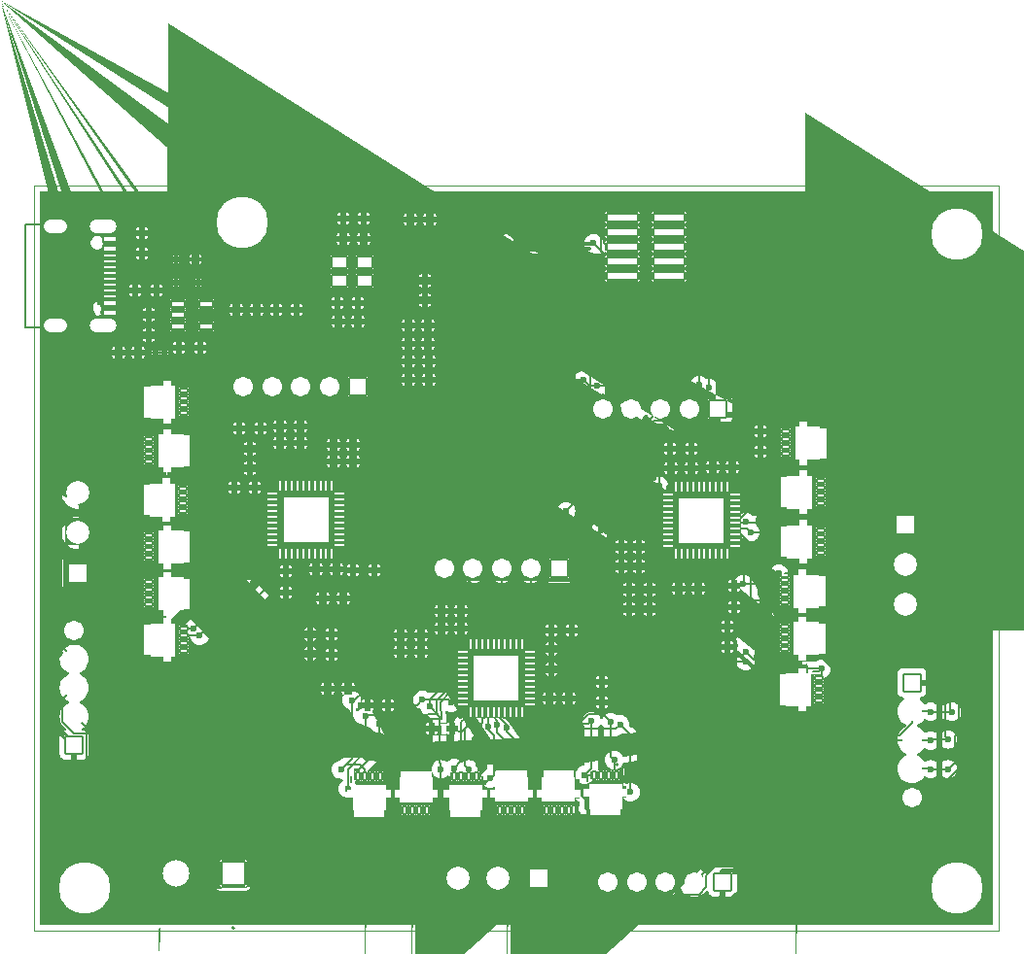
<source format=gbs>
G04 #@! TF.GenerationSoftware,KiCad,Pcbnew,8.0.7*
G04 #@! TF.CreationDate,2025-01-28T18:16:05+02:00*
G04 #@! TF.ProjectId,Wheelbase,57686565-6c62-4617-9365-2e6b69636164,rev?*
G04 #@! TF.SameCoordinates,Original*
G04 #@! TF.FileFunction,Soldermask,Bot*
G04 #@! TF.FilePolarity,Negative*
%FSLAX46Y46*%
G04 Gerber Fmt 4.6, Leading zero omitted, Abs format (unit mm)*
G04 Created by KiCad (PCBNEW 8.0.7) date 2025-01-28 18:16:05*
%MOMM*%
%LPD*%
G01*
G04 APERTURE LIST*
G04 Aperture macros list*
%AMRoundRect*
0 Rectangle with rounded corners*
0 $1 Rounding radius*
0 $2 $3 $4 $5 $6 $7 $8 $9 X,Y pos of 4 corners*
0 Add a 4 corners polygon primitive as box body*
4,1,4,$2,$3,$4,$5,$6,$7,$8,$9,$2,$3,0*
0 Add four circle primitives for the rounded corners*
1,1,$1+$1,$2,$3*
1,1,$1+$1,$4,$5*
1,1,$1+$1,$6,$7*
1,1,$1+$1,$8,$9*
0 Add four rect primitives between the rounded corners*
20,1,$1+$1,$2,$3,$4,$5,0*
20,1,$1+$1,$4,$5,$6,$7,0*
20,1,$1+$1,$6,$7,$8,$9,0*
20,1,$1+$1,$8,$9,$2,$3,0*%
%AMFreePoly0*
4,1,61,0.203536,1.753536,0.205000,1.750000,0.205000,1.305000,1.300000,1.305000,1.303536,1.303536,1.305000,1.300000,1.305000,1.190000,1.850000,1.190000,1.853536,1.188536,1.855000,1.185000,1.855000,0.765000,1.853536,0.761464,1.850000,0.760000,1.305000,0.760000,1.305000,0.540000,1.850000,0.540000,1.853536,0.538536,1.855000,0.535000,1.855000,0.115000,1.853536,0.111464,
1.850000,0.110000,1.305000,0.110000,1.305000,-0.110000,1.850000,-0.110000,1.853536,-0.111464,1.855000,-0.115000,1.855000,-0.535000,1.853536,-0.538536,1.850000,-0.540000,1.305000,-0.540000,1.305000,-0.760000,1.850000,-0.760000,1.853536,-0.761464,1.855000,-0.765000,1.855000,-1.185000,1.853536,-1.188536,1.850000,-1.190000,1.305000,-1.190000,1.305000,-1.300000,1.303536,-1.303536,
1.300000,-1.305000,0.205000,-1.305000,0.205000,-1.750000,0.203536,-1.753536,0.200000,-1.755000,-0.200000,-1.755000,-0.203536,-1.753536,-0.205000,-1.750000,-0.205000,-1.305000,-0.600000,-1.305000,-0.603536,-1.303536,-0.605000,-1.300000,-0.605000,1.300000,-0.603536,1.303536,-0.600000,1.305000,-0.205000,1.305000,-0.205000,1.750000,-0.203536,1.753536,-0.200000,1.755000,0.200000,1.755000,
0.203536,1.753536,0.203536,1.753536,$1*%
G04 Aperture macros list end*
%ADD10C,0.750000*%
%ADD11O,2.354000X1.254000*%
%ADD12O,2.054000X1.254000*%
%ADD13RoundRect,0.102000X-0.754000X0.754000X-0.754000X-0.754000X0.754000X-0.754000X0.754000X0.754000X0*%
%ADD14C,1.712000*%
%ADD15RoundRect,0.102000X-0.754000X-0.754000X0.754000X-0.754000X0.754000X0.754000X-0.754000X0.754000X0*%
%ADD16RoundRect,0.102000X0.754000X-0.754000X0.754000X0.754000X-0.754000X0.754000X-0.754000X-0.754000X0*%
%ADD17RoundRect,0.102000X1.050000X1.050000X-1.050000X1.050000X-1.050000X-1.050000X1.050000X-1.050000X0*%
%ADD18C,2.304000*%
%ADD19C,0.800000*%
%ADD20C,4.500000*%
%ADD21RoundRect,0.102000X0.900000X0.900000X-0.900000X0.900000X-0.900000X-0.900000X0.900000X-0.900000X0*%
%ADD22C,2.004000*%
%ADD23RoundRect,0.102000X0.900000X-0.900000X0.900000X0.900000X-0.900000X0.900000X-0.900000X-0.900000X0*%
%ADD24RoundRect,0.102000X-0.900000X0.900000X-0.900000X-0.900000X0.900000X-0.900000X0.900000X0.900000X0*%
G04 #@! TA.AperFunction,ComponentPad*
%ADD25O,2.150000X1.050000*%
G04 #@! TD*
G04 #@! TA.AperFunction,ComponentPad*
%ADD26O,1.850000X1.050000*%
G04 #@! TD*
G04 #@! TA.AperFunction,ComponentPad*
%ADD27R,1.508000X1.508000*%
G04 #@! TD*
G04 #@! TA.AperFunction,ComponentPad*
%ADD28C,1.508000*%
G04 #@! TD*
G04 #@! TA.AperFunction,ComponentPad*
%ADD29R,2.100000X2.100000*%
G04 #@! TD*
G04 #@! TA.AperFunction,ComponentPad*
%ADD30C,2.100000*%
G04 #@! TD*
G04 #@! TA.AperFunction,ComponentPad*
%ADD31C,0.700000*%
G04 #@! TD*
G04 #@! TA.AperFunction,ComponentPad*
%ADD32C,4.400000*%
G04 #@! TD*
G04 #@! TA.AperFunction,ComponentPad*
%ADD33R,1.800000X1.800000*%
G04 #@! TD*
G04 #@! TA.AperFunction,ComponentPad*
%ADD34C,1.800000*%
G04 #@! TD*
G04 #@! TA.AperFunction,ViaPad*
%ADD35C,0.600000*%
G04 #@! TD*
G04 #@! TA.AperFunction,Conductor*
%ADD36C,0.200000*%
G04 #@! TD*
G04 #@! TA.AperFunction,SMDPad,CuDef*
%ADD37RoundRect,0.237500X-0.250000X-0.237500X0.250000X-0.237500X0.250000X0.237500X-0.250000X0.237500X0*%
G04 #@! TD*
G04 #@! TA.AperFunction,SMDPad,CuDef*
%ADD38RoundRect,0.237500X-0.237500X0.250000X-0.237500X-0.250000X0.237500X-0.250000X0.237500X0.250000X0*%
G04 #@! TD*
G04 #@! TA.AperFunction,SMDPad,CuDef*
%ADD39RoundRect,0.237500X0.287500X0.237500X-0.287500X0.237500X-0.287500X-0.237500X0.287500X-0.237500X0*%
G04 #@! TD*
G04 #@! TA.AperFunction,SMDPad,CuDef*
%ADD40RoundRect,0.237500X-0.237500X0.287500X-0.237500X-0.287500X0.237500X-0.287500X0.237500X0.287500X0*%
G04 #@! TD*
G04 #@! TA.AperFunction,SMDPad,CuDef*
%ADD41R,1.150000X0.600000*%
G04 #@! TD*
G04 #@! TA.AperFunction,SMDPad,CuDef*
%ADD42R,1.150000X0.300000*%
G04 #@! TD*
G04 #@! TA.AperFunction,SMDPad,CuDef*
%ADD43RoundRect,0.237500X0.300000X0.237500X-0.300000X0.237500X-0.300000X-0.237500X0.300000X-0.237500X0*%
G04 #@! TD*
G04 #@! TA.AperFunction,SMDPad,CuDef*
%ADD44R,0.700000X0.420000*%
G04 #@! TD*
G04 #@! TA.AperFunction,SMDPad,CuDef*
%ADD45FreePoly0,180.000000*%
G04 #@! TD*
G04 #@! TA.AperFunction,SMDPad,CuDef*
%ADD46FreePoly0,0.000000*%
G04 #@! TD*
G04 #@! TA.AperFunction,SMDPad,CuDef*
%ADD47RoundRect,0.237500X0.237500X-0.300000X0.237500X0.300000X-0.237500X0.300000X-0.237500X-0.300000X0*%
G04 #@! TD*
G04 #@! TA.AperFunction,SMDPad,CuDef*
%ADD48RoundRect,0.237500X0.237500X-0.250000X0.237500X0.250000X-0.237500X0.250000X-0.237500X-0.250000X0*%
G04 #@! TD*
G04 #@! TA.AperFunction,SMDPad,CuDef*
%ADD49R,1.250000X0.600000*%
G04 #@! TD*
G04 #@! TA.AperFunction,SMDPad,CuDef*
%ADD50RoundRect,0.237500X-0.300000X-0.237500X0.300000X-0.237500X0.300000X0.237500X-0.300000X0.237500X0*%
G04 #@! TD*
G04 #@! TA.AperFunction,SMDPad,CuDef*
%ADD51R,1.400000X1.000000*%
G04 #@! TD*
G04 #@! TA.AperFunction,SMDPad,CuDef*
%ADD52RoundRect,0.237500X0.250000X0.237500X-0.250000X0.237500X-0.250000X-0.237500X0.250000X-0.237500X0*%
G04 #@! TD*
G04 #@! TA.AperFunction,SMDPad,CuDef*
%ADD53RoundRect,0.237500X-0.237500X0.300000X-0.237500X-0.300000X0.237500X-0.300000X0.237500X0.300000X0*%
G04 #@! TD*
G04 #@! TA.AperFunction,SMDPad,CuDef*
%ADD54RoundRect,0.237500X-0.287500X-0.237500X0.287500X-0.237500X0.287500X0.237500X-0.287500X0.237500X0*%
G04 #@! TD*
G04 #@! TA.AperFunction,SMDPad,CuDef*
%ADD55R,0.420000X0.700000*%
G04 #@! TD*
G04 #@! TA.AperFunction,SMDPad,CuDef*
%ADD56FreePoly0,270.000000*%
G04 #@! TD*
G04 #@! TA.AperFunction,SMDPad,CuDef*
%ADD57FreePoly0,90.000000*%
G04 #@! TD*
G04 #@! TA.AperFunction,SMDPad,CuDef*
%ADD58RoundRect,0.075000X-0.700000X-0.075000X0.700000X-0.075000X0.700000X0.075000X-0.700000X0.075000X0*%
G04 #@! TD*
G04 #@! TA.AperFunction,SMDPad,CuDef*
%ADD59RoundRect,0.075000X-0.075000X-0.700000X0.075000X-0.700000X0.075000X0.700000X-0.075000X0.700000X0*%
G04 #@! TD*
G04 #@! TA.AperFunction,SMDPad,CuDef*
%ADD60RoundRect,0.237500X0.237500X-0.287500X0.237500X0.287500X-0.237500X0.287500X-0.237500X-0.287500X0*%
G04 #@! TD*
G04 #@! TA.AperFunction,SMDPad,CuDef*
%ADD61RoundRect,0.030000X0.090000X-0.400000X0.090000X0.400000X-0.090000X0.400000X-0.090000X-0.400000X0*%
G04 #@! TD*
G04 #@! TA.AperFunction,SMDPad,CuDef*
%ADD62RoundRect,0.030000X0.400000X-0.090000X0.400000X0.090000X-0.400000X0.090000X-0.400000X-0.090000X0*%
G04 #@! TD*
G04 #@! TA.AperFunction,SMDPad,CuDef*
%ADD63R,4.150000X4.150000*%
G04 #@! TD*
G04 #@! TA.AperFunction,SMDPad,CuDef*
%ADD64RoundRect,0.030000X-0.400000X-0.090000X0.400000X-0.090000X0.400000X0.090000X-0.400000X0.090000X0*%
G04 #@! TD*
G04 #@! TA.AperFunction,SMDPad,CuDef*
%ADD65RoundRect,0.030000X-0.090000X-0.400000X0.090000X-0.400000X0.090000X0.400000X-0.090000X0.400000X0*%
G04 #@! TD*
G04 #@! TA.AperFunction,SMDPad,CuDef*
%ADD66RoundRect,0.030000X-0.090000X0.400000X-0.090000X-0.400000X0.090000X-0.400000X0.090000X0.400000X0*%
G04 #@! TD*
G04 #@! TA.AperFunction,SMDPad,CuDef*
%ADD67RoundRect,0.030000X-0.400000X0.090000X-0.400000X-0.090000X0.400000X-0.090000X0.400000X0.090000X0*%
G04 #@! TD*
G04 #@! TA.AperFunction,SMDPad,CuDef*
%ADD68RoundRect,0.175000X-0.325000X0.175000X-0.325000X-0.175000X0.325000X-0.175000X0.325000X0.175000X0*%
G04 #@! TD*
G04 #@! TA.AperFunction,SMDPad,CuDef*
%ADD69RoundRect,0.150000X-0.150000X0.200000X-0.150000X-0.200000X0.150000X-0.200000X0.150000X0.200000X0*%
G04 #@! TD*
G04 #@! TA.AperFunction,SMDPad,CuDef*
%ADD70RoundRect,0.100000X0.217500X0.100000X-0.217500X0.100000X-0.217500X-0.100000X0.217500X-0.100000X0*%
G04 #@! TD*
G04 #@! TA.AperFunction,SMDPad,CuDef*
%ADD71R,2.790000X0.740000*%
G04 #@! TD*
G04 #@! TA.AperFunction,Conductor*
%ADD72C,0.400000*%
G04 #@! TD*
G04 #@! TA.AperFunction,Conductor*
%ADD73C,0.500000*%
G04 #@! TD*
%ADD74C,0.010000*%
%ADD75RoundRect,0.262500X-0.275000X-0.262500X0.275000X-0.262500X0.275000X0.262500X-0.275000X0.262500X0*%
%ADD76RoundRect,0.262500X-0.262500X0.275000X-0.262500X-0.275000X0.262500X-0.275000X0.262500X0.275000X0*%
%ADD77RoundRect,0.262500X0.312500X0.262500X-0.312500X0.262500X-0.312500X-0.262500X0.312500X-0.262500X0*%
%ADD78RoundRect,0.262500X-0.262500X0.312500X-0.262500X-0.312500X0.262500X-0.312500X0.262500X0.312500X0*%
%ADD79RoundRect,0.102000X-0.575000X0.300000X-0.575000X-0.300000X0.575000X-0.300000X0.575000X0.300000X0*%
%ADD80RoundRect,0.102000X-0.575000X0.150000X-0.575000X-0.150000X0.575000X-0.150000X0.575000X0.150000X0*%
%ADD81RoundRect,0.262500X0.325000X0.262500X-0.325000X0.262500X-0.325000X-0.262500X0.325000X-0.262500X0*%
%ADD82RoundRect,0.102000X0.350000X0.210000X-0.350000X0.210000X-0.350000X-0.210000X0.350000X-0.210000X0*%
%ADD83RoundRect,0.102000X-0.350000X-0.210000X0.350000X-0.210000X0.350000X0.210000X-0.350000X0.210000X0*%
%ADD84RoundRect,0.262500X0.262500X-0.325000X0.262500X0.325000X-0.262500X0.325000X-0.262500X-0.325000X0*%
%ADD85RoundRect,0.262500X0.262500X-0.275000X0.262500X0.275000X-0.262500X0.275000X-0.262500X-0.275000X0*%
%ADD86RoundRect,0.102000X-0.625000X-0.300000X0.625000X-0.300000X0.625000X0.300000X-0.625000X0.300000X0*%
%ADD87RoundRect,0.262500X-0.325000X-0.262500X0.325000X-0.262500X0.325000X0.262500X-0.325000X0.262500X0*%
%ADD88RoundRect,0.102000X0.700000X0.500000X-0.700000X0.500000X-0.700000X-0.500000X0.700000X-0.500000X0*%
%ADD89RoundRect,0.262500X0.275000X0.262500X-0.275000X0.262500X-0.275000X-0.262500X0.275000X-0.262500X0*%
%ADD90RoundRect,0.262500X-0.262500X0.325000X-0.262500X-0.325000X0.262500X-0.325000X0.262500X0.325000X0*%
%ADD91RoundRect,0.262500X-0.312500X-0.262500X0.312500X-0.262500X0.312500X0.262500X-0.312500X0.262500X0*%
%ADD92RoundRect,0.102000X-0.210000X0.350000X-0.210000X-0.350000X0.210000X-0.350000X0.210000X0.350000X0*%
%ADD93RoundRect,0.102000X0.210000X-0.350000X0.210000X0.350000X-0.210000X0.350000X-0.210000X-0.350000X0*%
%ADD94RoundRect,0.100000X-0.725000X-0.100000X0.725000X-0.100000X0.725000X0.100000X-0.725000X0.100000X0*%
%ADD95RoundRect,0.100000X-0.100000X-0.725000X0.100000X-0.725000X0.100000X0.725000X-0.100000X0.725000X0*%
%ADD96RoundRect,0.262500X0.262500X-0.312500X0.262500X0.312500X-0.262500X0.312500X-0.262500X-0.312500X0*%
%ADD97RoundRect,0.055500X0.166500X-0.476500X0.166500X0.476500X-0.166500X0.476500X-0.166500X-0.476500X0*%
%ADD98RoundRect,0.055500X0.476500X-0.166500X0.476500X0.166500X-0.476500X0.166500X-0.476500X-0.166500X0*%
%ADD99RoundRect,0.102000X2.075000X-2.075000X2.075000X2.075000X-2.075000X2.075000X-2.075000X-2.075000X0*%
%ADD100RoundRect,0.055500X-0.476500X-0.166500X0.476500X-0.166500X0.476500X0.166500X-0.476500X0.166500X0*%
%ADD101RoundRect,0.055500X-0.166500X-0.476500X0.166500X-0.476500X0.166500X0.476500X-0.166500X0.476500X0*%
%ADD102RoundRect,0.102000X-2.075000X-2.075000X2.075000X-2.075000X2.075000X2.075000X-2.075000X2.075000X0*%
%ADD103RoundRect,0.055500X-0.166500X0.476500X-0.166500X-0.476500X0.166500X-0.476500X0.166500X0.476500X0*%
%ADD104RoundRect,0.055500X-0.476500X0.166500X-0.476500X-0.166500X0.476500X-0.166500X0.476500X0.166500X0*%
%ADD105RoundRect,0.102000X-2.075000X2.075000X-2.075000X-2.075000X2.075000X-2.075000X2.075000X2.075000X0*%
%ADD106RoundRect,0.200000X-0.350000X0.200000X-0.350000X-0.200000X0.350000X-0.200000X0.350000X0.200000X0*%
%ADD107RoundRect,0.175000X-0.175000X0.225000X-0.175000X-0.225000X0.175000X-0.225000X0.175000X0.225000X0*%
%ADD108RoundRect,0.125000X0.242500X0.125000X-0.242500X0.125000X-0.242500X-0.125000X0.242500X-0.125000X0*%
%ADD109RoundRect,0.102000X1.395000X-0.370000X1.395000X0.370000X-1.395000X0.370000X-1.395000X-0.370000X0*%
%ADD110RoundRect,0.237500X-0.250000X-0.237500X0.250000X-0.237500X0.250000X0.237500X-0.250000X0.237500X0*%
%ADD111RoundRect,0.237500X-0.237500X0.250000X-0.237500X-0.250000X0.237500X-0.250000X0.237500X0.250000X0*%
%ADD112RoundRect,0.237500X0.287500X0.237500X-0.287500X0.237500X-0.287500X-0.237500X0.287500X-0.237500X0*%
%ADD113RoundRect,0.237500X-0.237500X0.287500X-0.237500X-0.287500X0.237500X-0.287500X0.237500X0.287500X0*%
%ADD114R,1.150000X0.600000*%
%ADD115R,1.150000X0.300000*%
%ADD116RoundRect,0.237500X0.300000X0.237500X-0.300000X0.237500X-0.300000X-0.237500X0.300000X-0.237500X0*%
%ADD117R,0.700000X0.420000*%
%ADD118RoundRect,0.237500X0.237500X-0.300000X0.237500X0.300000X-0.237500X0.300000X-0.237500X-0.300000X0*%
%ADD119RoundRect,0.237500X0.237500X-0.250000X0.237500X0.250000X-0.237500X0.250000X-0.237500X-0.250000X0*%
%ADD120R,1.250000X0.600000*%
%ADD121RoundRect,0.237500X-0.300000X-0.237500X0.300000X-0.237500X0.300000X0.237500X-0.300000X0.237500X0*%
%ADD122R,1.400000X1.000000*%
%ADD123RoundRect,0.237500X0.250000X0.237500X-0.250000X0.237500X-0.250000X-0.237500X0.250000X-0.237500X0*%
%ADD124RoundRect,0.237500X-0.237500X0.300000X-0.237500X-0.300000X0.237500X-0.300000X0.237500X0.300000X0*%
%ADD125RoundRect,0.237500X-0.287500X-0.237500X0.287500X-0.237500X0.287500X0.237500X-0.287500X0.237500X0*%
%ADD126R,0.420000X0.700000*%
%ADD127RoundRect,0.075000X-0.700000X-0.075000X0.700000X-0.075000X0.700000X0.075000X-0.700000X0.075000X0*%
%ADD128RoundRect,0.075000X-0.075000X-0.700000X0.075000X-0.700000X0.075000X0.700000X-0.075000X0.700000X0*%
%ADD129RoundRect,0.237500X0.237500X-0.287500X0.237500X0.287500X-0.237500X0.287500X-0.237500X-0.287500X0*%
%ADD130RoundRect,0.030000X0.090000X-0.400000X0.090000X0.400000X-0.090000X0.400000X-0.090000X-0.400000X0*%
%ADD131RoundRect,0.030000X0.400000X-0.090000X0.400000X0.090000X-0.400000X0.090000X-0.400000X-0.090000X0*%
%ADD132RoundRect,0.030000X-0.400000X-0.090000X0.400000X-0.090000X0.400000X0.090000X-0.400000X0.090000X0*%
%ADD133RoundRect,0.030000X-0.090000X-0.400000X0.090000X-0.400000X0.090000X0.400000X-0.090000X0.400000X0*%
%ADD134RoundRect,0.030000X-0.090000X0.400000X-0.090000X-0.400000X0.090000X-0.400000X0.090000X0.400000X0*%
%ADD135RoundRect,0.030000X-0.400000X0.090000X-0.400000X-0.090000X0.400000X-0.090000X0.400000X0.090000X0*%
%ADD136RoundRect,0.175000X-0.325000X0.175000X-0.325000X-0.175000X0.325000X-0.175000X0.325000X0.175000X0*%
%ADD137RoundRect,0.150000X-0.150000X0.200000X-0.150000X-0.200000X0.150000X-0.200000X0.150000X0.200000X0*%
%ADD138RoundRect,0.090000X0.139000X0.090000X-0.139000X0.090000X-0.139000X-0.090000X0.139000X-0.090000X0*%
%ADD139R,2.790000X0.740000*%
%ADD140C,0.100000*%
%ADD141C,0.150000*%
%ADD142C,0.120000*%
%ADD143C,0.127000*%
%ADD144C,0.200000*%
G04 #@! TA.AperFunction,Profile*
%ADD145C,0.050000*%
G04 #@! TD*
G04 APERTURE END LIST*
D10*
X118155000Y-70760000D03*
X118155000Y-76540000D03*
D11*
X118655000Y-69330000D03*
X118655000Y-77970000D03*
D12*
X114475000Y-69330000D03*
X114475000Y-77970000D03*
D13*
X116150000Y-114550000D03*
D14*
X116150000Y-112050000D03*
X116150000Y-109550000D03*
X116150000Y-107050000D03*
X116150000Y-104550000D03*
D15*
X158375000Y-99150000D03*
D14*
X155875000Y-99150000D03*
X153375000Y-99150000D03*
X150875000Y-99150000D03*
X148375000Y-99150000D03*
D15*
X140875000Y-83325000D03*
D14*
X138375000Y-83325000D03*
X135875000Y-83325000D03*
X133375000Y-83325000D03*
X130875000Y-83325000D03*
D16*
X189075000Y-109100000D03*
D14*
X189075000Y-111600000D03*
X189075000Y-114100000D03*
X189075000Y-116600000D03*
X189075000Y-119100000D03*
D17*
X129975000Y-125687500D03*
D18*
X124975000Y-125687500D03*
D19*
X191350000Y-127000000D03*
X191833274Y-125833274D03*
X191833274Y-128166726D03*
X193000000Y-125350000D03*
D20*
X193000000Y-127000000D03*
D19*
X193000000Y-128650000D03*
X194166726Y-125833274D03*
X194166726Y-128166726D03*
X194650000Y-127000000D03*
X129150000Y-69000000D03*
X129633274Y-67833274D03*
X129633274Y-70166726D03*
X130800000Y-67350000D03*
D20*
X130800000Y-69000000D03*
D19*
X130800000Y-70650000D03*
X131966726Y-67833274D03*
X131966726Y-70166726D03*
X132450000Y-69000000D03*
D15*
X172175000Y-85250000D03*
D14*
X169675000Y-85250000D03*
X167175000Y-85250000D03*
X164675000Y-85250000D03*
X162175000Y-85250000D03*
D19*
X115383274Y-126983274D03*
X115866548Y-125816548D03*
X115866548Y-128150000D03*
X117033274Y-125333274D03*
D20*
X117033274Y-126983274D03*
D19*
X117033274Y-128633274D03*
X118200000Y-125816548D03*
X118200000Y-128150000D03*
X118683274Y-126983274D03*
D21*
X156575000Y-126150000D03*
D22*
X153075000Y-126150000D03*
X149575000Y-126150000D03*
D23*
X116475000Y-99550000D03*
D22*
X116475000Y-96050000D03*
X116475000Y-92550000D03*
D24*
X188510000Y-95305000D03*
D22*
X188510000Y-98805000D03*
X188510000Y-102305000D03*
D19*
X191350000Y-70000000D03*
X191833274Y-68833274D03*
X191833274Y-71166726D03*
X193000000Y-68350000D03*
D20*
X193000000Y-70000000D03*
D19*
X193000000Y-71650000D03*
X194166726Y-68833274D03*
X194166726Y-71166726D03*
X194650000Y-70000000D03*
D15*
X172625000Y-126500000D03*
D14*
X170125000Y-126500000D03*
X167625000Y-126500000D03*
X165125000Y-126500000D03*
X162625000Y-126500000D03*
D25*
X118655000Y-69330000D03*
X118655000Y-77970000D03*
D26*
X114475000Y-69330000D03*
X114475000Y-77970000D03*
D27*
X116150000Y-114550000D03*
D28*
X116150000Y-112050000D03*
X116150000Y-109550000D03*
X116150000Y-107050000D03*
X116150000Y-104550000D03*
D27*
X158375000Y-99150000D03*
D28*
X155875000Y-99150000D03*
X153375000Y-99150000D03*
X150875000Y-99150000D03*
X148375000Y-99150000D03*
D27*
X140875000Y-83325000D03*
D28*
X138375000Y-83325000D03*
X135875000Y-83325000D03*
X133375000Y-83325000D03*
X130875000Y-83325000D03*
D27*
X189075000Y-109100000D03*
D28*
X189075000Y-111600000D03*
X189075000Y-114100000D03*
X189075000Y-116600000D03*
X189075000Y-119100000D03*
D29*
X129975000Y-125687500D03*
D30*
X124975000Y-125687500D03*
D31*
X191350000Y-127000000D03*
X191833274Y-125833274D03*
X191833274Y-128166726D03*
X193000000Y-125350000D03*
D32*
X193000000Y-127000000D03*
D31*
X193000000Y-128650000D03*
X194166726Y-125833274D03*
X194166726Y-128166726D03*
X194650000Y-127000000D03*
X129150000Y-69000000D03*
X129633274Y-67833274D03*
X129633274Y-70166726D03*
X130800000Y-67350000D03*
D32*
X130800000Y-69000000D03*
D31*
X130800000Y-70650000D03*
X131966726Y-67833274D03*
X131966726Y-70166726D03*
X132450000Y-69000000D03*
D27*
X172175000Y-85250000D03*
D28*
X169675000Y-85250000D03*
X167175000Y-85250000D03*
X164675000Y-85250000D03*
X162175000Y-85250000D03*
D31*
X115383274Y-126983274D03*
X115866548Y-125816548D03*
X115866548Y-128150000D03*
X117033274Y-125333274D03*
D32*
X117033274Y-126983274D03*
D31*
X117033274Y-128633274D03*
X118200000Y-125816548D03*
X118200000Y-128150000D03*
X118683274Y-126983274D03*
D33*
X156575000Y-126150000D03*
D34*
X153075000Y-126150000D03*
X149575000Y-126150000D03*
D33*
X116475000Y-99550000D03*
D34*
X116475000Y-96050000D03*
X116475000Y-92550000D03*
D33*
X188510000Y-95305000D03*
D34*
X188510000Y-98805000D03*
X188510000Y-102305000D03*
D31*
X191350000Y-70000000D03*
X191833274Y-68833274D03*
X191833274Y-71166726D03*
X193000000Y-68350000D03*
D32*
X193000000Y-70000000D03*
D31*
X193000000Y-71650000D03*
X194166726Y-68833274D03*
X194166726Y-71166726D03*
X194650000Y-70000000D03*
D27*
X172625000Y-126500000D03*
D28*
X170125000Y-126500000D03*
X167625000Y-126500000D03*
X165125000Y-126500000D03*
X162625000Y-126500000D03*
D35*
X137825000Y-105950000D03*
X135725000Y-103875000D03*
X139150000Y-107975000D03*
X139950000Y-104875000D03*
X138250000Y-103600000D03*
X139100000Y-106725000D03*
X136175000Y-76550000D03*
X159125612Y-71425000D03*
X159275000Y-110950000D03*
X144599265Y-81025735D03*
X137175000Y-82350000D03*
X166975000Y-87350000D03*
X143975000Y-106450000D03*
X126475000Y-68050000D03*
X186275000Y-79250000D03*
X170743621Y-89792160D03*
X163975000Y-102750000D03*
X187675000Y-90250000D03*
X121375000Y-77050000D03*
X180875000Y-127950000D03*
X173375000Y-89650000D03*
X169675000Y-72450000D03*
X152675000Y-78950000D03*
X173375000Y-86875000D03*
X146975000Y-96250000D03*
X144675000Y-79550000D03*
X141475000Y-77650000D03*
X169475000Y-68550000D03*
X143275000Y-97850000D03*
X138575000Y-71550000D03*
X182409814Y-119484641D03*
X151060000Y-104850000D03*
X156475000Y-111850000D03*
X143075000Y-103150000D03*
X147975000Y-94250000D03*
X119975000Y-76850000D03*
X138975000Y-70550000D03*
X159175000Y-127350000D03*
X143875000Y-112950000D03*
X142775000Y-69950000D03*
X157775000Y-96750000D03*
X161675000Y-68550000D03*
X158175000Y-100850000D03*
X173840000Y-97550000D03*
X114975000Y-103050000D03*
X126675000Y-71650000D03*
X157975000Y-81424388D03*
X150411269Y-111566000D03*
X172350000Y-129700000D03*
X123970000Y-74750000D03*
X181800000Y-84150000D03*
X138175000Y-117750000D03*
X143075000Y-73950000D03*
X158650000Y-108104341D03*
X169000000Y-78700000D03*
X140475000Y-96550000D03*
X144615904Y-78090904D03*
X148541143Y-79298315D03*
X172875000Y-102550000D03*
X184054575Y-87062146D03*
X149875000Y-111250000D03*
X136375000Y-101750000D03*
X158875000Y-73450000D03*
X118249265Y-118375735D03*
X194075000Y-121450000D03*
X136736391Y-71781287D03*
X133275000Y-92250000D03*
X137575000Y-74450000D03*
X141075000Y-111050000D03*
X173675000Y-84450000D03*
X130375000Y-106750000D03*
X166175000Y-103450000D03*
X160775000Y-111050000D03*
X161575000Y-80650000D03*
X119575000Y-82050000D03*
X114775000Y-117950000D03*
X143875000Y-105150000D03*
X161875000Y-94150000D03*
X147375000Y-75650000D03*
X163833099Y-98280000D03*
X151363372Y-81351784D03*
X123175000Y-78850000D03*
X157575000Y-83350000D03*
X168975000Y-83250000D03*
X154550000Y-77300000D03*
X160775000Y-95750000D03*
X141375000Y-74850000D03*
X173475000Y-124650000D03*
X157775000Y-94050000D03*
X147975000Y-86850000D03*
X173375000Y-97950000D03*
X126425000Y-127250000D03*
X120000183Y-70494038D03*
X161907413Y-75403332D03*
X144475000Y-96050000D03*
X138775000Y-68850000D03*
X121475000Y-98750000D03*
X188950000Y-129050000D03*
X132575000Y-91950000D03*
X166575000Y-91250000D03*
X151375000Y-67750000D03*
X128075000Y-74050000D03*
X119975000Y-79750000D03*
X162675000Y-109050000D03*
X132325000Y-86375000D03*
X183875000Y-92350000D03*
X155775000Y-81750000D03*
X134975000Y-101250000D03*
X193275000Y-74250000D03*
X166975000Y-96805000D03*
X123515166Y-72039339D03*
X148175000Y-82050000D03*
X139575000Y-98050000D03*
X168075000Y-116050000D03*
X175375000Y-114550000D03*
X169575000Y-71150000D03*
X133675000Y-91806000D03*
X140146256Y-92316442D03*
X115275000Y-85350000D03*
X161575000Y-98750000D03*
X115275000Y-90250000D03*
X134675000Y-102750000D03*
X124475000Y-77150000D03*
X162975000Y-100850000D03*
X160275000Y-90750000D03*
X143275000Y-100250000D03*
X140275000Y-101750000D03*
X155575000Y-111650000D03*
X176375000Y-87150000D03*
X127950000Y-85475000D03*
X147275000Y-72050000D03*
X113675000Y-83350000D03*
X142775000Y-94350000D03*
X190375000Y-104100000D03*
X138975000Y-87650000D03*
X165775000Y-94850000D03*
X166750000Y-79800000D03*
X155981814Y-105544351D03*
X114275000Y-129250000D03*
X195175000Y-97450000D03*
X173775000Y-92450000D03*
X155975000Y-95950000D03*
X161875000Y-87350000D03*
X122875000Y-69850000D03*
X187375000Y-124250000D03*
X170675000Y-102350000D03*
X121575000Y-91150000D03*
X144275000Y-92050000D03*
X169675000Y-87150000D03*
X145875000Y-126650000D03*
X141675000Y-85350000D03*
X145775000Y-95450000D03*
X137175000Y-100250000D03*
X141775000Y-88150000D03*
X181375000Y-73050000D03*
X118175000Y-79350000D03*
X153975000Y-81750000D03*
X147575000Y-102650000D03*
X134800000Y-88249313D03*
X160075000Y-98650000D03*
X173575000Y-105950000D03*
X139675000Y-85450000D03*
X133975000Y-126550000D03*
X146675000Y-113150000D03*
X144575000Y-82750000D03*
X133375000Y-97450000D03*
X118675000Y-106950000D03*
X136075000Y-85650000D03*
X192875000Y-84150000D03*
X155675000Y-74050000D03*
X134075000Y-86150000D03*
X154075000Y-75150000D03*
X175175000Y-68250000D03*
X152875000Y-67810648D03*
X130075000Y-77650000D03*
X114050000Y-66975000D03*
X147815294Y-76278291D03*
X187275000Y-113063418D03*
X190725000Y-114150000D03*
X192225000Y-114050000D03*
X171405331Y-83419669D03*
X144300919Y-96775919D03*
X171033834Y-86320392D03*
X145461581Y-97736581D03*
X167075000Y-91950000D03*
X161625000Y-97200000D03*
X192225000Y-116650000D03*
X190725000Y-116650000D03*
X161682800Y-83250000D03*
X163143312Y-84018312D03*
X160482800Y-82750000D03*
X164075000Y-86650000D03*
X145025000Y-91400000D03*
X146135661Y-90389338D03*
X190725000Y-111650000D03*
X192575000Y-111650000D03*
X137975000Y-73250000D03*
X156100000Y-72325000D03*
X163502000Y-94674473D03*
X155075000Y-97750000D03*
X156775000Y-94166023D03*
X146211581Y-96986581D03*
X155075000Y-96550000D03*
X162002000Y-95850000D03*
X141794000Y-91673272D03*
X155075000Y-96550000D03*
X145200919Y-95875919D03*
X143428026Y-93803026D03*
X165125000Y-128802000D03*
X142425000Y-88800000D03*
X145875000Y-87250000D03*
X158975000Y-94166023D03*
X156475000Y-97850000D03*
X138075000Y-72450000D03*
X154475000Y-72450000D03*
X168457276Y-86306836D03*
X151475000Y-74450000D03*
X150275000Y-74350000D03*
X159344588Y-79438903D03*
X170575000Y-83150000D03*
X161817665Y-78984865D03*
X155775000Y-94166023D03*
X154208114Y-98212747D03*
X161375000Y-70812500D03*
X165975000Y-73650000D03*
X149775000Y-70250000D03*
X153628000Y-70803000D03*
X151375000Y-70750000D03*
X152675000Y-95450000D03*
X143675000Y-90150000D03*
X144885661Y-89139339D03*
X144325000Y-90700000D03*
X145675000Y-89650000D03*
X144169511Y-88355489D03*
X142994000Y-89450000D03*
X152160000Y-112965000D03*
X152360000Y-117450000D03*
X141564000Y-112025000D03*
X139975000Y-118350000D03*
X164575000Y-118650000D03*
X163675000Y-112750000D03*
X130575000Y-97450000D03*
X123675000Y-103650000D03*
X125775000Y-91150000D03*
X135575000Y-90950000D03*
X125075000Y-94950000D03*
X130475000Y-94750000D03*
X182910000Y-96105000D03*
X175010000Y-96005000D03*
X174610000Y-106405000D03*
X178510000Y-107105000D03*
X174610000Y-107254000D03*
X181210000Y-107905000D03*
X174410000Y-104305000D03*
X177510000Y-103605000D03*
X174610000Y-105305000D03*
X177364000Y-106168000D03*
X174616000Y-95105000D03*
X182110000Y-95505000D03*
X174410000Y-100505000D03*
X177510000Y-99605000D03*
X177610000Y-102605000D03*
X175010000Y-101905000D03*
X123060000Y-89886100D03*
X135690000Y-90077000D03*
X134250000Y-90279000D03*
X132900000Y-88350000D03*
X129975000Y-89750000D03*
X128875000Y-87300000D03*
X123175000Y-98950000D03*
X130575000Y-95650000D03*
X126375000Y-93050000D03*
X130675000Y-93150000D03*
X130475000Y-93950000D03*
X125252000Y-92116200D03*
X130575000Y-96450000D03*
X122975000Y-103150000D03*
X133075000Y-99250000D03*
X127075000Y-105025000D03*
X126575000Y-104350000D03*
X130975000Y-98150000D03*
X147075000Y-111200000D03*
X148075000Y-116650000D03*
X140309211Y-110624883D03*
X149002000Y-110853000D03*
X146475000Y-110609702D03*
X139375050Y-116678697D03*
X140763138Y-116841939D03*
X142675000Y-112650000D03*
X155775000Y-120650000D03*
X152951000Y-112774000D03*
X150491000Y-112766000D03*
X150475000Y-116650000D03*
X151366000Y-113064000D03*
X149200000Y-116550000D03*
X159975000Y-120550000D03*
X153769000Y-113056000D03*
X163175000Y-115850000D03*
X162875000Y-112550000D03*
X161175000Y-112450000D03*
X160575000Y-117150000D03*
D36*
X192225000Y-114050000D02*
X190825000Y-114050000D01*
X190825000Y-114050000D02*
X190725000Y-114150000D01*
X144500919Y-96775919D02*
X145461581Y-97736581D01*
X171033834Y-83791166D02*
X171033834Y-86320392D01*
X161625000Y-97200000D02*
X161825000Y-97200000D01*
X144300919Y-96775919D02*
X144500919Y-96775919D01*
X171405331Y-83419669D02*
X171033834Y-83791166D01*
X161825000Y-97200000D02*
X167075000Y-91950000D01*
X190725000Y-116650000D02*
X192225000Y-116650000D01*
X164075000Y-86650000D02*
X163621000Y-86196000D01*
X161682800Y-83250000D02*
X160982800Y-83250000D01*
X160982800Y-83250000D02*
X160482800Y-82750000D01*
X163621000Y-86196000D02*
X163621000Y-84496000D01*
X163621000Y-84496000D02*
X163143312Y-84018312D01*
X145025000Y-91400000D02*
X145124999Y-91400000D01*
X145124999Y-91400000D02*
X146135661Y-90389338D01*
X192575000Y-111650000D02*
X190725000Y-111650000D01*
X155175000Y-73250000D02*
X137975000Y-73250000D01*
X156100000Y-72325000D02*
X155175000Y-73250000D01*
X141794000Y-91673272D02*
X141794000Y-92169000D01*
X162326473Y-95850000D02*
X163502000Y-94674473D01*
X155075000Y-97750000D02*
X155075000Y-96550000D01*
X162002000Y-95850000D02*
X162326473Y-95850000D01*
X146211581Y-96886581D02*
X145200919Y-95875919D01*
X155075000Y-95866023D02*
X155075000Y-96550000D01*
X146211581Y-96986581D02*
X146211581Y-96886581D01*
X141794000Y-92169000D02*
X143428026Y-93803026D01*
X156775000Y-94166023D02*
X155075000Y-95866023D01*
X165125000Y-128802000D02*
X165125000Y-126500000D01*
X143875000Y-87350000D02*
X145775000Y-87350000D01*
X145775000Y-87350000D02*
X145875000Y-87250000D01*
X142425000Y-88800000D02*
X143875000Y-87350000D01*
X156475000Y-96666023D02*
X156475000Y-97850000D01*
X158975000Y-94166023D02*
X156475000Y-96666023D01*
X138075000Y-72450000D02*
X154475000Y-72450000D01*
X170284418Y-83150000D02*
X168457276Y-84977142D01*
X159463903Y-79438903D02*
X159344588Y-79438903D01*
X159802806Y-79100000D02*
X159463903Y-79438903D01*
X151475000Y-74450000D02*
X150375000Y-74450000D01*
X161702530Y-79100000D02*
X159802806Y-79100000D01*
X168457276Y-84977142D02*
X168457276Y-86306836D01*
X170575000Y-83150000D02*
X170284418Y-83150000D01*
X161817665Y-78984865D02*
X161702530Y-79100000D01*
X150375000Y-74450000D02*
X150275000Y-74350000D01*
X155775000Y-94650000D02*
X154475000Y-95950000D01*
X155775000Y-94166023D02*
X155775000Y-94650000D01*
X154475000Y-95950000D02*
X154208114Y-96216886D01*
X154208114Y-96216886D02*
X154208114Y-98212747D01*
X153575000Y-70750000D02*
X153628000Y-70803000D01*
X151375000Y-70750000D02*
X153575000Y-70750000D01*
X161375000Y-70812500D02*
X164212000Y-73650000D01*
X164212000Y-73650000D02*
X165975000Y-73650000D01*
X150275000Y-70750000D02*
X149775000Y-70250000D01*
X151375000Y-70750000D02*
X150275000Y-70750000D01*
X158775000Y-99150000D02*
X159025000Y-98900000D01*
X159025000Y-98900000D02*
X158975000Y-98950000D01*
X143875000Y-90150000D02*
X144885661Y-89139339D01*
X143675000Y-90150000D02*
X143875000Y-90150000D01*
X145375000Y-89650000D02*
X144325000Y-90700000D01*
X145675000Y-89650000D02*
X145375000Y-89650000D01*
X144088511Y-88355489D02*
X142994000Y-89450000D01*
X144169511Y-88355489D02*
X144088511Y-88355489D01*
X152160000Y-112965000D02*
X152160000Y-113160000D01*
X152675000Y-113675000D02*
X152675000Y-117135000D01*
X152160000Y-113160000D02*
X152675000Y-113675000D01*
X152675000Y-117135000D02*
X152360000Y-117450000D01*
X139975000Y-116686471D02*
X141564000Y-115097471D01*
X141564000Y-115097471D02*
X141564000Y-112025000D01*
X139975000Y-118350000D02*
X139975000Y-116686471D01*
X164575000Y-113650000D02*
X164575000Y-118650000D01*
X163675000Y-112750000D02*
X164575000Y-113650000D01*
X130575000Y-97450000D02*
X129875000Y-97450000D01*
X129875000Y-97450000D02*
X123675000Y-103650000D01*
X125831000Y-91206000D02*
X135319000Y-91206000D01*
X135319000Y-91206000D02*
X135575000Y-90950000D01*
X125775000Y-91150000D02*
X125831000Y-91206000D01*
X125275000Y-94750000D02*
X125075000Y-94950000D01*
X130475000Y-94750000D02*
X125275000Y-94750000D01*
X175010000Y-96005000D02*
X181761000Y-96005000D01*
X181761000Y-96005000D02*
X181861000Y-96105000D01*
X181861000Y-96105000D02*
X182910000Y-96105000D01*
X174610000Y-106405000D02*
X175310000Y-107105000D01*
X175310000Y-107105000D02*
X178510000Y-107105000D01*
X174610000Y-107254000D02*
X175261000Y-107905000D01*
X175261000Y-107905000D02*
X181210000Y-107905000D01*
X176810000Y-104305000D02*
X177510000Y-103605000D01*
X174410000Y-104305000D02*
X176810000Y-104305000D01*
X174610000Y-105305000D02*
X174710000Y-105405000D01*
X174710000Y-105405000D02*
X176601000Y-105405000D01*
X176601000Y-105405000D02*
X177364000Y-106168000D01*
X181810000Y-95205000D02*
X182110000Y-95505000D01*
X174616000Y-95105000D02*
X174716000Y-95205000D01*
X174716000Y-95205000D02*
X181810000Y-95205000D01*
X174410000Y-100505000D02*
X176610000Y-100505000D01*
X176610000Y-100505000D02*
X177510000Y-99605000D01*
X176910000Y-101905000D02*
X177610000Y-102605000D01*
X175010000Y-101905000D02*
X176910000Y-101905000D01*
X134850000Y-90350000D02*
X135417000Y-90350000D01*
X134850000Y-90527500D02*
X134850000Y-90350000D01*
X134499000Y-90879000D02*
X134850000Y-90527500D01*
X133650000Y-90450000D02*
X133650000Y-90527500D01*
X123060000Y-89886100D02*
X123624000Y-90450000D01*
X123624000Y-90450000D02*
X133650000Y-90450000D01*
X133650000Y-90527500D02*
X134001000Y-90879000D01*
X134001000Y-90879000D02*
X134499000Y-90879000D01*
X135417000Y-90350000D02*
X135690000Y-90077000D01*
X132900000Y-88350000D02*
X133075000Y-88525000D01*
X133075000Y-88525000D02*
X133075000Y-89104000D01*
X133075000Y-89104000D02*
X134250000Y-90279000D01*
X128875000Y-87300000D02*
X129975000Y-88400000D01*
X129975000Y-88400000D02*
X129975000Y-89750000D01*
X130575000Y-95650000D02*
X126475000Y-95650000D01*
X126475000Y-95650000D02*
X123175000Y-98950000D01*
X130675000Y-93150000D02*
X126475000Y-93150000D01*
X126475000Y-93150000D02*
X126375000Y-93050000D01*
X126426000Y-93950000D02*
X130475000Y-93950000D01*
X125252000Y-92116200D02*
X125252000Y-92776000D01*
X125252000Y-92776000D02*
X126426000Y-93950000D01*
X129675000Y-96450000D02*
X122975000Y-103150000D01*
X130575000Y-96450000D02*
X129675000Y-96450000D01*
X133075000Y-100650000D02*
X129375000Y-104350000D01*
X127750000Y-104350000D02*
X127075000Y-105025000D01*
X133075000Y-99250000D02*
X133075000Y-100650000D01*
X129375000Y-104350000D02*
X127750000Y-104350000D01*
X130975000Y-99950000D02*
X126575000Y-104350000D01*
X130975000Y-98150000D02*
X130975000Y-99950000D01*
X148075000Y-116150000D02*
X148075000Y-116650000D01*
X147975000Y-112100000D02*
X147975000Y-116050000D01*
X147975000Y-116050000D02*
X148075000Y-116150000D01*
X147075000Y-111200000D02*
X147975000Y-112100000D01*
X140309211Y-115744536D02*
X140309211Y-110624883D01*
X139375050Y-116678697D02*
X140309211Y-115744536D01*
X148749000Y-110600000D02*
X149002000Y-110853000D01*
X146484702Y-110600000D02*
X148749000Y-110600000D01*
X146475000Y-110609702D02*
X146484702Y-110600000D01*
X140763138Y-116841939D02*
X142675000Y-114930077D01*
X142675000Y-114930077D02*
X142675000Y-112650000D01*
X155775000Y-116312000D02*
X155775000Y-120650000D01*
X152951000Y-112774000D02*
X152951000Y-113488000D01*
X152951000Y-113488000D02*
X155775000Y-116312000D01*
X150175000Y-116350000D02*
X150475000Y-116650000D01*
X150175000Y-113083000D02*
X150175000Y-116350000D01*
X150491000Y-112766000D02*
X150175000Y-113083000D01*
X149848000Y-115902000D02*
X149848000Y-112561000D01*
X150740000Y-112166000D02*
X151366000Y-112793000D01*
X151366000Y-112793000D02*
X151366000Y-113064000D01*
X149848000Y-112561000D02*
X150243000Y-112166000D01*
X149200000Y-116550000D02*
X149848000Y-115902000D01*
X150243000Y-112166000D02*
X150740000Y-112166000D01*
X153769000Y-113344000D02*
X159975000Y-119550000D01*
X153769000Y-113056000D02*
X153769000Y-113344000D01*
X159975000Y-119550000D02*
X159975000Y-120550000D01*
X162875000Y-112550000D02*
X162875000Y-115550000D01*
X162875000Y-115550000D02*
X163175000Y-115850000D01*
X161175000Y-116550000D02*
X160575000Y-117150000D01*
X161175000Y-112450000D02*
X161175000Y-116550000D01*
G04 #@! TA.AperFunction,Conductor*
G36*
X157165853Y-94954147D02*
G01*
X157198081Y-95016141D01*
X157191676Y-95085716D01*
X157164083Y-95127703D01*
X156621042Y-95670745D01*
X156106286Y-96185501D01*
X156106284Y-96185503D01*
X156056419Y-96235368D01*
X156015639Y-96276148D01*
X155954315Y-96309632D01*
X155884624Y-96304648D01*
X155828690Y-96262776D01*
X155810916Y-96229420D01*
X155800788Y-96200475D01*
X155771976Y-96154622D01*
X155752975Y-96087385D01*
X155773342Y-96020550D01*
X155789283Y-96000973D01*
X156793535Y-94996721D01*
X156854856Y-94963238D01*
X156867311Y-94961186D01*
X156954255Y-94951391D01*
X157017505Y-94929259D01*
X157035447Y-94922981D01*
X157105226Y-94919419D01*
X157165853Y-94954147D01*
G37*
G04 #@! TD.AperFunction*
G04 #@! TA.AperFunction,Conductor*
G36*
X196117539Y-66270185D02*
G01*
X196163294Y-66322989D01*
X196174500Y-66374500D01*
X196174500Y-130125500D01*
X196154815Y-130192539D01*
X196102011Y-130238294D01*
X196050500Y-130249500D01*
X113299500Y-130249500D01*
X113232461Y-130229815D01*
X113186706Y-130177011D01*
X113175500Y-130125500D01*
X113175500Y-124589635D01*
X128424500Y-124589635D01*
X128424500Y-126785370D01*
X128424501Y-126785376D01*
X128430908Y-126844983D01*
X128481202Y-126979828D01*
X128481206Y-126979835D01*
X128567452Y-127095044D01*
X128567455Y-127095047D01*
X128682664Y-127181293D01*
X128682671Y-127181297D01*
X128817517Y-127231591D01*
X128817516Y-127231591D01*
X128824444Y-127232335D01*
X128877127Y-127238000D01*
X131072872Y-127237999D01*
X131132483Y-127231591D01*
X131267331Y-127181296D01*
X131382546Y-127095046D01*
X131468796Y-126979831D01*
X131519091Y-126844983D01*
X131525500Y-126785373D01*
X131525500Y-126149993D01*
X148169700Y-126149993D01*
X148169700Y-126150006D01*
X148188864Y-126381297D01*
X148188866Y-126381308D01*
X148245842Y-126606300D01*
X148339075Y-126818848D01*
X148466016Y-127013147D01*
X148466019Y-127013151D01*
X148466021Y-127013153D01*
X148623216Y-127183913D01*
X148623219Y-127183915D01*
X148623222Y-127183918D01*
X148806365Y-127326464D01*
X148806371Y-127326468D01*
X148806374Y-127326470D01*
X149010497Y-127436936D01*
X149091295Y-127464674D01*
X149230015Y-127512297D01*
X149230017Y-127512297D01*
X149230019Y-127512298D01*
X149458951Y-127550500D01*
X149458952Y-127550500D01*
X149691048Y-127550500D01*
X149691049Y-127550500D01*
X149919981Y-127512298D01*
X150139503Y-127436936D01*
X150343626Y-127326470D01*
X150365485Y-127309457D01*
X150414276Y-127271481D01*
X150526784Y-127183913D01*
X150683979Y-127013153D01*
X150810924Y-126818849D01*
X150904157Y-126606300D01*
X150961134Y-126381305D01*
X150961135Y-126381297D01*
X150980300Y-126150006D01*
X150980300Y-126149993D01*
X151669700Y-126149993D01*
X151669700Y-126150006D01*
X151688864Y-126381297D01*
X151688866Y-126381308D01*
X151745842Y-126606300D01*
X151839075Y-126818848D01*
X151966016Y-127013147D01*
X151966019Y-127013151D01*
X151966021Y-127013153D01*
X152123216Y-127183913D01*
X152123219Y-127183915D01*
X152123222Y-127183918D01*
X152306365Y-127326464D01*
X152306371Y-127326468D01*
X152306374Y-127326470D01*
X152510497Y-127436936D01*
X152591295Y-127464674D01*
X152730015Y-127512297D01*
X152730017Y-127512297D01*
X152730019Y-127512298D01*
X152958951Y-127550500D01*
X152958952Y-127550500D01*
X153191048Y-127550500D01*
X153191049Y-127550500D01*
X153419981Y-127512298D01*
X153639503Y-127436936D01*
X153843626Y-127326470D01*
X153865485Y-127309457D01*
X153914276Y-127271481D01*
X154026784Y-127183913D01*
X154183979Y-127013153D01*
X154310924Y-126818849D01*
X154404157Y-126606300D01*
X154461134Y-126381305D01*
X154461135Y-126381297D01*
X154480300Y-126150006D01*
X154480300Y-126149993D01*
X154461135Y-125918702D01*
X154461133Y-125918691D01*
X154404157Y-125693699D01*
X154310924Y-125481151D01*
X154183983Y-125286852D01*
X154183980Y-125286849D01*
X154183979Y-125286847D01*
X154105996Y-125202135D01*
X155174500Y-125202135D01*
X155174500Y-127097870D01*
X155174501Y-127097876D01*
X155180908Y-127157483D01*
X155231202Y-127292328D01*
X155231206Y-127292335D01*
X155317452Y-127407544D01*
X155317455Y-127407547D01*
X155432664Y-127493793D01*
X155432671Y-127493797D01*
X155567517Y-127544091D01*
X155567516Y-127544091D01*
X155574444Y-127544835D01*
X155627127Y-127550500D01*
X157522872Y-127550499D01*
X157582483Y-127544091D01*
X157717331Y-127493796D01*
X157832546Y-127407546D01*
X157918796Y-127292331D01*
X157969091Y-127157483D01*
X157975500Y-127097873D01*
X157975500Y-126499997D01*
X163865708Y-126499997D01*
X163865708Y-126500002D01*
X163875007Y-126606300D01*
X163884839Y-126718674D01*
X163941653Y-126930703D01*
X163941654Y-126930706D01*
X163941655Y-126930708D01*
X164034419Y-127129642D01*
X164034423Y-127129650D01*
X164160322Y-127309452D01*
X164160327Y-127309458D01*
X164315541Y-127464672D01*
X164315547Y-127464677D01*
X164357135Y-127493797D01*
X164471623Y-127573962D01*
X164515248Y-127628539D01*
X164524500Y-127675537D01*
X164524500Y-128219587D01*
X164504815Y-128286626D01*
X164497450Y-128296896D01*
X164495186Y-128299734D01*
X164399211Y-128452476D01*
X164339631Y-128622745D01*
X164339630Y-128622750D01*
X164319435Y-128801996D01*
X164319435Y-128802003D01*
X164339630Y-128981249D01*
X164339631Y-128981254D01*
X164399211Y-129151523D01*
X164495184Y-129304262D01*
X164622738Y-129431816D01*
X164775478Y-129527789D01*
X164945745Y-129587368D01*
X164945750Y-129587369D01*
X165124996Y-129607565D01*
X165125000Y-129607565D01*
X165125004Y-129607565D01*
X165304249Y-129587369D01*
X165304252Y-129587368D01*
X165304255Y-129587368D01*
X165474522Y-129527789D01*
X165627262Y-129431816D01*
X165754816Y-129304262D01*
X165850789Y-129151522D01*
X165910368Y-128981255D01*
X165930565Y-128802000D01*
X165910368Y-128622745D01*
X165850789Y-128452478D01*
X165754816Y-128299738D01*
X165754814Y-128299736D01*
X165754813Y-128299734D01*
X165752550Y-128296896D01*
X165751659Y-128294715D01*
X165751111Y-128293842D01*
X165751264Y-128293745D01*
X165726144Y-128232209D01*
X165725500Y-128219587D01*
X165725500Y-127675537D01*
X165745185Y-127608498D01*
X165778375Y-127573963D01*
X165934457Y-127464674D01*
X166089674Y-127309457D01*
X166215579Y-127129646D01*
X166262618Y-127028770D01*
X166308790Y-126976330D01*
X166375983Y-126957178D01*
X166442865Y-126977393D01*
X166487382Y-127028770D01*
X166534419Y-127129642D01*
X166534423Y-127129650D01*
X166660322Y-127309452D01*
X166660327Y-127309458D01*
X166815541Y-127464672D01*
X166815547Y-127464677D01*
X166995349Y-127590576D01*
X166995351Y-127590577D01*
X166995354Y-127590579D01*
X167194297Y-127683347D01*
X167406326Y-127740161D01*
X167562521Y-127753826D01*
X167624998Y-127759292D01*
X167625000Y-127759292D01*
X167625002Y-127759292D01*
X167679797Y-127754498D01*
X167843674Y-127740161D01*
X168055703Y-127683347D01*
X168254646Y-127590579D01*
X168434457Y-127464674D01*
X168589674Y-127309457D01*
X168715579Y-127129646D01*
X168762618Y-127028770D01*
X168808790Y-126976330D01*
X168875983Y-126957178D01*
X168942865Y-126977393D01*
X168987382Y-127028770D01*
X169034419Y-127129642D01*
X169034423Y-127129650D01*
X169160322Y-127309452D01*
X169160327Y-127309458D01*
X169315541Y-127464672D01*
X169315547Y-127464677D01*
X169495349Y-127590576D01*
X169495351Y-127590577D01*
X169495354Y-127590579D01*
X169694297Y-127683347D01*
X169906326Y-127740161D01*
X170062521Y-127753826D01*
X170124998Y-127759292D01*
X170125000Y-127759292D01*
X170125002Y-127759292D01*
X170179797Y-127754498D01*
X170343674Y-127740161D01*
X170555703Y-127683347D01*
X170754646Y-127590579D01*
X170934457Y-127464674D01*
X171089674Y-127309457D01*
X171144926Y-127230547D01*
X171199501Y-127186924D01*
X171268999Y-127179730D01*
X171331354Y-127211252D01*
X171366769Y-127271481D01*
X171370120Y-127298573D01*
X171370146Y-127298571D01*
X171370146Y-127298573D01*
X171370324Y-127298564D01*
X171370479Y-127301473D01*
X171370500Y-127301637D01*
X171370500Y-127301852D01*
X171370501Y-127301876D01*
X171376908Y-127361483D01*
X171427202Y-127496328D01*
X171427206Y-127496335D01*
X171513452Y-127611544D01*
X171513455Y-127611547D01*
X171628664Y-127697793D01*
X171628671Y-127697797D01*
X171763517Y-127748091D01*
X171763516Y-127748091D01*
X171770444Y-127748835D01*
X171823127Y-127754500D01*
X173426872Y-127754499D01*
X173486483Y-127748091D01*
X173621331Y-127697796D01*
X173736546Y-127611546D01*
X173822796Y-127496331D01*
X173873091Y-127361483D01*
X173879500Y-127301873D01*
X173879499Y-125698128D01*
X173873091Y-125638517D01*
X173834603Y-125535326D01*
X173822797Y-125503671D01*
X173822793Y-125503664D01*
X173736547Y-125388455D01*
X173736544Y-125388452D01*
X173621335Y-125302206D01*
X173621328Y-125302202D01*
X173486482Y-125251908D01*
X173486483Y-125251908D01*
X173426883Y-125245501D01*
X173426881Y-125245500D01*
X173426873Y-125245500D01*
X173426864Y-125245500D01*
X171823129Y-125245500D01*
X171823123Y-125245501D01*
X171763516Y-125251908D01*
X171628671Y-125302202D01*
X171628664Y-125302206D01*
X171513455Y-125388452D01*
X171513452Y-125388455D01*
X171427206Y-125503664D01*
X171427202Y-125503671D01*
X171376908Y-125638517D01*
X171371315Y-125690543D01*
X171370501Y-125698123D01*
X171370500Y-125698135D01*
X171370500Y-125698326D01*
X171370487Y-125698368D01*
X171370322Y-125701452D01*
X171369593Y-125701412D01*
X171350815Y-125765365D01*
X171298011Y-125811120D01*
X171228853Y-125821064D01*
X171165297Y-125792039D01*
X171144925Y-125769449D01*
X171119353Y-125732929D01*
X171089674Y-125690543D01*
X170934457Y-125535326D01*
X170934455Y-125535325D01*
X170934452Y-125535322D01*
X170754650Y-125409423D01*
X170754642Y-125409419D01*
X170555708Y-125316655D01*
X170555706Y-125316654D01*
X170555703Y-125316653D01*
X170404885Y-125276240D01*
X170343675Y-125259839D01*
X170343668Y-125259838D01*
X170125002Y-125240708D01*
X170124998Y-125240708D01*
X169906331Y-125259838D01*
X169906324Y-125259839D01*
X169805514Y-125286852D01*
X169694297Y-125316653D01*
X169694295Y-125316653D01*
X169694291Y-125316655D01*
X169495357Y-125409419D01*
X169495349Y-125409423D01*
X169315547Y-125535322D01*
X169315541Y-125535327D01*
X169160327Y-125690541D01*
X169160322Y-125690547D01*
X169034423Y-125870349D01*
X169034421Y-125870353D01*
X168987382Y-125971230D01*
X168941210Y-126023669D01*
X168874016Y-126042821D01*
X168807135Y-126022605D01*
X168762618Y-125971230D01*
X168738124Y-125918702D01*
X168715579Y-125870354D01*
X168715577Y-125870351D01*
X168715576Y-125870349D01*
X168589677Y-125690547D01*
X168589672Y-125690541D01*
X168434458Y-125535327D01*
X168434452Y-125535322D01*
X168254650Y-125409423D01*
X168254642Y-125409419D01*
X168055708Y-125316655D01*
X168055706Y-125316654D01*
X168055703Y-125316653D01*
X167904885Y-125276240D01*
X167843675Y-125259839D01*
X167843668Y-125259838D01*
X167625002Y-125240708D01*
X167624998Y-125240708D01*
X167406331Y-125259838D01*
X167406324Y-125259839D01*
X167305514Y-125286852D01*
X167194297Y-125316653D01*
X167194295Y-125316653D01*
X167194291Y-125316655D01*
X166995357Y-125409419D01*
X166995349Y-125409423D01*
X166815547Y-125535322D01*
X166815541Y-125535327D01*
X166660327Y-125690541D01*
X166660322Y-125690547D01*
X166534423Y-125870349D01*
X166534421Y-125870353D01*
X166487382Y-125971230D01*
X166441210Y-126023669D01*
X166374016Y-126042821D01*
X166307135Y-126022605D01*
X166262618Y-125971230D01*
X166238124Y-125918702D01*
X166215579Y-125870354D01*
X166215577Y-125870351D01*
X166215576Y-125870349D01*
X166089677Y-125690547D01*
X166089672Y-125690541D01*
X165934458Y-125535327D01*
X165934452Y-125535322D01*
X165754650Y-125409423D01*
X165754642Y-125409419D01*
X165555708Y-125316655D01*
X165555706Y-125316654D01*
X165555703Y-125316653D01*
X165404885Y-125276240D01*
X165343675Y-125259839D01*
X165343668Y-125259838D01*
X165125002Y-125240708D01*
X165124998Y-125240708D01*
X164906331Y-125259838D01*
X164906324Y-125259839D01*
X164805514Y-125286852D01*
X164694297Y-125316653D01*
X164694295Y-125316653D01*
X164694291Y-125316655D01*
X164495357Y-125409419D01*
X164495349Y-125409423D01*
X164315547Y-125535322D01*
X164315541Y-125535327D01*
X164160327Y-125690541D01*
X164160322Y-125690547D01*
X164034423Y-125870349D01*
X164034419Y-125870357D01*
X163941655Y-126069291D01*
X163884839Y-126281324D01*
X163884838Y-126281331D01*
X163865708Y-126499997D01*
X157975500Y-126499997D01*
X157975499Y-125202128D01*
X157969091Y-125142517D01*
X157959233Y-125116087D01*
X157918797Y-125007671D01*
X157918793Y-125007664D01*
X157832547Y-124892455D01*
X157832544Y-124892452D01*
X157717335Y-124806206D01*
X157717328Y-124806202D01*
X157582482Y-124755908D01*
X157582483Y-124755908D01*
X157522883Y-124749501D01*
X157522881Y-124749500D01*
X157522873Y-124749500D01*
X157522864Y-124749500D01*
X155627129Y-124749500D01*
X155627123Y-124749501D01*
X155567516Y-124755908D01*
X155432671Y-124806202D01*
X155432664Y-124806206D01*
X155317455Y-124892452D01*
X155317452Y-124892455D01*
X155231206Y-125007664D01*
X155231202Y-125007671D01*
X155180908Y-125142517D01*
X155174501Y-125202116D01*
X155174501Y-125202123D01*
X155174500Y-125202135D01*
X154105996Y-125202135D01*
X154026784Y-125116087D01*
X154026779Y-125116083D01*
X154026777Y-125116081D01*
X153843634Y-124973535D01*
X153843628Y-124973531D01*
X153639504Y-124863064D01*
X153639495Y-124863061D01*
X153419984Y-124787702D01*
X153229450Y-124755908D01*
X153191049Y-124749500D01*
X152958951Y-124749500D01*
X152920550Y-124755908D01*
X152730015Y-124787702D01*
X152510504Y-124863061D01*
X152510495Y-124863064D01*
X152306371Y-124973531D01*
X152306365Y-124973535D01*
X152123222Y-125116081D01*
X152123219Y-125116084D01*
X152123216Y-125116086D01*
X152123216Y-125116087D01*
X152098886Y-125142517D01*
X151966016Y-125286852D01*
X151839075Y-125481151D01*
X151745842Y-125693699D01*
X151688866Y-125918691D01*
X151688864Y-125918702D01*
X151669700Y-126149993D01*
X150980300Y-126149993D01*
X150961135Y-125918702D01*
X150961133Y-125918691D01*
X150904157Y-125693699D01*
X150810924Y-125481151D01*
X150683983Y-125286852D01*
X150683980Y-125286849D01*
X150683979Y-125286847D01*
X150526784Y-125116087D01*
X150526779Y-125116083D01*
X150526777Y-125116081D01*
X150343634Y-124973535D01*
X150343628Y-124973531D01*
X150139504Y-124863064D01*
X150139495Y-124863061D01*
X149919984Y-124787702D01*
X149729450Y-124755908D01*
X149691049Y-124749500D01*
X149458951Y-124749500D01*
X149420550Y-124755908D01*
X149230015Y-124787702D01*
X149010504Y-124863061D01*
X149010495Y-124863064D01*
X148806371Y-124973531D01*
X148806365Y-124973535D01*
X148623222Y-125116081D01*
X148623219Y-125116084D01*
X148623216Y-125116086D01*
X148623216Y-125116087D01*
X148598886Y-125142517D01*
X148466016Y-125286852D01*
X148339075Y-125481151D01*
X148245842Y-125693699D01*
X148188866Y-125918691D01*
X148188864Y-125918702D01*
X148169700Y-126149993D01*
X131525500Y-126149993D01*
X131525499Y-124589628D01*
X131519091Y-124530017D01*
X131468796Y-124395169D01*
X131468795Y-124395168D01*
X131468793Y-124395164D01*
X131382547Y-124279955D01*
X131382544Y-124279952D01*
X131267335Y-124193706D01*
X131267328Y-124193702D01*
X131132482Y-124143408D01*
X131132483Y-124143408D01*
X131072883Y-124137001D01*
X131072881Y-124137000D01*
X131072873Y-124137000D01*
X131072864Y-124137000D01*
X128877129Y-124137000D01*
X128877123Y-124137001D01*
X128817516Y-124143408D01*
X128682671Y-124193702D01*
X128682664Y-124193706D01*
X128567455Y-124279952D01*
X128567452Y-124279955D01*
X128481206Y-124395164D01*
X128481202Y-124395171D01*
X128430908Y-124530017D01*
X128424501Y-124589616D01*
X128424501Y-124589623D01*
X128424500Y-124589635D01*
X113175500Y-124589635D01*
X113175500Y-116678693D01*
X138569485Y-116678693D01*
X138569485Y-116678700D01*
X138589680Y-116857946D01*
X138589681Y-116857951D01*
X138649261Y-117028220D01*
X138694663Y-117100476D01*
X138745234Y-117180959D01*
X138872788Y-117308513D01*
X138915529Y-117335369D01*
X139020799Y-117401515D01*
X139025528Y-117404486D01*
X139195795Y-117464065D01*
X139195800Y-117464066D01*
X139264382Y-117471793D01*
X139328797Y-117498859D01*
X139368352Y-117556453D01*
X139374500Y-117595013D01*
X139374500Y-117767587D01*
X139354815Y-117834626D01*
X139347450Y-117844896D01*
X139345186Y-117847734D01*
X139249211Y-118000476D01*
X139189631Y-118170745D01*
X139189630Y-118170750D01*
X139169435Y-118349996D01*
X139169435Y-118350003D01*
X139189630Y-118529249D01*
X139189631Y-118529254D01*
X139249211Y-118699523D01*
X139330724Y-118829249D01*
X139345184Y-118852262D01*
X139472738Y-118979816D01*
X139563080Y-119036582D01*
X139608544Y-119065149D01*
X139625478Y-119075789D01*
X139795745Y-119135368D01*
X139795750Y-119135369D01*
X139974996Y-119155565D01*
X139975000Y-119155565D01*
X139975004Y-119155565D01*
X140154249Y-119135369D01*
X140154252Y-119135368D01*
X140154255Y-119135368D01*
X140324522Y-119075789D01*
X140477262Y-118979816D01*
X140604816Y-118852262D01*
X140700789Y-118699522D01*
X140760368Y-118529255D01*
X140766960Y-118470750D01*
X140780565Y-118350003D01*
X140780565Y-118349996D01*
X140760369Y-118170750D01*
X140760368Y-118170745D01*
X140700789Y-118000478D01*
X140604816Y-117847738D01*
X140604814Y-117847736D01*
X140604813Y-117847734D01*
X140602550Y-117844896D01*
X140601659Y-117842715D01*
X140601111Y-117841842D01*
X140601264Y-117841745D01*
X140576144Y-117780209D01*
X140575500Y-117767587D01*
X140575500Y-117765118D01*
X140595185Y-117698079D01*
X140647989Y-117652324D01*
X140713383Y-117641898D01*
X140730922Y-117643874D01*
X140763136Y-117647504D01*
X140763138Y-117647504D01*
X140763142Y-117647504D01*
X140942387Y-117627308D01*
X140942390Y-117627307D01*
X140942393Y-117627307D01*
X141112660Y-117567728D01*
X141265400Y-117471755D01*
X141392954Y-117344201D01*
X141488927Y-117191461D01*
X141548506Y-117021194D01*
X141558299Y-116934268D01*
X141585364Y-116869857D01*
X141593828Y-116860482D01*
X143033506Y-115420805D01*
X143033511Y-115420801D01*
X143043714Y-115410597D01*
X143043716Y-115410597D01*
X143155520Y-115298793D01*
X143219612Y-115187782D01*
X143234577Y-115161862D01*
X143275500Y-115009134D01*
X143275500Y-114851020D01*
X143275500Y-113232412D01*
X143295185Y-113165373D01*
X143302555Y-113155097D01*
X143304810Y-113152267D01*
X143304816Y-113152262D01*
X143400789Y-112999522D01*
X143460368Y-112829255D01*
X143460369Y-112829249D01*
X143480565Y-112650003D01*
X143480565Y-112649996D01*
X143460369Y-112470750D01*
X143460368Y-112470745D01*
X143438921Y-112409452D01*
X143400789Y-112300478D01*
X143398399Y-112296675D01*
X143322330Y-112175611D01*
X143304816Y-112147738D01*
X143177262Y-112020184D01*
X143137437Y-111995160D01*
X143024523Y-111924211D01*
X142854254Y-111864631D01*
X142854249Y-111864630D01*
X142675004Y-111844435D01*
X142674996Y-111844435D01*
X142495746Y-111864631D01*
X142495740Y-111864632D01*
X142488259Y-111867250D01*
X142418480Y-111870809D01*
X142357855Y-111836077D01*
X142330268Y-111791161D01*
X142320984Y-111764630D01*
X142289789Y-111675478D01*
X142193816Y-111522738D01*
X142066262Y-111395184D01*
X142002727Y-111355262D01*
X141913523Y-111299211D01*
X141743254Y-111239631D01*
X141743249Y-111239630D01*
X141564004Y-111219435D01*
X141563996Y-111219435D01*
X141384750Y-111239630D01*
X141384745Y-111239631D01*
X141214476Y-111299211D01*
X141099683Y-111371341D01*
X141032446Y-111390341D01*
X140965611Y-111369973D01*
X140920397Y-111316705D01*
X140909711Y-111266347D01*
X140909711Y-111207295D01*
X140929396Y-111140256D01*
X140936766Y-111129980D01*
X140939021Y-111127150D01*
X140939027Y-111127145D01*
X141035000Y-110974405D01*
X141094579Y-110804138D01*
X141094580Y-110804132D01*
X141114776Y-110624886D01*
X141114776Y-110624879D01*
X141113066Y-110609698D01*
X145669435Y-110609698D01*
X145669435Y-110609705D01*
X145689630Y-110788951D01*
X145689631Y-110788956D01*
X145749211Y-110959225D01*
X145795099Y-111032254D01*
X145845184Y-111111964D01*
X145972738Y-111239518D01*
X146125478Y-111335491D01*
X146224022Y-111369973D01*
X146238720Y-111375116D01*
X146295496Y-111415838D01*
X146314806Y-111451203D01*
X146349209Y-111549519D01*
X146393050Y-111619291D01*
X146445184Y-111702262D01*
X146572738Y-111829816D01*
X146725478Y-111925789D01*
X146895745Y-111985368D01*
X146982669Y-111995161D01*
X147047080Y-112022226D01*
X147056465Y-112030700D01*
X147338181Y-112312416D01*
X147371666Y-112373739D01*
X147374500Y-112400097D01*
X147374500Y-115963330D01*
X147374499Y-115963348D01*
X147374499Y-116129058D01*
X147385137Y-116168760D01*
X147383474Y-116238610D01*
X147370358Y-116266821D01*
X147349209Y-116300481D01*
X147289633Y-116470737D01*
X147289630Y-116470750D01*
X147269435Y-116649996D01*
X147269435Y-116650003D01*
X147289630Y-116829249D01*
X147289631Y-116829254D01*
X147349211Y-116999523D01*
X147412646Y-117100478D01*
X147445184Y-117152262D01*
X147572738Y-117279816D01*
X147725478Y-117375789D01*
X147895745Y-117435368D01*
X147895750Y-117435369D01*
X148074996Y-117455565D01*
X148075000Y-117455565D01*
X148075004Y-117455565D01*
X148254249Y-117435369D01*
X148254252Y-117435368D01*
X148254255Y-117435368D01*
X148424522Y-117375789D01*
X148577262Y-117279816D01*
X148615240Y-117241837D01*
X148676560Y-117208353D01*
X148746252Y-117213337D01*
X148768891Y-117224524D01*
X148850478Y-117275789D01*
X149003258Y-117329249D01*
X149020745Y-117335368D01*
X149020750Y-117335369D01*
X149199996Y-117355565D01*
X149200000Y-117355565D01*
X149200004Y-117355565D01*
X149379249Y-117335369D01*
X149379252Y-117335368D01*
X149379255Y-117335368D01*
X149549522Y-117275789D01*
X149702262Y-117179816D01*
X149702265Y-117179813D01*
X149707710Y-117175472D01*
X149709089Y-117177201D01*
X149761117Y-117148779D01*
X149830810Y-117153750D01*
X149875181Y-117182259D01*
X149972738Y-117279816D01*
X150125478Y-117375789D01*
X150295745Y-117435368D01*
X150295750Y-117435369D01*
X150474996Y-117455565D01*
X150475000Y-117455565D01*
X150475004Y-117455565D01*
X150654249Y-117435369D01*
X150654252Y-117435368D01*
X150654255Y-117435368D01*
X150824522Y-117375789D01*
X150977262Y-117279816D01*
X151104816Y-117152262D01*
X151200789Y-116999522D01*
X151260368Y-116829255D01*
X151261560Y-116818675D01*
X151280565Y-116650003D01*
X151280565Y-116649996D01*
X151260369Y-116470750D01*
X151260368Y-116470745D01*
X151218110Y-116349980D01*
X151200789Y-116300478D01*
X151104816Y-116147738D01*
X150977262Y-116020184D01*
X150977260Y-116020182D01*
X150833527Y-115929868D01*
X150787237Y-115877534D01*
X150775500Y-115824875D01*
X150775500Y-113862733D01*
X150795185Y-113795694D01*
X150847989Y-113749939D01*
X150917147Y-113739995D01*
X150965471Y-113757739D01*
X150981402Y-113767749D01*
X151016475Y-113789788D01*
X151186745Y-113849368D01*
X151186750Y-113849369D01*
X151365996Y-113869565D01*
X151366000Y-113869565D01*
X151366004Y-113869565D01*
X151545249Y-113849369D01*
X151545252Y-113849368D01*
X151545255Y-113849368D01*
X151715522Y-113789789D01*
X151766527Y-113757740D01*
X151769989Y-113755565D01*
X151837225Y-113736564D01*
X151904060Y-113756931D01*
X151923642Y-113772877D01*
X152038181Y-113887416D01*
X152071666Y-113948739D01*
X152074500Y-113975097D01*
X152074500Y-116615464D01*
X152054815Y-116682503D01*
X152014854Y-116718087D01*
X152016374Y-116720506D01*
X151857737Y-116820184D01*
X151730184Y-116947737D01*
X151634211Y-117100476D01*
X151574631Y-117270745D01*
X151574630Y-117270750D01*
X151554435Y-117449996D01*
X151554435Y-117450003D01*
X151574630Y-117629249D01*
X151574631Y-117629254D01*
X151634211Y-117799523D01*
X151719569Y-117935368D01*
X151730184Y-117952262D01*
X151857738Y-118079816D01*
X151919179Y-118118422D01*
X152002450Y-118170745D01*
X152010478Y-118175789D01*
X152180745Y-118235368D01*
X152180750Y-118235369D01*
X152359996Y-118255565D01*
X152360000Y-118255565D01*
X152360004Y-118255565D01*
X152539249Y-118235369D01*
X152539252Y-118235368D01*
X152539255Y-118235368D01*
X152709522Y-118175789D01*
X152862262Y-118079816D01*
X152989816Y-117952262D01*
X153085789Y-117799522D01*
X153145368Y-117629255D01*
X153157583Y-117520829D01*
X153173417Y-117472716D01*
X153214526Y-117401515D01*
X153234574Y-117366790D01*
X153234573Y-117366790D01*
X153234577Y-117366785D01*
X153275500Y-117214058D01*
X153275500Y-117055943D01*
X153275500Y-114961097D01*
X153295185Y-114894058D01*
X153347989Y-114848303D01*
X153417147Y-114838359D01*
X153480703Y-114867384D01*
X153487181Y-114873416D01*
X155138181Y-116524416D01*
X155171666Y-116585739D01*
X155174500Y-116612097D01*
X155174500Y-120067587D01*
X155154815Y-120134626D01*
X155147450Y-120144896D01*
X155145186Y-120147734D01*
X155049211Y-120300476D01*
X154989631Y-120470745D01*
X154989630Y-120470750D01*
X154969435Y-120649996D01*
X154969435Y-120650003D01*
X154989630Y-120829249D01*
X154989631Y-120829254D01*
X155049211Y-120999523D01*
X155145184Y-121152262D01*
X155272738Y-121279816D01*
X155425478Y-121375789D01*
X155595745Y-121435368D01*
X155595750Y-121435369D01*
X155774996Y-121455565D01*
X155775000Y-121455565D01*
X155775004Y-121455565D01*
X155954249Y-121435369D01*
X155954252Y-121435368D01*
X155954255Y-121435368D01*
X156124522Y-121375789D01*
X156277262Y-121279816D01*
X156404816Y-121152262D01*
X156500789Y-120999522D01*
X156560368Y-120829255D01*
X156560369Y-120829249D01*
X156580565Y-120650003D01*
X156580565Y-120649996D01*
X156560369Y-120470750D01*
X156560368Y-120470745D01*
X156500788Y-120300476D01*
X156437955Y-120200478D01*
X156404816Y-120147738D01*
X156404814Y-120147736D01*
X156404813Y-120147734D01*
X156402550Y-120144896D01*
X156401659Y-120142715D01*
X156401111Y-120141842D01*
X156401264Y-120141745D01*
X156376144Y-120080209D01*
X156375500Y-120067587D01*
X156375500Y-117099097D01*
X156395185Y-117032058D01*
X156447989Y-116986303D01*
X156517147Y-116976359D01*
X156580703Y-117005384D01*
X156587181Y-117011416D01*
X159338181Y-119762416D01*
X159371666Y-119823739D01*
X159374500Y-119850097D01*
X159374500Y-119967587D01*
X159354815Y-120034626D01*
X159347450Y-120044896D01*
X159345186Y-120047734D01*
X159249211Y-120200476D01*
X159189631Y-120370745D01*
X159189630Y-120370750D01*
X159169435Y-120549996D01*
X159169435Y-120550003D01*
X159189630Y-120729249D01*
X159189631Y-120729254D01*
X159249211Y-120899523D01*
X159312045Y-120999522D01*
X159345184Y-121052262D01*
X159472738Y-121179816D01*
X159625478Y-121275789D01*
X159636984Y-121279815D01*
X159795745Y-121335368D01*
X159795750Y-121335369D01*
X159974996Y-121355565D01*
X159975000Y-121355565D01*
X159975004Y-121355565D01*
X160154249Y-121335369D01*
X160154252Y-121335368D01*
X160154255Y-121335368D01*
X160324522Y-121275789D01*
X160477262Y-121179816D01*
X160604816Y-121052262D01*
X160700789Y-120899522D01*
X160760368Y-120729255D01*
X160760369Y-120729249D01*
X160780565Y-120550003D01*
X160780565Y-120549996D01*
X160760369Y-120370750D01*
X160760368Y-120370745D01*
X160700789Y-120200478D01*
X160604816Y-120047738D01*
X160604814Y-120047736D01*
X160604813Y-120047734D01*
X160602550Y-120044896D01*
X160601659Y-120042715D01*
X160601111Y-120041842D01*
X160601264Y-120041745D01*
X160576144Y-119980209D01*
X160575500Y-119967587D01*
X160575500Y-119470942D01*
X160571379Y-119455565D01*
X160571378Y-119455562D01*
X160564534Y-119430019D01*
X160534577Y-119318216D01*
X160512407Y-119279816D01*
X160455524Y-119181290D01*
X160455521Y-119181286D01*
X160455520Y-119181284D01*
X160343716Y-119069480D01*
X160343715Y-119069479D01*
X160339385Y-119065149D01*
X160339374Y-119065139D01*
X158424231Y-117149996D01*
X159769435Y-117149996D01*
X159769435Y-117150003D01*
X159789630Y-117329249D01*
X159789631Y-117329254D01*
X159849211Y-117499523D01*
X159909212Y-117595013D01*
X159945184Y-117652262D01*
X160072738Y-117779816D01*
X160225478Y-117875789D01*
X160395745Y-117935368D01*
X160395750Y-117935369D01*
X160574996Y-117955565D01*
X160575000Y-117955565D01*
X160575004Y-117955565D01*
X160754249Y-117935369D01*
X160754252Y-117935368D01*
X160754255Y-117935368D01*
X160924522Y-117875789D01*
X161077262Y-117779816D01*
X161204816Y-117652262D01*
X161300789Y-117499522D01*
X161360368Y-117329255D01*
X161370161Y-117242329D01*
X161397226Y-117177918D01*
X161405690Y-117168543D01*
X161533506Y-117040728D01*
X161533511Y-117040724D01*
X161543714Y-117030520D01*
X161543716Y-117030520D01*
X161655520Y-116918716D01*
X161724349Y-116799500D01*
X161734577Y-116781785D01*
X161775500Y-116629057D01*
X161775500Y-116470943D01*
X161775500Y-113032412D01*
X161795185Y-112965373D01*
X161802555Y-112955097D01*
X161804810Y-112952267D01*
X161804816Y-112952262D01*
X161900789Y-112799522D01*
X161900789Y-112799520D01*
X161900884Y-112799370D01*
X161953219Y-112753079D01*
X162022272Y-112742431D01*
X162086121Y-112770806D01*
X162122919Y-112824387D01*
X162149209Y-112899519D01*
X162149211Y-112899522D01*
X162232711Y-113032412D01*
X162245185Y-113052263D01*
X162247445Y-113055097D01*
X162248334Y-113057275D01*
X162248889Y-113058158D01*
X162248734Y-113058255D01*
X162273855Y-113119783D01*
X162274500Y-113132412D01*
X162274500Y-115463330D01*
X162274499Y-115463348D01*
X162274499Y-115629054D01*
X162274498Y-115629054D01*
X162312969Y-115772629D01*
X162315423Y-115781785D01*
X162339186Y-115822943D01*
X162348361Y-115838836D01*
X162360046Y-115859075D01*
X162375877Y-115907189D01*
X162389630Y-116029249D01*
X162449210Y-116199521D01*
X162491498Y-116266821D01*
X162545184Y-116352262D01*
X162672738Y-116479816D01*
X162763080Y-116536582D01*
X162801519Y-116560735D01*
X162825478Y-116575789D01*
X162977706Y-116629056D01*
X162995745Y-116635368D01*
X162995750Y-116635369D01*
X163174996Y-116655565D01*
X163175000Y-116655565D01*
X163175004Y-116655565D01*
X163354249Y-116635369D01*
X163354252Y-116635368D01*
X163354255Y-116635368D01*
X163524522Y-116575789D01*
X163677262Y-116479816D01*
X163762819Y-116394259D01*
X163824142Y-116360774D01*
X163893834Y-116365758D01*
X163949767Y-116407630D01*
X163974184Y-116473094D01*
X163974500Y-116481940D01*
X163974500Y-118067587D01*
X163954815Y-118134626D01*
X163947450Y-118144896D01*
X163945186Y-118147734D01*
X163849211Y-118300476D01*
X163789631Y-118470745D01*
X163789630Y-118470750D01*
X163769435Y-118649996D01*
X163769435Y-118650003D01*
X163789630Y-118829249D01*
X163789631Y-118829254D01*
X163849211Y-118999523D01*
X163934569Y-119135368D01*
X163945184Y-119152262D01*
X164072738Y-119279816D01*
X164225478Y-119375789D01*
X164380461Y-119430020D01*
X164395745Y-119435368D01*
X164395750Y-119435369D01*
X164574996Y-119455565D01*
X164575000Y-119455565D01*
X164575004Y-119455565D01*
X164754249Y-119435369D01*
X164754252Y-119435368D01*
X164754255Y-119435368D01*
X164924522Y-119375789D01*
X165077262Y-119279816D01*
X165204816Y-119152262D01*
X165300789Y-118999522D01*
X165360368Y-118829255D01*
X165374985Y-118699523D01*
X165380565Y-118650003D01*
X165380565Y-118649996D01*
X165360369Y-118470750D01*
X165360368Y-118470745D01*
X165300789Y-118300478D01*
X165204816Y-118147738D01*
X165204814Y-118147736D01*
X165204813Y-118147734D01*
X165202550Y-118144896D01*
X165201659Y-118142715D01*
X165201111Y-118141842D01*
X165201264Y-118141745D01*
X165176144Y-118080209D01*
X165175500Y-118067587D01*
X165175500Y-113570944D01*
X165175500Y-113570943D01*
X165175109Y-113569481D01*
X165134577Y-113418215D01*
X165086745Y-113335368D01*
X165063720Y-113295487D01*
X165055521Y-113281285D01*
X164939385Y-113165149D01*
X164939374Y-113165139D01*
X164505700Y-112731465D01*
X164472215Y-112670142D01*
X164470163Y-112657686D01*
X164460368Y-112570745D01*
X164400789Y-112400478D01*
X164304816Y-112247738D01*
X164177262Y-112120184D01*
X164114074Y-112080480D01*
X164024523Y-112024211D01*
X163854254Y-111964631D01*
X163854249Y-111964630D01*
X163675004Y-111944435D01*
X163674996Y-111944435D01*
X163488825Y-111965411D01*
X163488482Y-111962371D01*
X163432117Y-111958711D01*
X163387007Y-111929929D01*
X163377262Y-111920184D01*
X163224523Y-111824211D01*
X163054254Y-111764631D01*
X163054249Y-111764630D01*
X162875004Y-111744435D01*
X162874996Y-111744435D01*
X162695750Y-111764630D01*
X162695745Y-111764631D01*
X162525476Y-111824211D01*
X162372737Y-111920184D01*
X162245182Y-112047739D01*
X162149114Y-112200630D01*
X162096779Y-112246920D01*
X162027726Y-112257568D01*
X161963878Y-112229193D01*
X161927079Y-112175611D01*
X161917351Y-112147811D01*
X161900789Y-112100478D01*
X161804816Y-111947738D01*
X161677262Y-111820184D01*
X161640820Y-111797286D01*
X161524523Y-111724211D01*
X161354254Y-111664631D01*
X161354249Y-111664630D01*
X161175004Y-111644435D01*
X161174996Y-111644435D01*
X160995750Y-111664630D01*
X160995745Y-111664631D01*
X160825476Y-111724211D01*
X160672737Y-111820184D01*
X160545184Y-111947737D01*
X160449211Y-112100476D01*
X160389631Y-112270745D01*
X160389630Y-112270750D01*
X160369435Y-112449996D01*
X160369435Y-112450003D01*
X160389630Y-112629249D01*
X160389631Y-112629254D01*
X160449211Y-112799523D01*
X160545185Y-112952263D01*
X160547445Y-112955097D01*
X160548334Y-112957275D01*
X160548889Y-112958158D01*
X160548734Y-112958255D01*
X160573855Y-113019783D01*
X160574500Y-113032412D01*
X160574500Y-116233677D01*
X160554815Y-116300716D01*
X160502011Y-116346471D01*
X160464384Y-116356897D01*
X160395750Y-116364630D01*
X160225478Y-116424210D01*
X160072737Y-116520184D01*
X159945184Y-116647737D01*
X159849211Y-116800476D01*
X159789631Y-116970745D01*
X159789630Y-116970750D01*
X159769435Y-117149996D01*
X158424231Y-117149996D01*
X154592048Y-113317813D01*
X154558563Y-113256490D01*
X154556509Y-113216251D01*
X154574322Y-113058158D01*
X154574565Y-113056002D01*
X154574565Y-113055996D01*
X154554369Y-112876750D01*
X154554368Y-112876745D01*
X154545354Y-112850984D01*
X154494789Y-112706478D01*
X154484798Y-112690578D01*
X154453054Y-112640057D01*
X154398816Y-112553738D01*
X154271262Y-112426184D01*
X154191059Y-112375789D01*
X154118523Y-112330211D01*
X153948254Y-112270631D01*
X153948249Y-112270630D01*
X153769004Y-112250435D01*
X153768996Y-112250435D01*
X153640065Y-112264961D01*
X153571243Y-112252906D01*
X153538501Y-112229423D01*
X153501360Y-112192282D01*
X153453262Y-112144184D01*
X153408961Y-112116348D01*
X153300523Y-112048211D01*
X153130254Y-111988631D01*
X153130249Y-111988630D01*
X152951004Y-111968435D01*
X152950996Y-111968435D01*
X152771750Y-111988630D01*
X152771745Y-111988631D01*
X152601476Y-112048211D01*
X152448734Y-112144186D01*
X152447984Y-112144937D01*
X152447379Y-112145267D01*
X152443290Y-112148528D01*
X152442718Y-112147811D01*
X152386657Y-112178417D01*
X152346418Y-112178249D01*
X152346175Y-112180411D01*
X152160004Y-112159435D01*
X152159996Y-112159435D01*
X151980750Y-112179630D01*
X151980737Y-112179633D01*
X151810479Y-112239209D01*
X151802817Y-112244024D01*
X151735579Y-112263020D01*
X151668745Y-112242650D01*
X151649099Y-112226638D01*
X151226523Y-111803386D01*
X151225818Y-111802582D01*
X151164161Y-111740925D01*
X151109099Y-111685775D01*
X151109098Y-111685774D01*
X151109090Y-111685766D01*
X151108720Y-111685482D01*
X151040290Y-111645975D01*
X151040303Y-111645951D01*
X151040202Y-111645924D01*
X150994481Y-111619478D01*
X150972232Y-111606608D01*
X150972120Y-111606562D01*
X150971793Y-111606426D01*
X150971785Y-111606424D01*
X150971784Y-111606423D01*
X150947802Y-111599997D01*
X187815708Y-111599997D01*
X187815708Y-111600002D01*
X187834838Y-111818668D01*
X187834839Y-111818675D01*
X187838229Y-111831326D01*
X187891653Y-112030703D01*
X187891654Y-112030706D01*
X187891655Y-112030708D01*
X187984419Y-112229642D01*
X187984423Y-112229650D01*
X188110322Y-112409452D01*
X188110327Y-112409458D01*
X188265541Y-112564672D01*
X188265547Y-112564677D01*
X188445349Y-112690576D01*
X188445351Y-112690577D01*
X188445354Y-112690579D01*
X188479450Y-112706478D01*
X188546230Y-112737618D01*
X188598669Y-112783790D01*
X188617821Y-112850984D01*
X188597605Y-112917865D01*
X188546230Y-112962382D01*
X188445353Y-113009421D01*
X188445349Y-113009423D01*
X188265547Y-113135322D01*
X188265541Y-113135327D01*
X188110327Y-113290541D01*
X188110322Y-113290547D01*
X187984423Y-113470349D01*
X187984419Y-113470357D01*
X187891655Y-113669291D01*
X187891653Y-113669295D01*
X187891653Y-113669297D01*
X187873629Y-113736564D01*
X187834839Y-113881324D01*
X187834838Y-113881331D01*
X187815708Y-114099997D01*
X187815708Y-114100002D01*
X187827015Y-114229249D01*
X187834839Y-114318674D01*
X187891653Y-114530703D01*
X187891654Y-114530706D01*
X187891655Y-114530708D01*
X187984419Y-114729642D01*
X187984423Y-114729650D01*
X188110322Y-114909452D01*
X188110327Y-114909458D01*
X188265541Y-115064672D01*
X188265547Y-115064677D01*
X188445349Y-115190576D01*
X188445351Y-115190577D01*
X188445354Y-115190579D01*
X188508843Y-115220184D01*
X188546230Y-115237618D01*
X188598669Y-115283790D01*
X188617821Y-115350984D01*
X188597605Y-115417865D01*
X188546230Y-115462382D01*
X188445353Y-115509421D01*
X188445349Y-115509423D01*
X188265547Y-115635322D01*
X188265541Y-115635327D01*
X188110327Y-115790541D01*
X188110322Y-115790547D01*
X187984423Y-115970349D01*
X187984419Y-115970357D01*
X187891655Y-116169291D01*
X187891653Y-116169295D01*
X187891653Y-116169297D01*
X187883554Y-116199522D01*
X187834839Y-116381324D01*
X187834838Y-116381331D01*
X187815708Y-116599997D01*
X187815708Y-116600002D01*
X187834838Y-116818668D01*
X187834839Y-116818675D01*
X187837674Y-116829254D01*
X187891653Y-117030703D01*
X187891654Y-117030706D01*
X187891655Y-117030708D01*
X187984419Y-117229642D01*
X187984423Y-117229650D01*
X188110322Y-117409452D01*
X188110327Y-117409458D01*
X188265541Y-117564672D01*
X188265547Y-117564677D01*
X188445349Y-117690576D01*
X188445351Y-117690577D01*
X188445354Y-117690579D01*
X188644297Y-117783347D01*
X188856326Y-117840161D01*
X189012521Y-117853826D01*
X189074998Y-117859292D01*
X189075000Y-117859292D01*
X189075002Y-117859292D01*
X189129668Y-117854509D01*
X189293674Y-117840161D01*
X189505703Y-117783347D01*
X189704646Y-117690579D01*
X189884457Y-117564674D01*
X190039674Y-117409457D01*
X190090985Y-117336176D01*
X190145561Y-117292552D01*
X190215060Y-117285358D01*
X190258530Y-117302306D01*
X190301388Y-117329235D01*
X190375475Y-117375788D01*
X190545745Y-117435368D01*
X190545750Y-117435369D01*
X190724996Y-117455565D01*
X190725000Y-117455565D01*
X190725004Y-117455565D01*
X190904249Y-117435369D01*
X190904252Y-117435368D01*
X190904255Y-117435368D01*
X191074522Y-117375789D01*
X191227262Y-117279816D01*
X191227267Y-117279810D01*
X191230097Y-117277555D01*
X191232275Y-117276665D01*
X191233158Y-117276111D01*
X191233255Y-117276265D01*
X191294783Y-117251145D01*
X191307412Y-117250500D01*
X191642588Y-117250500D01*
X191709627Y-117270185D01*
X191719903Y-117277555D01*
X191722736Y-117279814D01*
X191722738Y-117279816D01*
X191875478Y-117375789D01*
X192045745Y-117435368D01*
X192045750Y-117435369D01*
X192224996Y-117455565D01*
X192225000Y-117455565D01*
X192225004Y-117455565D01*
X192404249Y-117435369D01*
X192404252Y-117435368D01*
X192404255Y-117435368D01*
X192574522Y-117375789D01*
X192727262Y-117279816D01*
X192854816Y-117152262D01*
X192950789Y-116999522D01*
X193010368Y-116829255D01*
X193011560Y-116818675D01*
X193030565Y-116650003D01*
X193030565Y-116649996D01*
X193010369Y-116470750D01*
X193010368Y-116470745D01*
X192968110Y-116349980D01*
X192950789Y-116300478D01*
X192854816Y-116147738D01*
X192727262Y-116020184D01*
X192673080Y-115986139D01*
X192574523Y-115924211D01*
X192404254Y-115864631D01*
X192404249Y-115864630D01*
X192225004Y-115844435D01*
X192224996Y-115844435D01*
X192045750Y-115864630D01*
X192045745Y-115864631D01*
X191875476Y-115924211D01*
X191722736Y-116020185D01*
X191719903Y-116022445D01*
X191717724Y-116023334D01*
X191716842Y-116023889D01*
X191716744Y-116023734D01*
X191655217Y-116048855D01*
X191642588Y-116049500D01*
X191307412Y-116049500D01*
X191240373Y-116029815D01*
X191230097Y-116022445D01*
X191227263Y-116020185D01*
X191227262Y-116020184D01*
X191170496Y-115984515D01*
X191074523Y-115924211D01*
X190904254Y-115864631D01*
X190904249Y-115864630D01*
X190725004Y-115844435D01*
X190724996Y-115844435D01*
X190545750Y-115864630D01*
X190545745Y-115864631D01*
X190375476Y-115924211D01*
X190307158Y-115967139D01*
X190239921Y-115986139D01*
X190173086Y-115965771D01*
X190139611Y-115933268D01*
X190039677Y-115790547D01*
X190039672Y-115790541D01*
X189884458Y-115635327D01*
X189884452Y-115635322D01*
X189704650Y-115509423D01*
X189704642Y-115509419D01*
X189603770Y-115462382D01*
X189551330Y-115416210D01*
X189532178Y-115349017D01*
X189552393Y-115282135D01*
X189603770Y-115237618D01*
X189641157Y-115220184D01*
X189704646Y-115190579D01*
X189884457Y-115064674D01*
X190039674Y-114909457D01*
X190090985Y-114836176D01*
X190145561Y-114792552D01*
X190215060Y-114785358D01*
X190258530Y-114802306D01*
X190301388Y-114829235D01*
X190375475Y-114875788D01*
X190545745Y-114935368D01*
X190545750Y-114935369D01*
X190724996Y-114955565D01*
X190725000Y-114955565D01*
X190725004Y-114955565D01*
X190904249Y-114935369D01*
X190904252Y-114935368D01*
X190904255Y-114935368D01*
X191074522Y-114875789D01*
X191227262Y-114779816D01*
X191320260Y-114686818D01*
X191381584Y-114653334D01*
X191407941Y-114650500D01*
X191642588Y-114650500D01*
X191709627Y-114670185D01*
X191719903Y-114677555D01*
X191722736Y-114679814D01*
X191722738Y-114679816D01*
X191875478Y-114775789D01*
X192045745Y-114835368D01*
X192045750Y-114835369D01*
X192224996Y-114855565D01*
X192225000Y-114855565D01*
X192225004Y-114855565D01*
X192404249Y-114835369D01*
X192404252Y-114835368D01*
X192404255Y-114835368D01*
X192574522Y-114775789D01*
X192727262Y-114679816D01*
X192854816Y-114552262D01*
X192950789Y-114399522D01*
X193010368Y-114229255D01*
X193010369Y-114229249D01*
X193030565Y-114050003D01*
X193030565Y-114049996D01*
X193010369Y-113870750D01*
X193010368Y-113870745D01*
X193002888Y-113849368D01*
X192950789Y-113700478D01*
X192949921Y-113699097D01*
X192907798Y-113632058D01*
X192854816Y-113547738D01*
X192727262Y-113420184D01*
X192638852Y-113364632D01*
X192574523Y-113324211D01*
X192404254Y-113264631D01*
X192404249Y-113264630D01*
X192225004Y-113244435D01*
X192224996Y-113244435D01*
X192045750Y-113264630D01*
X192045745Y-113264631D01*
X191875476Y-113324211D01*
X191722736Y-113420185D01*
X191719903Y-113422445D01*
X191717724Y-113423334D01*
X191716842Y-113423889D01*
X191716744Y-113423734D01*
X191655217Y-113448855D01*
X191642588Y-113449500D01*
X191150494Y-113449500D01*
X191084523Y-113430494D01*
X191074525Y-113424212D01*
X190904254Y-113364631D01*
X190904249Y-113364630D01*
X190725004Y-113344435D01*
X190724996Y-113344435D01*
X190545750Y-113364630D01*
X190545745Y-113364631D01*
X190375476Y-113424211D01*
X190307158Y-113467139D01*
X190239921Y-113486139D01*
X190173086Y-113465771D01*
X190139611Y-113433268D01*
X190039677Y-113290547D01*
X190039672Y-113290541D01*
X189884458Y-113135327D01*
X189884452Y-113135322D01*
X189704650Y-113009423D01*
X189704642Y-113009419D01*
X189603770Y-112962382D01*
X189551330Y-112916210D01*
X189532178Y-112849017D01*
X189552393Y-112782135D01*
X189603770Y-112737618D01*
X189621704Y-112729255D01*
X189704646Y-112690579D01*
X189884457Y-112564674D01*
X190039674Y-112409457D01*
X190090985Y-112336176D01*
X190145561Y-112292552D01*
X190215060Y-112285358D01*
X190258530Y-112302306D01*
X190274621Y-112312416D01*
X190375475Y-112375788D01*
X190545745Y-112435368D01*
X190545750Y-112435369D01*
X190724996Y-112455565D01*
X190725000Y-112455565D01*
X190725004Y-112455565D01*
X190904249Y-112435369D01*
X190904252Y-112435368D01*
X190904255Y-112435368D01*
X191074522Y-112375789D01*
X191227262Y-112279816D01*
X191227267Y-112279810D01*
X191230097Y-112277555D01*
X191232275Y-112276665D01*
X191233158Y-112276111D01*
X191233255Y-112276265D01*
X191294783Y-112251145D01*
X191307412Y-112250500D01*
X191992588Y-112250500D01*
X192059627Y-112270185D01*
X192069903Y-112277555D01*
X192072736Y-112279814D01*
X192072738Y-112279816D01*
X192151356Y-112329215D01*
X192217450Y-112370745D01*
X192225478Y-112375789D01*
X192369499Y-112426184D01*
X192395745Y-112435368D01*
X192395750Y-112435369D01*
X192574996Y-112455565D01*
X192575000Y-112455565D01*
X192575004Y-112455565D01*
X192754249Y-112435369D01*
X192754252Y-112435368D01*
X192754255Y-112435368D01*
X192924522Y-112375789D01*
X193077262Y-112279816D01*
X193204816Y-112152262D01*
X193300789Y-111999522D01*
X193360368Y-111829255D01*
X193360369Y-111829249D01*
X193380565Y-111650003D01*
X193380565Y-111649996D01*
X193360369Y-111470750D01*
X193360368Y-111470745D01*
X193319959Y-111355262D01*
X193300789Y-111300478D01*
X193204816Y-111147738D01*
X193077262Y-111020184D01*
X193004407Y-110974406D01*
X192924523Y-110924211D01*
X192754254Y-110864631D01*
X192754249Y-110864630D01*
X192575004Y-110844435D01*
X192574996Y-110844435D01*
X192395750Y-110864630D01*
X192395745Y-110864631D01*
X192225476Y-110924211D01*
X192072736Y-111020185D01*
X192069903Y-111022445D01*
X192067724Y-111023334D01*
X192066842Y-111023889D01*
X192066744Y-111023734D01*
X192005217Y-111048855D01*
X191992588Y-111049500D01*
X191307412Y-111049500D01*
X191240373Y-111029815D01*
X191230097Y-111022445D01*
X191227263Y-111020185D01*
X191227262Y-111020184D01*
X191147950Y-110970349D01*
X191074523Y-110924211D01*
X190904254Y-110864631D01*
X190904249Y-110864630D01*
X190725004Y-110844435D01*
X190724996Y-110844435D01*
X190545750Y-110864630D01*
X190545745Y-110864631D01*
X190375476Y-110924211D01*
X190307158Y-110967139D01*
X190239921Y-110986139D01*
X190173086Y-110965771D01*
X190139611Y-110933268D01*
X190039677Y-110790547D01*
X190039672Y-110790541D01*
X189884458Y-110635327D01*
X189884452Y-110635322D01*
X189805549Y-110580074D01*
X189761924Y-110525497D01*
X189754730Y-110455999D01*
X189786253Y-110393644D01*
X189846482Y-110358230D01*
X189873573Y-110354881D01*
X189873571Y-110354854D01*
X189873573Y-110354853D01*
X189873564Y-110354676D01*
X189876520Y-110354517D01*
X189876672Y-110354499D01*
X189876871Y-110354499D01*
X189876872Y-110354499D01*
X189936483Y-110348091D01*
X190071331Y-110297796D01*
X190186546Y-110211546D01*
X190272796Y-110096331D01*
X190323091Y-109961483D01*
X190329500Y-109901873D01*
X190329499Y-108298128D01*
X190323091Y-108238517D01*
X190286561Y-108140576D01*
X190272797Y-108103671D01*
X190272793Y-108103664D01*
X190186547Y-107988455D01*
X190186544Y-107988452D01*
X190071335Y-107902206D01*
X190071328Y-107902202D01*
X189936482Y-107851908D01*
X189936483Y-107851908D01*
X189876883Y-107845501D01*
X189876881Y-107845500D01*
X189876873Y-107845500D01*
X189876864Y-107845500D01*
X188273129Y-107845500D01*
X188273123Y-107845501D01*
X188213516Y-107851908D01*
X188078671Y-107902202D01*
X188078664Y-107902206D01*
X187963455Y-107988452D01*
X187963452Y-107988455D01*
X187877206Y-108103664D01*
X187877202Y-108103671D01*
X187826908Y-108238517D01*
X187821356Y-108290161D01*
X187820501Y-108298123D01*
X187820500Y-108298135D01*
X187820500Y-109901870D01*
X187820501Y-109901876D01*
X187826908Y-109961483D01*
X187877202Y-110096328D01*
X187877206Y-110096335D01*
X187963452Y-110211544D01*
X187963455Y-110211547D01*
X188078664Y-110297793D01*
X188078671Y-110297797D01*
X188123618Y-110314561D01*
X188213517Y-110348091D01*
X188273127Y-110354500D01*
X188273294Y-110354499D01*
X188273329Y-110354510D01*
X188276453Y-110354678D01*
X188276413Y-110355414D01*
X188340336Y-110374165D01*
X188386106Y-110426955D01*
X188396069Y-110496111D01*
X188367062Y-110559675D01*
X188344450Y-110580073D01*
X188265550Y-110635319D01*
X188265541Y-110635327D01*
X188110327Y-110790541D01*
X188110322Y-110790547D01*
X187984423Y-110970349D01*
X187984419Y-110970357D01*
X187891655Y-111169291D01*
X187891653Y-111169295D01*
X187891653Y-111169297D01*
X187872563Y-111240541D01*
X187834839Y-111381324D01*
X187834838Y-111381331D01*
X187815708Y-111599997D01*
X150947802Y-111599997D01*
X150896110Y-111586146D01*
X150896109Y-111586145D01*
X150896112Y-111586133D01*
X150896014Y-111586120D01*
X150819535Y-111565562D01*
X150819234Y-111565522D01*
X150819070Y-111565500D01*
X150819057Y-111565500D01*
X150740480Y-111565500D01*
X150653923Y-111565431D01*
X150652870Y-111565500D01*
X150163941Y-111565500D01*
X150143628Y-111570942D01*
X150143629Y-111570943D01*
X150011214Y-111606423D01*
X150011209Y-111606426D01*
X149874290Y-111685475D01*
X149874282Y-111685481D01*
X149367481Y-112192282D01*
X149367475Y-112192290D01*
X149323377Y-112268672D01*
X149323377Y-112268673D01*
X149288423Y-112329214D01*
X149288423Y-112329215D01*
X149247499Y-112481943D01*
X149247499Y-112481945D01*
X149247499Y-112650047D01*
X149247500Y-112650058D01*
X149247500Y-115601901D01*
X149227815Y-115668940D01*
X149211180Y-115689584D01*
X149181463Y-115719300D01*
X149120139Y-115752784D01*
X149107667Y-115754837D01*
X149020750Y-115764630D01*
X148850477Y-115824210D01*
X148765472Y-115877623D01*
X148698235Y-115896623D01*
X148631400Y-115876255D01*
X148586186Y-115822987D01*
X148575500Y-115772629D01*
X148575500Y-112020941D01*
X148574909Y-112018734D01*
X148559806Y-111962371D01*
X148534577Y-111868215D01*
X148493625Y-111797284D01*
X148455520Y-111731284D01*
X148455221Y-111730766D01*
X148438749Y-111662866D01*
X148461602Y-111596839D01*
X148516524Y-111553649D01*
X148586077Y-111547008D01*
X148628579Y-111563772D01*
X148652476Y-111578788D01*
X148652478Y-111578789D01*
X148822745Y-111638368D01*
X148822750Y-111638369D01*
X149001996Y-111658565D01*
X149002000Y-111658565D01*
X149002004Y-111658565D01*
X149181249Y-111638369D01*
X149181252Y-111638368D01*
X149181255Y-111638368D01*
X149351522Y-111578789D01*
X149504262Y-111482816D01*
X149631816Y-111355262D01*
X149727789Y-111202522D01*
X149787368Y-111032255D01*
X149788373Y-111023334D01*
X149807565Y-110853003D01*
X149807565Y-110852996D01*
X149787369Y-110673750D01*
X149787368Y-110673745D01*
X149735494Y-110525497D01*
X149727789Y-110503478D01*
X149631816Y-110350738D01*
X149504262Y-110223184D01*
X149485737Y-110211544D01*
X149351523Y-110127211D01*
X149181254Y-110067631D01*
X149181249Y-110067630D01*
X149013507Y-110048731D01*
X148988687Y-110042329D01*
X148988635Y-110042527D01*
X148980786Y-110040424D01*
X148980785Y-110040423D01*
X148828057Y-109999499D01*
X148669943Y-109999499D01*
X148662347Y-109999499D01*
X148662331Y-109999500D01*
X147044201Y-109999500D01*
X146978229Y-109980494D01*
X146977263Y-109979887D01*
X146977262Y-109979886D01*
X146824522Y-109883913D01*
X146654254Y-109824333D01*
X146654249Y-109824332D01*
X146475004Y-109804137D01*
X146474996Y-109804137D01*
X146295750Y-109824332D01*
X146295745Y-109824333D01*
X146125476Y-109883913D01*
X145972737Y-109979886D01*
X145845184Y-110107439D01*
X145749211Y-110260178D01*
X145689631Y-110430447D01*
X145689630Y-110430452D01*
X145669435Y-110609698D01*
X141113066Y-110609698D01*
X141094580Y-110445633D01*
X141094579Y-110445628D01*
X141062754Y-110354678D01*
X141035000Y-110275361D01*
X140939027Y-110122621D01*
X140811473Y-109995067D01*
X140787313Y-109979886D01*
X140658734Y-109899094D01*
X140488465Y-109839514D01*
X140488460Y-109839513D01*
X140309215Y-109819318D01*
X140309207Y-109819318D01*
X140129961Y-109839513D01*
X140129956Y-109839514D01*
X139959687Y-109899094D01*
X139806948Y-109995067D01*
X139679395Y-110122620D01*
X139583422Y-110275359D01*
X139523842Y-110445628D01*
X139523841Y-110445633D01*
X139503646Y-110624879D01*
X139503646Y-110624886D01*
X139523841Y-110804132D01*
X139523842Y-110804137D01*
X139583422Y-110974406D01*
X139679396Y-111127146D01*
X139681656Y-111129980D01*
X139682545Y-111132158D01*
X139683100Y-111133041D01*
X139682945Y-111133138D01*
X139708066Y-111194666D01*
X139708711Y-111207295D01*
X139708711Y-115444438D01*
X139689026Y-115511477D01*
X139672392Y-115532119D01*
X139356515Y-115847995D01*
X139295192Y-115881480D01*
X139282718Y-115883534D01*
X139195800Y-115893327D01*
X139025528Y-115952907D01*
X138872787Y-116048881D01*
X138745234Y-116176434D01*
X138649261Y-116329173D01*
X138589681Y-116499442D01*
X138589680Y-116499447D01*
X138569485Y-116678693D01*
X113175500Y-116678693D01*
X113175500Y-107049997D01*
X114890708Y-107049997D01*
X114890708Y-107050002D01*
X114909838Y-107268668D01*
X114909839Y-107268675D01*
X114912576Y-107278889D01*
X114966653Y-107480703D01*
X114966654Y-107480706D01*
X114966655Y-107480708D01*
X115059419Y-107679642D01*
X115059423Y-107679650D01*
X115185322Y-107859452D01*
X115185327Y-107859458D01*
X115340541Y-108014672D01*
X115340547Y-108014677D01*
X115520349Y-108140576D01*
X115520351Y-108140577D01*
X115520354Y-108140579D01*
X115608736Y-108181791D01*
X115621230Y-108187618D01*
X115673669Y-108233790D01*
X115692821Y-108300984D01*
X115672605Y-108367865D01*
X115621230Y-108412382D01*
X115520353Y-108459421D01*
X115520349Y-108459423D01*
X115340547Y-108585322D01*
X115340541Y-108585327D01*
X115185327Y-108740541D01*
X115185322Y-108740547D01*
X115059423Y-108920349D01*
X115059419Y-108920357D01*
X114966655Y-109119291D01*
X114909839Y-109331324D01*
X114909838Y-109331331D01*
X114890708Y-109549997D01*
X114890708Y-109550000D01*
X114909839Y-109768674D01*
X114966653Y-109980703D01*
X114966654Y-109980706D01*
X114966655Y-109980708D01*
X115059419Y-110179642D01*
X115059423Y-110179650D01*
X115185322Y-110359452D01*
X115185327Y-110359458D01*
X115340541Y-110514672D01*
X115340547Y-110514677D01*
X115520349Y-110640576D01*
X115520351Y-110640577D01*
X115520354Y-110640579D01*
X115591479Y-110673745D01*
X115621230Y-110687618D01*
X115673669Y-110733790D01*
X115692821Y-110800984D01*
X115672605Y-110867865D01*
X115621230Y-110912382D01*
X115520353Y-110959421D01*
X115520349Y-110959423D01*
X115340547Y-111085322D01*
X115340541Y-111085327D01*
X115185327Y-111240541D01*
X115185322Y-111240547D01*
X115059423Y-111420349D01*
X115059419Y-111420357D01*
X114966655Y-111619291D01*
X114966653Y-111619295D01*
X114966653Y-111619297D01*
X114948872Y-111685654D01*
X114909839Y-111831324D01*
X114909838Y-111831331D01*
X114890708Y-112049997D01*
X114890708Y-112050002D01*
X114908459Y-112252906D01*
X114909839Y-112268674D01*
X114966653Y-112480703D01*
X114966654Y-112480706D01*
X114966655Y-112480708D01*
X115059419Y-112679642D01*
X115059423Y-112679650D01*
X115185322Y-112859452D01*
X115185327Y-112859458D01*
X115340541Y-113014672D01*
X115340547Y-113014677D01*
X115419450Y-113069925D01*
X115463075Y-113124501D01*
X115470269Y-113194000D01*
X115438747Y-113256355D01*
X115378517Y-113291769D01*
X115351426Y-113295120D01*
X115351429Y-113295146D01*
X115351426Y-113295146D01*
X115351436Y-113295324D01*
X115348524Y-113295479D01*
X115348362Y-113295500D01*
X115348147Y-113295500D01*
X115348123Y-113295501D01*
X115288516Y-113301908D01*
X115153671Y-113352202D01*
X115153664Y-113352206D01*
X115038455Y-113438452D01*
X115038452Y-113438455D01*
X114952206Y-113553664D01*
X114952202Y-113553671D01*
X114901908Y-113688517D01*
X114899866Y-113707515D01*
X114895501Y-113748123D01*
X114895500Y-113748135D01*
X114895500Y-115351870D01*
X114895501Y-115351876D01*
X114901908Y-115411483D01*
X114952202Y-115546328D01*
X114952206Y-115546335D01*
X115038452Y-115661544D01*
X115038455Y-115661547D01*
X115153664Y-115747793D01*
X115153671Y-115747797D01*
X115288517Y-115798091D01*
X115288516Y-115798091D01*
X115295444Y-115798835D01*
X115348127Y-115804500D01*
X116951872Y-115804499D01*
X117011483Y-115798091D01*
X117146331Y-115747796D01*
X117261546Y-115661546D01*
X117347796Y-115546331D01*
X117398091Y-115411483D01*
X117404500Y-115351873D01*
X117404499Y-113748128D01*
X117398091Y-113688517D01*
X117390922Y-113669297D01*
X117347797Y-113553671D01*
X117347793Y-113553664D01*
X117261547Y-113438455D01*
X117261544Y-113438452D01*
X117146335Y-113352206D01*
X117146328Y-113352202D01*
X117011482Y-113301908D01*
X117011483Y-113301908D01*
X116951883Y-113295501D01*
X116951881Y-113295500D01*
X116951873Y-113295500D01*
X116951865Y-113295500D01*
X116951674Y-113295500D01*
X116951631Y-113295487D01*
X116948548Y-113295322D01*
X116948587Y-113294593D01*
X116884635Y-113275815D01*
X116838880Y-113223011D01*
X116828936Y-113153853D01*
X116857961Y-113090297D01*
X116880551Y-113069925D01*
X116905776Y-113052262D01*
X116959457Y-113014674D01*
X117114674Y-112859457D01*
X117240579Y-112679646D01*
X117333347Y-112480703D01*
X117390161Y-112268674D01*
X117409292Y-112050000D01*
X117409135Y-112048211D01*
X117393304Y-111867250D01*
X117390161Y-111831326D01*
X117333347Y-111619297D01*
X117240579Y-111420354D01*
X117240577Y-111420351D01*
X117240576Y-111420349D01*
X117114677Y-111240547D01*
X117114672Y-111240541D01*
X116959458Y-111085327D01*
X116959452Y-111085322D01*
X116779650Y-110959423D01*
X116779642Y-110959419D01*
X116678770Y-110912382D01*
X116626330Y-110866210D01*
X116607178Y-110799017D01*
X116627393Y-110732135D01*
X116678770Y-110687618D01*
X116708510Y-110673750D01*
X116779646Y-110640579D01*
X116959457Y-110514674D01*
X117114674Y-110359457D01*
X117240579Y-110179646D01*
X117333347Y-109980703D01*
X117390161Y-109768674D01*
X117409292Y-109550000D01*
X117390161Y-109331326D01*
X117333347Y-109119297D01*
X117240579Y-108920354D01*
X117240577Y-108920351D01*
X117240576Y-108920349D01*
X117114677Y-108740547D01*
X117114672Y-108740541D01*
X116959458Y-108585327D01*
X116959452Y-108585322D01*
X116779650Y-108459423D01*
X116779642Y-108459419D01*
X116678770Y-108412382D01*
X116626330Y-108366210D01*
X116607178Y-108299017D01*
X116627393Y-108232135D01*
X116678770Y-108187618D01*
X116686860Y-108183845D01*
X116779646Y-108140579D01*
X116959457Y-108014674D01*
X117114674Y-107859457D01*
X117240579Y-107679646D01*
X117333347Y-107480703D01*
X117390161Y-107268674D01*
X117409292Y-107050000D01*
X117390161Y-106831326D01*
X117333347Y-106619297D01*
X117240579Y-106420354D01*
X117240577Y-106420351D01*
X117240576Y-106420349D01*
X117114677Y-106240547D01*
X117114672Y-106240541D01*
X116959458Y-106085327D01*
X116959452Y-106085322D01*
X116779650Y-105959423D01*
X116779642Y-105959419D01*
X116580708Y-105866655D01*
X116580706Y-105866654D01*
X116580703Y-105866653D01*
X116400915Y-105818478D01*
X116368675Y-105809839D01*
X116368668Y-105809838D01*
X116150002Y-105790708D01*
X116149998Y-105790708D01*
X115931331Y-105809838D01*
X115931324Y-105809839D01*
X115808902Y-105842642D01*
X115719297Y-105866653D01*
X115719295Y-105866653D01*
X115719291Y-105866655D01*
X115520357Y-105959419D01*
X115520349Y-105959423D01*
X115340547Y-106085322D01*
X115340541Y-106085327D01*
X115185327Y-106240541D01*
X115185322Y-106240547D01*
X115059423Y-106420349D01*
X115059419Y-106420357D01*
X114966655Y-106619291D01*
X114909839Y-106831324D01*
X114909838Y-106831331D01*
X114890708Y-107049997D01*
X113175500Y-107049997D01*
X113175500Y-103149996D01*
X122169435Y-103149996D01*
X122169435Y-103150003D01*
X122189630Y-103329249D01*
X122189631Y-103329254D01*
X122249211Y-103499523D01*
X122307280Y-103591938D01*
X122345184Y-103652262D01*
X122472738Y-103779816D01*
X122625478Y-103875789D01*
X122795745Y-103935368D01*
X122858182Y-103942402D01*
X122922593Y-103969467D01*
X122949290Y-103999647D01*
X123045184Y-104152262D01*
X123172738Y-104279816D01*
X123325478Y-104375789D01*
X123409013Y-104405019D01*
X123495745Y-104435368D01*
X123495750Y-104435369D01*
X123674996Y-104455565D01*
X123675000Y-104455565D01*
X123675004Y-104455565D01*
X123854249Y-104435369D01*
X123854252Y-104435368D01*
X123854255Y-104435368D01*
X124024522Y-104375789D01*
X124177262Y-104279816D01*
X124304816Y-104152262D01*
X124400789Y-103999522D01*
X124460368Y-103829255D01*
X124470161Y-103742329D01*
X124497226Y-103677918D01*
X124505690Y-103668543D01*
X129972661Y-98201572D01*
X130033982Y-98168089D01*
X130103674Y-98173073D01*
X130159607Y-98214945D01*
X130183560Y-98275371D01*
X130189630Y-98329250D01*
X130189631Y-98329254D01*
X130249211Y-98499523D01*
X130345185Y-98652263D01*
X130347445Y-98655097D01*
X130348334Y-98657275D01*
X130348889Y-98658158D01*
X130348734Y-98658255D01*
X130373855Y-98719783D01*
X130374500Y-98732412D01*
X130374500Y-99649902D01*
X130354815Y-99716941D01*
X130338181Y-99737583D01*
X126556465Y-103519298D01*
X126495142Y-103552783D01*
X126482668Y-103554837D01*
X126395750Y-103564630D01*
X126225478Y-103624210D01*
X126072737Y-103720184D01*
X125945184Y-103847737D01*
X125849211Y-104000476D01*
X125789631Y-104170745D01*
X125789630Y-104170750D01*
X125769435Y-104349996D01*
X125769435Y-104350003D01*
X125789630Y-104529249D01*
X125789631Y-104529254D01*
X125849211Y-104699523D01*
X125932503Y-104832080D01*
X125945184Y-104852262D01*
X126072738Y-104979816D01*
X126148070Y-105027150D01*
X126228379Y-105077612D01*
X126274670Y-105129947D01*
X126285627Y-105168720D01*
X126289630Y-105204249D01*
X126349210Y-105374521D01*
X126354307Y-105382632D01*
X126445184Y-105527262D01*
X126572738Y-105654816D01*
X126725478Y-105750789D01*
X126834759Y-105789028D01*
X126895745Y-105810368D01*
X126895750Y-105810369D01*
X127074996Y-105830565D01*
X127075000Y-105830565D01*
X127075004Y-105830565D01*
X127254249Y-105810369D01*
X127254252Y-105810368D01*
X127254255Y-105810368D01*
X127424522Y-105750789D01*
X127577262Y-105654816D01*
X127704816Y-105527262D01*
X127800789Y-105374522D01*
X127860368Y-105204255D01*
X127870161Y-105117329D01*
X127897226Y-105052919D01*
X127905689Y-105043544D01*
X127962418Y-104986817D01*
X128023742Y-104953333D01*
X128050098Y-104950500D01*
X129288331Y-104950500D01*
X129288347Y-104950501D01*
X129295943Y-104950501D01*
X129454054Y-104950501D01*
X129454057Y-104950501D01*
X129606785Y-104909577D01*
X129674520Y-104870470D01*
X129743716Y-104830520D01*
X129855520Y-104718716D01*
X129855520Y-104718714D01*
X129865724Y-104708511D01*
X129865728Y-104708506D01*
X133433506Y-101140728D01*
X133433511Y-101140724D01*
X133443714Y-101130520D01*
X133443716Y-101130520D01*
X133555520Y-101018716D01*
X133627642Y-100893796D01*
X133634577Y-100881785D01*
X133675500Y-100729057D01*
X133675500Y-100570943D01*
X133675500Y-100504996D01*
X173604435Y-100504996D01*
X173604435Y-100505003D01*
X173624630Y-100684249D01*
X173624631Y-100684254D01*
X173684211Y-100854523D01*
X173766525Y-100985524D01*
X173780184Y-101007262D01*
X173907738Y-101134816D01*
X174060478Y-101230789D01*
X174230745Y-101290368D01*
X174240132Y-101291425D01*
X174304546Y-101318488D01*
X174344104Y-101376081D01*
X174346246Y-101445918D01*
X174331248Y-101480618D01*
X174284211Y-101555476D01*
X174224631Y-101725745D01*
X174224630Y-101725750D01*
X174204435Y-101904996D01*
X174204435Y-101905003D01*
X174224630Y-102084249D01*
X174224631Y-102084254D01*
X174284211Y-102254523D01*
X174353398Y-102364632D01*
X174380184Y-102407262D01*
X174507738Y-102534816D01*
X174660478Y-102630789D01*
X174727426Y-102654215D01*
X174830745Y-102690368D01*
X174830750Y-102690369D01*
X175009996Y-102710565D01*
X175010000Y-102710565D01*
X175010004Y-102710565D01*
X175189249Y-102690369D01*
X175189252Y-102690368D01*
X175189255Y-102690368D01*
X175359522Y-102630789D01*
X175512262Y-102534816D01*
X175512267Y-102534810D01*
X175515097Y-102532555D01*
X175517275Y-102531665D01*
X175518158Y-102531111D01*
X175518255Y-102531265D01*
X175579783Y-102506145D01*
X175592412Y-102505500D01*
X176609903Y-102505500D01*
X176676942Y-102525185D01*
X176697584Y-102541819D01*
X176779298Y-102623533D01*
X176812783Y-102684856D01*
X176814837Y-102697330D01*
X176824630Y-102784249D01*
X176884210Y-102954521D01*
X176887715Y-102960099D01*
X176906715Y-103027335D01*
X176886347Y-103094171D01*
X176880491Y-103102249D01*
X176784210Y-103255478D01*
X176724630Y-103425750D01*
X176714837Y-103512667D01*
X176687770Y-103577081D01*
X176679299Y-103586463D01*
X176597584Y-103668180D01*
X176536262Y-103701666D01*
X176509902Y-103704500D01*
X174992412Y-103704500D01*
X174925373Y-103684815D01*
X174915097Y-103677445D01*
X174912263Y-103675185D01*
X174912262Y-103675184D01*
X174831139Y-103624211D01*
X174759523Y-103579211D01*
X174589254Y-103519631D01*
X174589249Y-103519630D01*
X174410004Y-103499435D01*
X174409996Y-103499435D01*
X174230750Y-103519630D01*
X174230745Y-103519631D01*
X174060476Y-103579211D01*
X173907737Y-103675184D01*
X173780184Y-103802737D01*
X173684211Y-103955476D01*
X173624631Y-104125745D01*
X173624630Y-104125750D01*
X173604435Y-104304996D01*
X173604435Y-104305003D01*
X173624630Y-104484249D01*
X173624631Y-104484254D01*
X173684211Y-104654523D01*
X173780184Y-104807262D01*
X173840571Y-104867649D01*
X173874056Y-104928972D01*
X173869932Y-104996285D01*
X173824631Y-105125745D01*
X173824630Y-105125750D01*
X173804435Y-105304996D01*
X173804435Y-105305003D01*
X173824630Y-105484249D01*
X173824631Y-105484254D01*
X173884211Y-105654523D01*
X173968727Y-105789028D01*
X173987727Y-105856264D01*
X173968727Y-105920972D01*
X173884211Y-106055476D01*
X173824631Y-106225745D01*
X173824630Y-106225750D01*
X173804435Y-106404996D01*
X173804435Y-106405003D01*
X173824630Y-106584249D01*
X173824633Y-106584262D01*
X173884209Y-106754520D01*
X173889870Y-106763529D01*
X173908870Y-106830766D01*
X173889870Y-106895471D01*
X173884209Y-106904479D01*
X173824633Y-107074737D01*
X173824630Y-107074750D01*
X173804435Y-107253996D01*
X173804435Y-107254003D01*
X173824630Y-107433249D01*
X173824631Y-107433254D01*
X173884211Y-107603523D01*
X173932040Y-107679642D01*
X173980184Y-107756262D01*
X174107738Y-107883816D01*
X174260478Y-107979789D01*
X174430745Y-108039368D01*
X174517669Y-108049161D01*
X174582080Y-108076226D01*
X174591465Y-108084700D01*
X174776139Y-108269374D01*
X174776149Y-108269385D01*
X174780479Y-108273715D01*
X174780480Y-108273716D01*
X174892284Y-108385520D01*
X174938812Y-108412382D01*
X174979095Y-108435639D01*
X174979097Y-108435641D01*
X175017151Y-108457611D01*
X175029215Y-108464577D01*
X175181943Y-108505501D01*
X175181946Y-108505501D01*
X175347653Y-108505501D01*
X175347669Y-108505500D01*
X180627588Y-108505500D01*
X180694627Y-108525185D01*
X180704903Y-108532555D01*
X180707736Y-108534814D01*
X180707738Y-108534816D01*
X180860478Y-108630789D01*
X181030745Y-108690368D01*
X181030750Y-108690369D01*
X181209996Y-108710565D01*
X181210000Y-108710565D01*
X181210004Y-108710565D01*
X181389249Y-108690369D01*
X181389252Y-108690368D01*
X181389255Y-108690368D01*
X181559522Y-108630789D01*
X181712262Y-108534816D01*
X181839816Y-108407262D01*
X181935789Y-108254522D01*
X181995368Y-108084255D01*
X181998775Y-108054019D01*
X182015565Y-107905003D01*
X182015565Y-107904996D01*
X181995369Y-107725750D01*
X181995368Y-107725745D01*
X181979236Y-107679642D01*
X181935789Y-107555478D01*
X181839816Y-107402738D01*
X181712262Y-107275184D01*
X181643553Y-107232011D01*
X181559523Y-107179211D01*
X181389254Y-107119631D01*
X181389249Y-107119630D01*
X181210004Y-107099435D01*
X181209996Y-107099435D01*
X181030750Y-107119630D01*
X181030745Y-107119631D01*
X180860476Y-107179211D01*
X180707736Y-107275185D01*
X180704903Y-107277445D01*
X180702724Y-107278334D01*
X180701842Y-107278889D01*
X180701744Y-107278734D01*
X180640217Y-107303855D01*
X180627588Y-107304500D01*
X179431843Y-107304500D01*
X179364804Y-107284815D01*
X179319049Y-107232011D01*
X179308623Y-107166617D01*
X179315565Y-107105003D01*
X179315565Y-107104996D01*
X179295369Y-106925750D01*
X179295368Y-106925745D01*
X179262329Y-106831326D01*
X179235789Y-106755478D01*
X179235188Y-106754522D01*
X179196582Y-106693080D01*
X179139816Y-106602738D01*
X179012262Y-106475184D01*
X178928647Y-106422645D01*
X178859523Y-106379211D01*
X178689254Y-106319631D01*
X178689249Y-106319630D01*
X178510004Y-106299435D01*
X178509996Y-106299435D01*
X178330750Y-106319630D01*
X178323953Y-106321182D01*
X178323635Y-106319791D01*
X178261638Y-106322947D01*
X178201016Y-106288210D01*
X178168797Y-106226212D01*
X178167259Y-106188465D01*
X178169565Y-106168000D01*
X178161979Y-106100676D01*
X178149369Y-105988750D01*
X178149368Y-105988745D01*
X178103011Y-105856264D01*
X178089789Y-105818478D01*
X177993816Y-105665738D01*
X177866262Y-105538184D01*
X177780425Y-105484249D01*
X177713521Y-105442210D01*
X177543249Y-105382630D01*
X177456330Y-105372837D01*
X177391916Y-105345770D01*
X177382533Y-105337298D01*
X177088590Y-105043355D01*
X177088588Y-105043352D01*
X177072386Y-105027150D01*
X177038901Y-104965827D01*
X177043885Y-104896135D01*
X177085757Y-104840202D01*
X177098053Y-104832090D01*
X177111233Y-104824481D01*
X177178716Y-104785520D01*
X177290520Y-104673716D01*
X177290520Y-104673714D01*
X177300724Y-104663511D01*
X177300728Y-104663506D01*
X177528535Y-104435698D01*
X177589856Y-104402215D01*
X177602311Y-104400163D01*
X177689255Y-104390368D01*
X177859522Y-104330789D01*
X178012262Y-104234816D01*
X178139816Y-104107262D01*
X178235789Y-103954522D01*
X178295368Y-103784255D01*
X178295868Y-103779816D01*
X178315565Y-103605003D01*
X178315565Y-103604996D01*
X178295369Y-103425750D01*
X178295368Y-103425745D01*
X178264984Y-103338913D01*
X178235789Y-103255478D01*
X178232286Y-103249903D01*
X178213284Y-103182666D01*
X178233650Y-103115831D01*
X178239512Y-103107745D01*
X178239814Y-103107263D01*
X178239816Y-103107262D01*
X178335789Y-102954522D01*
X178395368Y-102784255D01*
X178395369Y-102784249D01*
X178415565Y-102605003D01*
X178415565Y-102604996D01*
X178395369Y-102425750D01*
X178395368Y-102425745D01*
X178394831Y-102424210D01*
X178353115Y-102304993D01*
X187104700Y-102304993D01*
X187104700Y-102305006D01*
X187123864Y-102536297D01*
X187123866Y-102536308D01*
X187180842Y-102761300D01*
X187274075Y-102973848D01*
X187401016Y-103168147D01*
X187401019Y-103168151D01*
X187401021Y-103168153D01*
X187558216Y-103338913D01*
X187558219Y-103338915D01*
X187558222Y-103338918D01*
X187741365Y-103481464D01*
X187741371Y-103481468D01*
X187741374Y-103481470D01*
X187945497Y-103591936D01*
X187991862Y-103607853D01*
X188165015Y-103667297D01*
X188165017Y-103667297D01*
X188165019Y-103667298D01*
X188393951Y-103705500D01*
X188393952Y-103705500D01*
X188626048Y-103705500D01*
X188626049Y-103705500D01*
X188854981Y-103667298D01*
X189074503Y-103591936D01*
X189278626Y-103481470D01*
X189461784Y-103338913D01*
X189618979Y-103168153D01*
X189745924Y-102973849D01*
X189839157Y-102761300D01*
X189896134Y-102536305D01*
X189896135Y-102536297D01*
X189915300Y-102305006D01*
X189915300Y-102304993D01*
X189896135Y-102073702D01*
X189896133Y-102073691D01*
X189839157Y-101848699D01*
X189745924Y-101636151D01*
X189618983Y-101441852D01*
X189618980Y-101441849D01*
X189618979Y-101441847D01*
X189461784Y-101271087D01*
X189461779Y-101271083D01*
X189461777Y-101271081D01*
X189278634Y-101128535D01*
X189278628Y-101128531D01*
X189074504Y-101018064D01*
X189074495Y-101018061D01*
X188854984Y-100942702D01*
X188683282Y-100914050D01*
X188626049Y-100904500D01*
X188393951Y-100904500D01*
X188348164Y-100912140D01*
X188165015Y-100942702D01*
X187945504Y-101018061D01*
X187945495Y-101018064D01*
X187741371Y-101128531D01*
X187741365Y-101128535D01*
X187558222Y-101271081D01*
X187558219Y-101271084D01*
X187558216Y-101271086D01*
X187558216Y-101271087D01*
X187499267Y-101335122D01*
X187401016Y-101441852D01*
X187274075Y-101636151D01*
X187180842Y-101848699D01*
X187123866Y-102073691D01*
X187123864Y-102073702D01*
X187104700Y-102304993D01*
X178353115Y-102304993D01*
X178335789Y-102255478D01*
X178335188Y-102254522D01*
X178239815Y-102102737D01*
X178112262Y-101975184D01*
X177959521Y-101879210D01*
X177789249Y-101819630D01*
X177702330Y-101809837D01*
X177637916Y-101782770D01*
X177628533Y-101774298D01*
X177397590Y-101543355D01*
X177397588Y-101543352D01*
X177278717Y-101424481D01*
X177278709Y-101424475D01*
X177173560Y-101363768D01*
X177173559Y-101363767D01*
X177173559Y-101363768D01*
X177141785Y-101345423D01*
X176989057Y-101304499D01*
X176885952Y-101304499D01*
X176818913Y-101284814D01*
X176773158Y-101232010D01*
X176763214Y-101162852D01*
X176792239Y-101099296D01*
X176834746Y-101068644D01*
X176834745Y-101068642D01*
X176834771Y-101068626D01*
X176838503Y-101065936D01*
X176841779Y-101064578D01*
X176841785Y-101064577D01*
X176921218Y-101018716D01*
X176922348Y-101018064D01*
X176978709Y-100985524D01*
X176978708Y-100985524D01*
X176978716Y-100985520D01*
X177090520Y-100873716D01*
X177090520Y-100873714D01*
X177100724Y-100863511D01*
X177100728Y-100863506D01*
X177528535Y-100435698D01*
X177589856Y-100402215D01*
X177602311Y-100400163D01*
X177689255Y-100390368D01*
X177859522Y-100330789D01*
X178012262Y-100234816D01*
X178139816Y-100107262D01*
X178235789Y-99954522D01*
X178295368Y-99784255D01*
X178295887Y-99779650D01*
X178315565Y-99605003D01*
X178315565Y-99604996D01*
X178295369Y-99425750D01*
X178295368Y-99425745D01*
X178251201Y-99299523D01*
X178235789Y-99255478D01*
X178232344Y-99249996D01*
X178169511Y-99149997D01*
X178139816Y-99102738D01*
X178012262Y-98975184D01*
X177972176Y-98949996D01*
X177859523Y-98879211D01*
X177689254Y-98819631D01*
X177689249Y-98819630D01*
X177559335Y-98804993D01*
X187104700Y-98804993D01*
X187104700Y-98805006D01*
X187123864Y-99036297D01*
X187123866Y-99036308D01*
X187180842Y-99261300D01*
X187274075Y-99473848D01*
X187401016Y-99668147D01*
X187401019Y-99668151D01*
X187401021Y-99668153D01*
X187558216Y-99838913D01*
X187558219Y-99838915D01*
X187558222Y-99838918D01*
X187741365Y-99981464D01*
X187741371Y-99981468D01*
X187741374Y-99981470D01*
X187945497Y-100091936D01*
X188059487Y-100131068D01*
X188165015Y-100167297D01*
X188165017Y-100167297D01*
X188165019Y-100167298D01*
X188393951Y-100205500D01*
X188393952Y-100205500D01*
X188626048Y-100205500D01*
X188626049Y-100205500D01*
X188854981Y-100167298D01*
X189074503Y-100091936D01*
X189278626Y-99981470D01*
X189306909Y-99959457D01*
X189377517Y-99904500D01*
X189461784Y-99838913D01*
X189618979Y-99668153D01*
X189745924Y-99473849D01*
X189839157Y-99261300D01*
X189896134Y-99036305D01*
X189896135Y-99036297D01*
X189915300Y-98805006D01*
X189915300Y-98804993D01*
X189896135Y-98573702D01*
X189896133Y-98573691D01*
X189839157Y-98348699D01*
X189745924Y-98136151D01*
X189618983Y-97941852D01*
X189618980Y-97941849D01*
X189618979Y-97941847D01*
X189461784Y-97771087D01*
X189461779Y-97771083D01*
X189461777Y-97771081D01*
X189278634Y-97628535D01*
X189278628Y-97628531D01*
X189074504Y-97518064D01*
X189074495Y-97518061D01*
X188854984Y-97442702D01*
X188670898Y-97411984D01*
X188626049Y-97404500D01*
X188393951Y-97404500D01*
X188349102Y-97411984D01*
X188165015Y-97442702D01*
X187945504Y-97518061D01*
X187945495Y-97518064D01*
X187741371Y-97628531D01*
X187741365Y-97628535D01*
X187558222Y-97771081D01*
X187558219Y-97771084D01*
X187558216Y-97771086D01*
X187558216Y-97771087D01*
X187504153Y-97829815D01*
X187401016Y-97941852D01*
X187274075Y-98136151D01*
X187180842Y-98348699D01*
X187123866Y-98573691D01*
X187123864Y-98573702D01*
X187104700Y-98804993D01*
X177559335Y-98804993D01*
X177510004Y-98799435D01*
X177509996Y-98799435D01*
X177330750Y-98819630D01*
X177330745Y-98819631D01*
X177160476Y-98879211D01*
X177007737Y-98975184D01*
X176880184Y-99102737D01*
X176784210Y-99255478D01*
X176724630Y-99425750D01*
X176714837Y-99512668D01*
X176687770Y-99577082D01*
X176679298Y-99586465D01*
X176397582Y-99868182D01*
X176336262Y-99901666D01*
X176309903Y-99904500D01*
X174992412Y-99904500D01*
X174925373Y-99884815D01*
X174915097Y-99877445D01*
X174912263Y-99875185D01*
X174912262Y-99875184D01*
X174844191Y-99832412D01*
X174759523Y-99779211D01*
X174589254Y-99719631D01*
X174589249Y-99719630D01*
X174410004Y-99699435D01*
X174409996Y-99699435D01*
X174230750Y-99719630D01*
X174230745Y-99719631D01*
X174060476Y-99779211D01*
X173907737Y-99875184D01*
X173780184Y-100002737D01*
X173684211Y-100155476D01*
X173624631Y-100325745D01*
X173624630Y-100325750D01*
X173604435Y-100504996D01*
X133675500Y-100504996D01*
X133675500Y-99832412D01*
X133695185Y-99765373D01*
X133702555Y-99755097D01*
X133704810Y-99752267D01*
X133704816Y-99752262D01*
X133800789Y-99599522D01*
X133860368Y-99429255D01*
X133860763Y-99425750D01*
X133880565Y-99250003D01*
X133880565Y-99249996D01*
X133869298Y-99149997D01*
X149615708Y-99149997D01*
X149615708Y-99150002D01*
X149624935Y-99255476D01*
X149634839Y-99368674D01*
X149691653Y-99580703D01*
X149691654Y-99580706D01*
X149691655Y-99580708D01*
X149784419Y-99779642D01*
X149784423Y-99779650D01*
X149910322Y-99959452D01*
X149910327Y-99959458D01*
X150065541Y-100114672D01*
X150065547Y-100114677D01*
X150245349Y-100240576D01*
X150245351Y-100240577D01*
X150245354Y-100240579D01*
X150444297Y-100333347D01*
X150656326Y-100390161D01*
X150812521Y-100403826D01*
X150874998Y-100409292D01*
X150875000Y-100409292D01*
X150875002Y-100409292D01*
X150929797Y-100404498D01*
X151093674Y-100390161D01*
X151305703Y-100333347D01*
X151504646Y-100240579D01*
X151684457Y-100114674D01*
X151839674Y-99959457D01*
X151965579Y-99779646D01*
X152012618Y-99678770D01*
X152058790Y-99626330D01*
X152125983Y-99607178D01*
X152192865Y-99627393D01*
X152237382Y-99678770D01*
X152284419Y-99779642D01*
X152284423Y-99779650D01*
X152410322Y-99959452D01*
X152410327Y-99959458D01*
X152565541Y-100114672D01*
X152565547Y-100114677D01*
X152745349Y-100240576D01*
X152745351Y-100240577D01*
X152745354Y-100240579D01*
X152944297Y-100333347D01*
X153156326Y-100390161D01*
X153312521Y-100403826D01*
X153374998Y-100409292D01*
X153375000Y-100409292D01*
X153375002Y-100409292D01*
X153429797Y-100404498D01*
X153593674Y-100390161D01*
X153805703Y-100333347D01*
X154004646Y-100240579D01*
X154184457Y-100114674D01*
X154339674Y-99959457D01*
X154465579Y-99779646D01*
X154512618Y-99678770D01*
X154558790Y-99626330D01*
X154625983Y-99607178D01*
X154692865Y-99627393D01*
X154737382Y-99678770D01*
X154784419Y-99779642D01*
X154784423Y-99779650D01*
X154910322Y-99959452D01*
X154910327Y-99959458D01*
X155065541Y-100114672D01*
X155065547Y-100114677D01*
X155245349Y-100240576D01*
X155245351Y-100240577D01*
X155245354Y-100240579D01*
X155444297Y-100333347D01*
X155656326Y-100390161D01*
X155812521Y-100403826D01*
X155874998Y-100409292D01*
X155875000Y-100409292D01*
X155875002Y-100409292D01*
X155929797Y-100404498D01*
X156093674Y-100390161D01*
X156305703Y-100333347D01*
X156504646Y-100240579D01*
X156684457Y-100114674D01*
X156839674Y-99959457D01*
X156894926Y-99880547D01*
X156949501Y-99836924D01*
X157018999Y-99829730D01*
X157081354Y-99861252D01*
X157116769Y-99921481D01*
X157120120Y-99948573D01*
X157120146Y-99948571D01*
X157120146Y-99948573D01*
X157120324Y-99948564D01*
X157120479Y-99951473D01*
X157120500Y-99951637D01*
X157120500Y-99951852D01*
X157120501Y-99951876D01*
X157126908Y-100011483D01*
X157177202Y-100146328D01*
X157177206Y-100146335D01*
X157263452Y-100261544D01*
X157263455Y-100261547D01*
X157378664Y-100347793D01*
X157378671Y-100347797D01*
X157513517Y-100398091D01*
X157513516Y-100398091D01*
X157520444Y-100398835D01*
X157573127Y-100404500D01*
X159176872Y-100404499D01*
X159236483Y-100398091D01*
X159371331Y-100347796D01*
X159486546Y-100261546D01*
X159572796Y-100146331D01*
X159623091Y-100011483D01*
X159629500Y-99951873D01*
X159629499Y-98348128D01*
X159623091Y-98288517D01*
X159599106Y-98224211D01*
X159572797Y-98153671D01*
X159572793Y-98153664D01*
X159486547Y-98038455D01*
X159486544Y-98038452D01*
X159371335Y-97952206D01*
X159371328Y-97952202D01*
X159236482Y-97901908D01*
X159236483Y-97901908D01*
X159176883Y-97895501D01*
X159176881Y-97895500D01*
X159176873Y-97895500D01*
X159176864Y-97895500D01*
X157573129Y-97895500D01*
X157573123Y-97895501D01*
X157513515Y-97901909D01*
X157444346Y-97927707D01*
X157374655Y-97932691D01*
X157313332Y-97899205D01*
X157279848Y-97837882D01*
X157277794Y-97825408D01*
X157260369Y-97670750D01*
X157260368Y-97670745D01*
X157200789Y-97500478D01*
X157104816Y-97347738D01*
X157104814Y-97347736D01*
X157104813Y-97347734D01*
X157102550Y-97344896D01*
X157101659Y-97342715D01*
X157101111Y-97341842D01*
X157101264Y-97341745D01*
X157076144Y-97280209D01*
X157075500Y-97267587D01*
X157075500Y-97199996D01*
X160819435Y-97199996D01*
X160819435Y-97200003D01*
X160839630Y-97379249D01*
X160839631Y-97379254D01*
X160899211Y-97549523D01*
X160975384Y-97670750D01*
X160995184Y-97702262D01*
X161122738Y-97829816D01*
X161135575Y-97837882D01*
X161237471Y-97901908D01*
X161275478Y-97925789D01*
X161403955Y-97970745D01*
X161445745Y-97985368D01*
X161445750Y-97985369D01*
X161624996Y-98005565D01*
X161625000Y-98005565D01*
X161625004Y-98005565D01*
X161804249Y-97985369D01*
X161804252Y-97985368D01*
X161804255Y-97985368D01*
X161974522Y-97925789D01*
X162127262Y-97829816D01*
X162254816Y-97702262D01*
X162350789Y-97549522D01*
X162355477Y-97536122D01*
X162384835Y-97489398D01*
X164769237Y-95104996D01*
X173810435Y-95104996D01*
X173810435Y-95105003D01*
X173830630Y-95284249D01*
X173830631Y-95284254D01*
X173890211Y-95454523D01*
X173986184Y-95607262D01*
X174113739Y-95734817D01*
X174160896Y-95764448D01*
X174207187Y-95816783D01*
X174218143Y-95883323D01*
X174204435Y-96004994D01*
X174204435Y-96005003D01*
X174224630Y-96184249D01*
X174224631Y-96184254D01*
X174284211Y-96354523D01*
X174329372Y-96426395D01*
X174380184Y-96507262D01*
X174507738Y-96634816D01*
X174598080Y-96691582D01*
X174658036Y-96729255D01*
X174660478Y-96730789D01*
X174789441Y-96775915D01*
X174830745Y-96790368D01*
X174830750Y-96790369D01*
X175009996Y-96810565D01*
X175010000Y-96810565D01*
X175010004Y-96810565D01*
X175189249Y-96790369D01*
X175189252Y-96790368D01*
X175189255Y-96790368D01*
X175359522Y-96730789D01*
X175512262Y-96634816D01*
X175512267Y-96634810D01*
X175515097Y-96632555D01*
X175517275Y-96631665D01*
X175518158Y-96631111D01*
X175518255Y-96631265D01*
X175579783Y-96606145D01*
X175592412Y-96605500D01*
X181493666Y-96605500D01*
X181555665Y-96622112D01*
X181629216Y-96664577D01*
X181741019Y-96694534D01*
X181781942Y-96705500D01*
X181781943Y-96705500D01*
X182327588Y-96705500D01*
X182394627Y-96725185D01*
X182404903Y-96732555D01*
X182407736Y-96734814D01*
X182407738Y-96734816D01*
X182560478Y-96830789D01*
X182730745Y-96890368D01*
X182730750Y-96890369D01*
X182909996Y-96910565D01*
X182910000Y-96910565D01*
X182910004Y-96910565D01*
X183089249Y-96890369D01*
X183089252Y-96890368D01*
X183089255Y-96890368D01*
X183259522Y-96830789D01*
X183412262Y-96734816D01*
X183539816Y-96607262D01*
X183635789Y-96454522D01*
X183695368Y-96284255D01*
X183695700Y-96281308D01*
X183715565Y-96105003D01*
X183715565Y-96104996D01*
X183695369Y-95925750D01*
X183695368Y-95925745D01*
X183668223Y-95848170D01*
X183635789Y-95755478D01*
X183623779Y-95736365D01*
X183582548Y-95670745D01*
X183539816Y-95602738D01*
X183412262Y-95475184D01*
X183372176Y-95449996D01*
X183259523Y-95379211D01*
X183089254Y-95319631D01*
X183089250Y-95319630D01*
X182962607Y-95305361D01*
X182898193Y-95278294D01*
X182859449Y-95223095D01*
X182835788Y-95155476D01*
X182757756Y-95031289D01*
X182739816Y-95002738D01*
X182612262Y-94875184D01*
X182524730Y-94820184D01*
X182459521Y-94779210D01*
X182289249Y-94719630D01*
X182167187Y-94705877D01*
X182119073Y-94690045D01*
X182114762Y-94687556D01*
X182081383Y-94668285D01*
X182081382Y-94668284D01*
X182041790Y-94645425D01*
X182041789Y-94645424D01*
X182029263Y-94642067D01*
X181889057Y-94604499D01*
X181730943Y-94604499D01*
X181723347Y-94604499D01*
X181723331Y-94604500D01*
X175298941Y-94604500D01*
X175231902Y-94584815D01*
X175211260Y-94568182D01*
X175165383Y-94522305D01*
X175118262Y-94475184D01*
X175040734Y-94426470D01*
X174965523Y-94379211D01*
X174902434Y-94357135D01*
X187109500Y-94357135D01*
X187109500Y-96252870D01*
X187109501Y-96252876D01*
X187115908Y-96312483D01*
X187166202Y-96447328D01*
X187166206Y-96447335D01*
X187252452Y-96562544D01*
X187252455Y-96562547D01*
X187367664Y-96648793D01*
X187367671Y-96648797D01*
X187502517Y-96699091D01*
X187502516Y-96699091D01*
X187509444Y-96699835D01*
X187562127Y-96705500D01*
X189457872Y-96705499D01*
X189517483Y-96699091D01*
X189652331Y-96648796D01*
X189767546Y-96562546D01*
X189853796Y-96447331D01*
X189904091Y-96312483D01*
X189910500Y-96252873D01*
X189910499Y-94357128D01*
X189904091Y-94297517D01*
X189855045Y-94166019D01*
X189853797Y-94162671D01*
X189853793Y-94162664D01*
X189767547Y-94047455D01*
X189767544Y-94047452D01*
X189652335Y-93961206D01*
X189652328Y-93961202D01*
X189517482Y-93910908D01*
X189517483Y-93910908D01*
X189457883Y-93904501D01*
X189457881Y-93904500D01*
X189457873Y-93904500D01*
X189457864Y-93904500D01*
X187562129Y-93904500D01*
X187562123Y-93904501D01*
X187502516Y-93910908D01*
X187367671Y-93961202D01*
X187367664Y-93961206D01*
X187252455Y-94047452D01*
X187252452Y-94047455D01*
X187166206Y-94162664D01*
X187166202Y-94162671D01*
X187115908Y-94297517D01*
X187110774Y-94345277D01*
X187109501Y-94357123D01*
X187109500Y-94357135D01*
X174902434Y-94357135D01*
X174795254Y-94319631D01*
X174795249Y-94319630D01*
X174616004Y-94299435D01*
X174615996Y-94299435D01*
X174436750Y-94319630D01*
X174436745Y-94319631D01*
X174266476Y-94379211D01*
X174113737Y-94475184D01*
X173986184Y-94602737D01*
X173890211Y-94755476D01*
X173830631Y-94925745D01*
X173830630Y-94925750D01*
X173810435Y-95104996D01*
X164769237Y-95104996D01*
X167093535Y-92780698D01*
X167154856Y-92747215D01*
X167167311Y-92745163D01*
X167254255Y-92735368D01*
X167424522Y-92675789D01*
X167577262Y-92579816D01*
X167704816Y-92452262D01*
X167800789Y-92299522D01*
X167860368Y-92129255D01*
X167861839Y-92116200D01*
X167880565Y-91950003D01*
X167880565Y-91949996D01*
X167860369Y-91770750D01*
X167860368Y-91770745D01*
X167847989Y-91735368D01*
X167800789Y-91600478D01*
X167787153Y-91578777D01*
X167749953Y-91519573D01*
X167704816Y-91447738D01*
X167577262Y-91320184D01*
X167544379Y-91299522D01*
X167424523Y-91224211D01*
X167254254Y-91164631D01*
X167254249Y-91164630D01*
X167075004Y-91144435D01*
X167074996Y-91144435D01*
X166895750Y-91164630D01*
X166895745Y-91164631D01*
X166725476Y-91224211D01*
X166572737Y-91320184D01*
X166445184Y-91447737D01*
X166349210Y-91600478D01*
X166289630Y-91770750D01*
X166279837Y-91857668D01*
X166252770Y-91922082D01*
X166244298Y-91931465D01*
X164152084Y-94023680D01*
X164090761Y-94057165D01*
X164021069Y-94052181D01*
X163998431Y-94040993D01*
X163851523Y-93948684D01*
X163681254Y-93889104D01*
X163681249Y-93889103D01*
X163502004Y-93868908D01*
X163501996Y-93868908D01*
X163322750Y-93889103D01*
X163322745Y-93889104D01*
X163152476Y-93948684D01*
X162999737Y-94044657D01*
X162872184Y-94172210D01*
X162776210Y-94324951D01*
X162716630Y-94495223D01*
X162706837Y-94582141D01*
X162679770Y-94646555D01*
X162671298Y-94655938D01*
X162295947Y-95031289D01*
X162234624Y-95064774D01*
X162188273Y-95064537D01*
X162188175Y-95065411D01*
X162002004Y-95044435D01*
X162001996Y-95044435D01*
X161822750Y-95064630D01*
X161822745Y-95064631D01*
X161652476Y-95124211D01*
X161499737Y-95220184D01*
X161372184Y-95347737D01*
X161276211Y-95500476D01*
X161216631Y-95670745D01*
X161216630Y-95670750D01*
X161196435Y-95849996D01*
X161196435Y-95850003D01*
X161216630Y-96029249D01*
X161216631Y-96029254D01*
X161276211Y-96199523D01*
X161334842Y-96292833D01*
X161353842Y-96360070D01*
X161333474Y-96426905D01*
X161281615Y-96470922D01*
X161281746Y-96471193D01*
X161280708Y-96471692D01*
X161280206Y-96472119D01*
X161278032Y-96472981D01*
X161275475Y-96474212D01*
X161122737Y-96570184D01*
X160995184Y-96697737D01*
X160899211Y-96850476D01*
X160839631Y-97020745D01*
X160839630Y-97020750D01*
X160819435Y-97199996D01*
X157075500Y-97199996D01*
X157075500Y-96966119D01*
X157095185Y-96899080D01*
X157111814Y-96878443D01*
X158993535Y-94996721D01*
X159054856Y-94963238D01*
X159067311Y-94961186D01*
X159154255Y-94951391D01*
X159324522Y-94891812D01*
X159477262Y-94795839D01*
X159604816Y-94668285D01*
X159700789Y-94515545D01*
X159760368Y-94345278D01*
X159760369Y-94345272D01*
X159780565Y-94166026D01*
X159780565Y-94166019D01*
X159760369Y-93986773D01*
X159760368Y-93986768D01*
X159733823Y-93910908D01*
X159700789Y-93816501D01*
X159604816Y-93663761D01*
X159477262Y-93536207D01*
X159418880Y-93499523D01*
X159324523Y-93440234D01*
X159154254Y-93380654D01*
X159154249Y-93380653D01*
X158975004Y-93360458D01*
X158974996Y-93360458D01*
X158795750Y-93380653D01*
X158795745Y-93380654D01*
X158625476Y-93440234D01*
X158472737Y-93536207D01*
X158345184Y-93663760D01*
X158249210Y-93816501D01*
X158189630Y-93986773D01*
X158179837Y-94073691D01*
X158152770Y-94138105D01*
X158144298Y-94147488D01*
X157736680Y-94555106D01*
X157675357Y-94588591D01*
X157605665Y-94583607D01*
X157549732Y-94541735D01*
X157525315Y-94476271D01*
X157531958Y-94426470D01*
X157560366Y-94345285D01*
X157560369Y-94345272D01*
X157580565Y-94166026D01*
X157580565Y-94166019D01*
X157560369Y-93986773D01*
X157560368Y-93986768D01*
X157533823Y-93910908D01*
X157500789Y-93816501D01*
X157404816Y-93663761D01*
X157277262Y-93536207D01*
X157218880Y-93499523D01*
X157124523Y-93440234D01*
X156954254Y-93380654D01*
X156954249Y-93380653D01*
X156775004Y-93360458D01*
X156774996Y-93360458D01*
X156595750Y-93380653D01*
X156595737Y-93380656D01*
X156425479Y-93440232D01*
X156340971Y-93493332D01*
X156273734Y-93512332D01*
X156209029Y-93493332D01*
X156124520Y-93440232D01*
X155954262Y-93380656D01*
X155954249Y-93380653D01*
X155775004Y-93360458D01*
X155774996Y-93360458D01*
X155595750Y-93380653D01*
X155595745Y-93380654D01*
X155425476Y-93440234D01*
X155272737Y-93536207D01*
X155145184Y-93663760D01*
X155049211Y-93816499D01*
X154989631Y-93986768D01*
X154989630Y-93986773D01*
X154969435Y-94166019D01*
X154969435Y-94166026D01*
X154989630Y-94345272D01*
X154989633Y-94345285D01*
X155026330Y-94450156D01*
X155029892Y-94519935D01*
X154996970Y-94578792D01*
X154106286Y-95469478D01*
X153727595Y-95848168D01*
X153727593Y-95848171D01*
X153705143Y-95887056D01*
X153682692Y-95925943D01*
X153648537Y-95985101D01*
X153607613Y-96137829D01*
X153607613Y-96137831D01*
X153607613Y-96305932D01*
X153607614Y-96305945D01*
X153607614Y-97630334D01*
X153587929Y-97697373D01*
X153580564Y-97707643D01*
X153578298Y-97710484D01*
X153500677Y-97834016D01*
X153448342Y-97880306D01*
X153384884Y-97891572D01*
X153375001Y-97890708D01*
X153374998Y-97890708D01*
X153156331Y-97909838D01*
X153156324Y-97909839D01*
X153036873Y-97941847D01*
X152944297Y-97966653D01*
X152944295Y-97966653D01*
X152944291Y-97966655D01*
X152745357Y-98059419D01*
X152745349Y-98059423D01*
X152565547Y-98185322D01*
X152565541Y-98185327D01*
X152410327Y-98340541D01*
X152410322Y-98340547D01*
X152284423Y-98520349D01*
X152284421Y-98520353D01*
X152237382Y-98621230D01*
X152191210Y-98673669D01*
X152124016Y-98692821D01*
X152057135Y-98672605D01*
X152012618Y-98621230D01*
X151990450Y-98573691D01*
X151965579Y-98520354D01*
X151965577Y-98520351D01*
X151965576Y-98520349D01*
X151839677Y-98340547D01*
X151839672Y-98340541D01*
X151684458Y-98185327D01*
X151684452Y-98185322D01*
X151504650Y-98059423D01*
X151504642Y-98059419D01*
X151305708Y-97966655D01*
X151305706Y-97966654D01*
X151305703Y-97966653D01*
X151116055Y-97915836D01*
X151093675Y-97909839D01*
X151093668Y-97909838D01*
X150875002Y-97890708D01*
X150874998Y-97890708D01*
X150656331Y-97909838D01*
X150656324Y-97909839D01*
X150536873Y-97941847D01*
X150444297Y-97966653D01*
X150444295Y-97966653D01*
X150444291Y-97966655D01*
X150245357Y-98059419D01*
X150245349Y-98059423D01*
X150065547Y-98185322D01*
X150065541Y-98185327D01*
X149910327Y-98340541D01*
X149910322Y-98340547D01*
X149784423Y-98520349D01*
X149784419Y-98520357D01*
X149691655Y-98719291D01*
X149691653Y-98719295D01*
X149691653Y-98719297D01*
X149684032Y-98747738D01*
X149634839Y-98931324D01*
X149634838Y-98931331D01*
X149615708Y-99149997D01*
X133869298Y-99149997D01*
X133860369Y-99070750D01*
X133860368Y-99070745D01*
X133848314Y-99036297D01*
X133800789Y-98900478D01*
X133788967Y-98881664D01*
X133704815Y-98747737D01*
X133577262Y-98620184D01*
X133424523Y-98524211D01*
X133254254Y-98464631D01*
X133254249Y-98464630D01*
X133075004Y-98444435D01*
X133074996Y-98444435D01*
X132895750Y-98464630D01*
X132895745Y-98464631D01*
X132725476Y-98524211D01*
X132572737Y-98620184D01*
X132445184Y-98747737D01*
X132349211Y-98900476D01*
X132289631Y-99070745D01*
X132289630Y-99070750D01*
X132269435Y-99249996D01*
X132269435Y-99250003D01*
X132289630Y-99429249D01*
X132289631Y-99429254D01*
X132349211Y-99599523D01*
X132380867Y-99649902D01*
X132434569Y-99735369D01*
X132445185Y-99752263D01*
X132447445Y-99755097D01*
X132448334Y-99757275D01*
X132448889Y-99758158D01*
X132448734Y-99758255D01*
X132473855Y-99819783D01*
X132474500Y-99832412D01*
X132474500Y-100349903D01*
X132454815Y-100416942D01*
X132438181Y-100437584D01*
X129162584Y-103713181D01*
X129101261Y-103746666D01*
X129074903Y-103749500D01*
X128324097Y-103749500D01*
X128257058Y-103729815D01*
X128211303Y-103677011D01*
X128201359Y-103607853D01*
X128230384Y-103544297D01*
X128236416Y-103537819D01*
X129700544Y-102073691D01*
X131455520Y-100318716D01*
X131534577Y-100181784D01*
X131575501Y-100029057D01*
X131575501Y-99870942D01*
X131575501Y-99863347D01*
X131575500Y-99863329D01*
X131575500Y-98732412D01*
X131595185Y-98665373D01*
X131602555Y-98655097D01*
X131604810Y-98652267D01*
X131604816Y-98652262D01*
X131700789Y-98499522D01*
X131760368Y-98329255D01*
X131761390Y-98320184D01*
X131780565Y-98150003D01*
X131780565Y-98149996D01*
X131760369Y-97970750D01*
X131760368Y-97970745D01*
X131753880Y-97952204D01*
X131700789Y-97800478D01*
X131682862Y-97771948D01*
X131645426Y-97712369D01*
X131604816Y-97647738D01*
X131477262Y-97520184D01*
X131432269Y-97491913D01*
X131385979Y-97439579D01*
X131375022Y-97400803D01*
X131360369Y-97270750D01*
X131360368Y-97270745D01*
X131300788Y-97100475D01*
X131247691Y-97015973D01*
X131228690Y-96948736D01*
X131247691Y-96884027D01*
X131300788Y-96799524D01*
X131300789Y-96799522D01*
X131309049Y-96775915D01*
X143495354Y-96775915D01*
X143495354Y-96775922D01*
X143515549Y-96955168D01*
X143515550Y-96955173D01*
X143575130Y-97125442D01*
X143638611Y-97226470D01*
X143671103Y-97278181D01*
X143798657Y-97405735D01*
X143857490Y-97442702D01*
X143931802Y-97489396D01*
X143951397Y-97501708D01*
X144088047Y-97549524D01*
X144121664Y-97561287D01*
X144121669Y-97561288D01*
X144300916Y-97581484D01*
X144300919Y-97581484D01*
X144300920Y-97581484D01*
X144320128Y-97579319D01*
X144382078Y-97572339D01*
X144450899Y-97584393D01*
X144483643Y-97607878D01*
X144630879Y-97755114D01*
X144664364Y-97816437D01*
X144666418Y-97828911D01*
X144676211Y-97915830D01*
X144735791Y-98086102D01*
X144811258Y-98206206D01*
X144831765Y-98238843D01*
X144959319Y-98366397D01*
X145024995Y-98407664D01*
X145088770Y-98447737D01*
X145112059Y-98462370D01*
X145218236Y-98499523D01*
X145282326Y-98521949D01*
X145282331Y-98521950D01*
X145461577Y-98542146D01*
X145461581Y-98542146D01*
X145461585Y-98542146D01*
X145640830Y-98521950D01*
X145640833Y-98521949D01*
X145640836Y-98521949D01*
X145811103Y-98462370D01*
X145963843Y-98366397D01*
X146091397Y-98238843D01*
X146187370Y-98086103D01*
X146246949Y-97915836D01*
X146250447Y-97884784D01*
X146277511Y-97820373D01*
X146335104Y-97780816D01*
X146359777Y-97775448D01*
X146390836Y-97771949D01*
X146561103Y-97712370D01*
X146713843Y-97616397D01*
X146841397Y-97488843D01*
X146937370Y-97336103D01*
X146996949Y-97165836D01*
X146996950Y-97165830D01*
X147017146Y-96986584D01*
X147017146Y-96986577D01*
X146996950Y-96807331D01*
X146996949Y-96807326D01*
X146970785Y-96732555D01*
X146937370Y-96637059D01*
X146935959Y-96634814D01*
X146855813Y-96507262D01*
X146841397Y-96484319D01*
X146713843Y-96356765D01*
X146643367Y-96312482D01*
X146561102Y-96260791D01*
X146434450Y-96216474D01*
X146393878Y-96202277D01*
X146347152Y-96172917D01*
X146031619Y-95857384D01*
X145998134Y-95796061D01*
X145996082Y-95783605D01*
X145986287Y-95696664D01*
X145926708Y-95526397D01*
X145878702Y-95449996D01*
X151869435Y-95449996D01*
X151869435Y-95450003D01*
X151889630Y-95629249D01*
X151889631Y-95629254D01*
X151949211Y-95799523D01*
X152028522Y-95925745D01*
X152045184Y-95952262D01*
X152172738Y-96079816D01*
X152325478Y-96175789D01*
X152478747Y-96229420D01*
X152495745Y-96235368D01*
X152495750Y-96235369D01*
X152674996Y-96255565D01*
X152675000Y-96255565D01*
X152675004Y-96255565D01*
X152854249Y-96235369D01*
X152854252Y-96235368D01*
X152854255Y-96235368D01*
X153024522Y-96175789D01*
X153177262Y-96079816D01*
X153304816Y-95952262D01*
X153400789Y-95799522D01*
X153460368Y-95629255D01*
X153464374Y-95593699D01*
X153480565Y-95450003D01*
X153480565Y-95449996D01*
X153460369Y-95270750D01*
X153460368Y-95270745D01*
X153451745Y-95246103D01*
X153400789Y-95100478D01*
X153400188Y-95099522D01*
X153347796Y-95016141D01*
X153304816Y-94947738D01*
X153177262Y-94820184D01*
X153112054Y-94779211D01*
X153024523Y-94724211D01*
X152854254Y-94664631D01*
X152854249Y-94664630D01*
X152675004Y-94644435D01*
X152674996Y-94644435D01*
X152495750Y-94664630D01*
X152495745Y-94664631D01*
X152325476Y-94724211D01*
X152172737Y-94820184D01*
X152045184Y-94947737D01*
X151949211Y-95100476D01*
X151889631Y-95270745D01*
X151889630Y-95270750D01*
X151869435Y-95449996D01*
X145878702Y-95449996D01*
X145830735Y-95373657D01*
X145703181Y-95246103D01*
X145593106Y-95176938D01*
X145550442Y-95150130D01*
X145380173Y-95090550D01*
X145380168Y-95090549D01*
X145200923Y-95070354D01*
X145200915Y-95070354D01*
X145021669Y-95090549D01*
X145021664Y-95090550D01*
X144851395Y-95150130D01*
X144698656Y-95246103D01*
X144571103Y-95373656D01*
X144475130Y-95526395D01*
X144415550Y-95696664D01*
X144415549Y-95696668D01*
X144396862Y-95862526D01*
X144369795Y-95926940D01*
X144312200Y-95966495D01*
X144287526Y-95971862D01*
X144121668Y-95990549D01*
X144121664Y-95990550D01*
X143951395Y-96050130D01*
X143798656Y-96146103D01*
X143671103Y-96273656D01*
X143575130Y-96426395D01*
X143515550Y-96596664D01*
X143515549Y-96596669D01*
X143495354Y-96775915D01*
X131309049Y-96775915D01*
X131360368Y-96629255D01*
X131364040Y-96596664D01*
X131380565Y-96450003D01*
X131380565Y-96449996D01*
X131360369Y-96270750D01*
X131360366Y-96270737D01*
X131298489Y-96093905D01*
X131300637Y-96093153D01*
X131291035Y-96034872D01*
X131299392Y-96006411D01*
X131298489Y-96006095D01*
X131360366Y-95829262D01*
X131360369Y-95829249D01*
X131380565Y-95650003D01*
X131380565Y-95649996D01*
X131360369Y-95470750D01*
X131360368Y-95470745D01*
X131300788Y-95300475D01*
X131229393Y-95186852D01*
X131223162Y-95176936D01*
X131204162Y-95109701D01*
X131211113Y-95070014D01*
X131253109Y-94950000D01*
X131260367Y-94929259D01*
X131260369Y-94929249D01*
X131280565Y-94750003D01*
X131280565Y-94749996D01*
X131260369Y-94570750D01*
X131260366Y-94570737D01*
X131198489Y-94393905D01*
X131200637Y-94393153D01*
X131191035Y-94334872D01*
X131199392Y-94306411D01*
X131198489Y-94306095D01*
X131260366Y-94129262D01*
X131260369Y-94129249D01*
X131280565Y-93950003D01*
X131280565Y-93949996D01*
X131259589Y-93763825D01*
X131262726Y-93763471D01*
X131266093Y-93707654D01*
X131295073Y-93662005D01*
X131296366Y-93660711D01*
X131304816Y-93652262D01*
X131400789Y-93499522D01*
X131460368Y-93329255D01*
X131463578Y-93300764D01*
X131480565Y-93150003D01*
X131480565Y-93149996D01*
X131460369Y-92970750D01*
X131460368Y-92970745D01*
X131400788Y-92800476D01*
X131336781Y-92698610D01*
X131304816Y-92647738D01*
X131177262Y-92520184D01*
X131090588Y-92465723D01*
X131024523Y-92424211D01*
X130854254Y-92364631D01*
X130854249Y-92364630D01*
X130675004Y-92344435D01*
X130674996Y-92344435D01*
X130495750Y-92364630D01*
X130495745Y-92364631D01*
X130325476Y-92424211D01*
X130172736Y-92520185D01*
X130169903Y-92522445D01*
X130167724Y-92523334D01*
X130166842Y-92523889D01*
X130166744Y-92523734D01*
X130105217Y-92548855D01*
X130092588Y-92549500D01*
X127057941Y-92549500D01*
X126990902Y-92529815D01*
X126970260Y-92513182D01*
X126877262Y-92420184D01*
X126788850Y-92364631D01*
X126724523Y-92324211D01*
X126554254Y-92264631D01*
X126554249Y-92264630D01*
X126375004Y-92244435D01*
X126374996Y-92244435D01*
X126193361Y-92264899D01*
X126124539Y-92252844D01*
X126073160Y-92205495D01*
X126055536Y-92137884D01*
X126056256Y-92127817D01*
X126057565Y-92116200D01*
X126045116Y-92005712D01*
X126057170Y-91936891D01*
X126104519Y-91885512D01*
X126118349Y-91879026D01*
X126118246Y-91878812D01*
X126124516Y-91875792D01*
X126124519Y-91875789D01*
X126124522Y-91875789D01*
X126204547Y-91825505D01*
X126270519Y-91806500D01*
X135232331Y-91806500D01*
X135232347Y-91806501D01*
X135239943Y-91806501D01*
X135398054Y-91806501D01*
X135398057Y-91806501D01*
X135550785Y-91765577D01*
X135550791Y-91765573D01*
X135558295Y-91762466D01*
X135559148Y-91764525D01*
X135592170Y-91753631D01*
X135754249Y-91735369D01*
X135754252Y-91735368D01*
X135754255Y-91735368D01*
X135924522Y-91675789D01*
X135928534Y-91673268D01*
X140988435Y-91673268D01*
X140988435Y-91673275D01*
X141008630Y-91852521D01*
X141008631Y-91852526D01*
X141068211Y-92022795D01*
X141164182Y-92175531D01*
X141166441Y-92178363D01*
X141167330Y-92180540D01*
X141167889Y-92181430D01*
X141167733Y-92181527D01*
X141191650Y-92240100D01*
X141192438Y-92239997D01*
X141192832Y-92242996D01*
X141192854Y-92243048D01*
X141192863Y-92243224D01*
X141193498Y-92248054D01*
X141193499Y-92248057D01*
X141234423Y-92400785D01*
X141262548Y-92449499D01*
X141313477Y-92537712D01*
X141313481Y-92537717D01*
X141432349Y-92656585D01*
X141432355Y-92656590D01*
X142597324Y-93821560D01*
X142630809Y-93882883D01*
X142632863Y-93895357D01*
X142642656Y-93982275D01*
X142702236Y-94152547D01*
X142714591Y-94172210D01*
X142798210Y-94305288D01*
X142925764Y-94432842D01*
X142949471Y-94447738D01*
X143064371Y-94519935D01*
X143078504Y-94528815D01*
X143221330Y-94578792D01*
X143248771Y-94588394D01*
X143248776Y-94588395D01*
X143428022Y-94608591D01*
X143428026Y-94608591D01*
X143428030Y-94608591D01*
X143607275Y-94588395D01*
X143607278Y-94588394D01*
X143607281Y-94588394D01*
X143777548Y-94528815D01*
X143930288Y-94432842D01*
X144057842Y-94305288D01*
X144153815Y-94152548D01*
X144213394Y-93982281D01*
X144217032Y-93949996D01*
X144233591Y-93803029D01*
X144233591Y-93803022D01*
X144213395Y-93623776D01*
X144213394Y-93623771D01*
X144153814Y-93453502D01*
X144114608Y-93391106D01*
X144057842Y-93300764D01*
X143930288Y-93173210D01*
X143884929Y-93144709D01*
X143777547Y-93077236D01*
X143607275Y-93017656D01*
X143520357Y-93007863D01*
X143455943Y-92980796D01*
X143446560Y-92972324D01*
X143011948Y-92537712D01*
X142568982Y-92094747D01*
X142535498Y-92033425D01*
X142539623Y-91966112D01*
X142579366Y-91852534D01*
X142579369Y-91852521D01*
X142599565Y-91673275D01*
X142599565Y-91673268D01*
X142579369Y-91494022D01*
X142579368Y-91494017D01*
X142543115Y-91390411D01*
X142519789Y-91323750D01*
X142517548Y-91320184D01*
X142426138Y-91174706D01*
X142423816Y-91171010D01*
X142296262Y-91043456D01*
X142242376Y-91009597D01*
X142143523Y-90947483D01*
X141973254Y-90887903D01*
X141973249Y-90887902D01*
X141794004Y-90867707D01*
X141793996Y-90867707D01*
X141614750Y-90887902D01*
X141614745Y-90887903D01*
X141444476Y-90947483D01*
X141291737Y-91043456D01*
X141164184Y-91171009D01*
X141068211Y-91323748D01*
X141008631Y-91494017D01*
X141008630Y-91494022D01*
X140988435Y-91673268D01*
X135928534Y-91673268D01*
X136077262Y-91579816D01*
X136204816Y-91452262D01*
X136300789Y-91299522D01*
X136360368Y-91129255D01*
X136369241Y-91050508D01*
X136380565Y-90950003D01*
X136380565Y-90949996D01*
X136360369Y-90770750D01*
X136360366Y-90770737D01*
X136322549Y-90662664D01*
X136318986Y-90592886D01*
X136334594Y-90555742D01*
X136415789Y-90426522D01*
X136475368Y-90256255D01*
X136477693Y-90235622D01*
X136495565Y-90077003D01*
X136495565Y-90076996D01*
X136475369Y-89897750D01*
X136475368Y-89897745D01*
X136456335Y-89843352D01*
X136415789Y-89727478D01*
X136413724Y-89724192D01*
X136330405Y-89591590D01*
X136319816Y-89574738D01*
X136192262Y-89447184D01*
X136164621Y-89429816D01*
X136039523Y-89351211D01*
X135869254Y-89291631D01*
X135869249Y-89291630D01*
X135690004Y-89271435D01*
X135689996Y-89271435D01*
X135510750Y-89291630D01*
X135510745Y-89291631D01*
X135340476Y-89351211D01*
X135187737Y-89447184D01*
X135060184Y-89574737D01*
X135060182Y-89574740D01*
X134995361Y-89677901D01*
X134943026Y-89724192D01*
X134873973Y-89734839D01*
X134810125Y-89706464D01*
X134802687Y-89699609D01*
X134752262Y-89649184D01*
X134599521Y-89553210D01*
X134429249Y-89493630D01*
X134342330Y-89483837D01*
X134277916Y-89456770D01*
X134268533Y-89448298D01*
X133711819Y-88891584D01*
X133678334Y-88830261D01*
X133675500Y-88803903D01*
X133675500Y-88799996D01*
X141619435Y-88799996D01*
X141619435Y-88800003D01*
X141639630Y-88979249D01*
X141639631Y-88979254D01*
X141699211Y-89149523D01*
X141760922Y-89247734D01*
X141795184Y-89302262D01*
X141922738Y-89429816D01*
X142075478Y-89525789D01*
X142106305Y-89536576D01*
X142129837Y-89544810D01*
X142186613Y-89585532D01*
X142204571Y-89623299D01*
X142206333Y-89622683D01*
X142208631Y-89629252D01*
X142208632Y-89629255D01*
X142233087Y-89699142D01*
X142268210Y-89799521D01*
X142323224Y-89887075D01*
X142364184Y-89952262D01*
X142491738Y-90079816D01*
X142644478Y-90175789D01*
X142808155Y-90233062D01*
X142864931Y-90273784D01*
X142888090Y-90322501D01*
X142889631Y-90329251D01*
X142949210Y-90499521D01*
X143011801Y-90599133D01*
X143045184Y-90652262D01*
X143172738Y-90779816D01*
X143312616Y-90867707D01*
X143325478Y-90875789D01*
X143495745Y-90935368D01*
X143497962Y-90935874D01*
X143499250Y-90936594D01*
X143502318Y-90937668D01*
X143502130Y-90938205D01*
X143558942Y-90969981D01*
X143587414Y-91015809D01*
X143597088Y-91043456D01*
X143599212Y-91049524D01*
X143669017Y-91160617D01*
X143695184Y-91202262D01*
X143822738Y-91329816D01*
X143975478Y-91425789D01*
X144145745Y-91485368D01*
X144145754Y-91485369D01*
X144146207Y-91485473D01*
X144146477Y-91485624D01*
X144152318Y-91487668D01*
X144151960Y-91488690D01*
X144207191Y-91519573D01*
X144236377Y-91573017D01*
X144237333Y-91572683D01*
X144239362Y-91578483D01*
X144239523Y-91578777D01*
X144239631Y-91579250D01*
X144239632Y-91579255D01*
X144271538Y-91670437D01*
X144299210Y-91749521D01*
X144335013Y-91806501D01*
X144395184Y-91902262D01*
X144522738Y-92029816D01*
X144528482Y-92033425D01*
X144626076Y-92094748D01*
X144675478Y-92125789D01*
X144817641Y-92175534D01*
X144845745Y-92185368D01*
X144845750Y-92185369D01*
X145024996Y-92205565D01*
X145025000Y-92205565D01*
X145025004Y-92205565D01*
X145204249Y-92185369D01*
X145204252Y-92185368D01*
X145204255Y-92185368D01*
X145374522Y-92125789D01*
X145527262Y-92029816D01*
X145654816Y-91902262D01*
X145750789Y-91749522D01*
X145809305Y-91582291D01*
X145838663Y-91535569D01*
X146154196Y-91220036D01*
X146215517Y-91186553D01*
X146227972Y-91184501D01*
X146314916Y-91174706D01*
X146485183Y-91115127D01*
X146637923Y-91019154D01*
X146765477Y-90891600D01*
X146861450Y-90738860D01*
X146921029Y-90568593D01*
X146922478Y-90555736D01*
X146941226Y-90389341D01*
X146941226Y-90389334D01*
X146921030Y-90210088D01*
X146921029Y-90210083D01*
X146909029Y-90175789D01*
X146861450Y-90039816D01*
X146765477Y-89887076D01*
X146637923Y-89759522D01*
X146532417Y-89693228D01*
X146486127Y-89640894D01*
X146475170Y-89602118D01*
X146460369Y-89470750D01*
X146460368Y-89470745D01*
X146446046Y-89429815D01*
X146400789Y-89300478D01*
X146395229Y-89291630D01*
X146327008Y-89183057D01*
X146304816Y-89147738D01*
X146177262Y-89020184D01*
X146112124Y-88979255D01*
X146024523Y-88924211D01*
X145854254Y-88864631D01*
X145854249Y-88864630D01*
X145702882Y-88847576D01*
X145638468Y-88820510D01*
X145611771Y-88790328D01*
X145515476Y-88637076D01*
X145387923Y-88509523D01*
X145235182Y-88413549D01*
X145156098Y-88385877D01*
X145064916Y-88353971D01*
X145064912Y-88353970D01*
X145064911Y-88353970D01*
X145058301Y-88352461D01*
X144997324Y-88318350D01*
X144964468Y-88256687D01*
X144962678Y-88245453D01*
X144954880Y-88176239D01*
X144954877Y-88176226D01*
X144933612Y-88115455D01*
X144930049Y-88045677D01*
X144964778Y-87985049D01*
X145026771Y-87952821D01*
X145050653Y-87950500D01*
X145449506Y-87950500D01*
X145515477Y-87969506D01*
X145525474Y-87975787D01*
X145525475Y-87975787D01*
X145525478Y-87975789D01*
X145695745Y-88035368D01*
X145695750Y-88035369D01*
X145874996Y-88055565D01*
X145875000Y-88055565D01*
X145875004Y-88055565D01*
X146054249Y-88035369D01*
X146054252Y-88035368D01*
X146054255Y-88035368D01*
X146224522Y-87975789D01*
X146377262Y-87879816D01*
X146504816Y-87752262D01*
X146600789Y-87599522D01*
X146660368Y-87429255D01*
X146666392Y-87375789D01*
X146680565Y-87250003D01*
X146680565Y-87249996D01*
X146660369Y-87070750D01*
X146660368Y-87070745D01*
X146600788Y-86900476D01*
X146536232Y-86797737D01*
X146504816Y-86747738D01*
X146377262Y-86620184D01*
X146351975Y-86604295D01*
X146224523Y-86524211D01*
X146054254Y-86464631D01*
X146054249Y-86464630D01*
X145875004Y-86444435D01*
X145874996Y-86444435D01*
X145695750Y-86464630D01*
X145695745Y-86464631D01*
X145525476Y-86524211D01*
X145372739Y-86620183D01*
X145279740Y-86713182D01*
X145218416Y-86746666D01*
X145192059Y-86749500D01*
X143961670Y-86749500D01*
X143961654Y-86749499D01*
X143954058Y-86749499D01*
X143795943Y-86749499D01*
X143719579Y-86769961D01*
X143643214Y-86790423D01*
X143643209Y-86790426D01*
X143506290Y-86869475D01*
X143506282Y-86869481D01*
X142406465Y-87969298D01*
X142345142Y-88002783D01*
X142332668Y-88004837D01*
X142245750Y-88014630D01*
X142075478Y-88074210D01*
X141922737Y-88170184D01*
X141795184Y-88297737D01*
X141699211Y-88450476D01*
X141639631Y-88620745D01*
X141639630Y-88620750D01*
X141619435Y-88799996D01*
X133675500Y-88799996D01*
X133675500Y-88578523D01*
X133682459Y-88537567D01*
X133685368Y-88529255D01*
X133705565Y-88350000D01*
X133702291Y-88320945D01*
X133685369Y-88170750D01*
X133685368Y-88170745D01*
X133658920Y-88095160D01*
X133625789Y-88000478D01*
X133616094Y-87985049D01*
X133581388Y-87929815D01*
X133529816Y-87847738D01*
X133402262Y-87720184D01*
X133249523Y-87624211D01*
X133079254Y-87564631D01*
X133079249Y-87564630D01*
X132900004Y-87544435D01*
X132899996Y-87544435D01*
X132720750Y-87564630D01*
X132720745Y-87564631D01*
X132550476Y-87624211D01*
X132397737Y-87720184D01*
X132270184Y-87847737D01*
X132174211Y-88000476D01*
X132114631Y-88170745D01*
X132114630Y-88170750D01*
X132094435Y-88349996D01*
X132094435Y-88350003D01*
X132114630Y-88529249D01*
X132114631Y-88529254D01*
X132174211Y-88699523D01*
X132237347Y-88800003D01*
X132270184Y-88852262D01*
X132397738Y-88979816D01*
X132416472Y-88991587D01*
X132462761Y-89043919D01*
X132474499Y-89096580D01*
X132474499Y-89183054D01*
X132474498Y-89183054D01*
X132515423Y-89335786D01*
X132532077Y-89364630D01*
X132532078Y-89364633D01*
X132594475Y-89472709D01*
X132594481Y-89472717D01*
X132713349Y-89591585D01*
X132713355Y-89591590D01*
X132759584Y-89637819D01*
X132793069Y-89699142D01*
X132788085Y-89768834D01*
X132746213Y-89824767D01*
X132680749Y-89849184D01*
X132671903Y-89849500D01*
X130902589Y-89849500D01*
X130835550Y-89829815D01*
X130789795Y-89777011D01*
X130779369Y-89739383D01*
X130760369Y-89570750D01*
X130760368Y-89570745D01*
X130733384Y-89493630D01*
X130700789Y-89400478D01*
X130690333Y-89383838D01*
X130637955Y-89300478D01*
X130604816Y-89247738D01*
X130604814Y-89247736D01*
X130604813Y-89247734D01*
X130602550Y-89244896D01*
X130601659Y-89242715D01*
X130601111Y-89241842D01*
X130601264Y-89241745D01*
X130576144Y-89180209D01*
X130575500Y-89167587D01*
X130575500Y-88489059D01*
X130575501Y-88489046D01*
X130575501Y-88320945D01*
X130575501Y-88320943D01*
X130534577Y-88168215D01*
X130486745Y-88085368D01*
X130471132Y-88058326D01*
X130455521Y-88031285D01*
X130339385Y-87915149D01*
X130339374Y-87915139D01*
X129705700Y-87281465D01*
X129672215Y-87220142D01*
X129670163Y-87207686D01*
X129660368Y-87120745D01*
X129600789Y-86950478D01*
X129504816Y-86797738D01*
X129377262Y-86670184D01*
X129355258Y-86656358D01*
X129224523Y-86574211D01*
X129054254Y-86514631D01*
X129054249Y-86514630D01*
X128875004Y-86494435D01*
X128874996Y-86494435D01*
X128695750Y-86514630D01*
X128695745Y-86514631D01*
X128525476Y-86574211D01*
X128372737Y-86670184D01*
X128245184Y-86797737D01*
X128149211Y-86950476D01*
X128089631Y-87120745D01*
X128089630Y-87120750D01*
X128069435Y-87299996D01*
X128069435Y-87300003D01*
X128089630Y-87479249D01*
X128089631Y-87479254D01*
X128149211Y-87649523D01*
X128193611Y-87720184D01*
X128245184Y-87802262D01*
X128372738Y-87929816D01*
X128525478Y-88025789D01*
X128695745Y-88085368D01*
X128782669Y-88095161D01*
X128847080Y-88122226D01*
X128856465Y-88130700D01*
X129338181Y-88612416D01*
X129371666Y-88673739D01*
X129374500Y-88700097D01*
X129374500Y-89167587D01*
X129354815Y-89234626D01*
X129347450Y-89244896D01*
X129345186Y-89247734D01*
X129249211Y-89400476D01*
X129189631Y-89570745D01*
X129189630Y-89570750D01*
X129170631Y-89739383D01*
X129143565Y-89803797D01*
X129085970Y-89843352D01*
X129047411Y-89849500D01*
X123972255Y-89849500D01*
X123905216Y-89829815D01*
X123859461Y-89777011D01*
X123849035Y-89739384D01*
X123845369Y-89706849D01*
X123845368Y-89706845D01*
X123825477Y-89650000D01*
X123785789Y-89536578D01*
X123689816Y-89383838D01*
X123562262Y-89256284D01*
X123502005Y-89218422D01*
X123409523Y-89160311D01*
X123239254Y-89100731D01*
X123239249Y-89100730D01*
X123060004Y-89080535D01*
X123059996Y-89080535D01*
X122880750Y-89100730D01*
X122880745Y-89100731D01*
X122710476Y-89160311D01*
X122557737Y-89256284D01*
X122430184Y-89383837D01*
X122334211Y-89536576D01*
X122274631Y-89706845D01*
X122274630Y-89706850D01*
X122254435Y-89886096D01*
X122254435Y-89886103D01*
X122274630Y-90065349D01*
X122274631Y-90065354D01*
X122334211Y-90235623D01*
X122430184Y-90388362D01*
X122557738Y-90515916D01*
X122621111Y-90555736D01*
X122692317Y-90600478D01*
X122710478Y-90611889D01*
X122880745Y-90671468D01*
X122967752Y-90681271D01*
X123032161Y-90708335D01*
X123041533Y-90716797D01*
X123104563Y-90779815D01*
X123192471Y-90867707D01*
X123255285Y-90930521D01*
X123255318Y-90930547D01*
X123318856Y-90967223D01*
X123318865Y-90967228D01*
X123392216Y-91009577D01*
X123392262Y-91009596D01*
X123392264Y-91009596D01*
X123392265Y-91009597D01*
X123472528Y-91031096D01*
X123472538Y-91031101D01*
X123472539Y-91031099D01*
X123493017Y-91036586D01*
X123544943Y-91050500D01*
X123544946Y-91050500D01*
X123544953Y-91050502D01*
X123544994Y-91050507D01*
X123544996Y-91050508D01*
X123544997Y-91050507D01*
X123544998Y-91050508D01*
X123635347Y-91050500D01*
X124847411Y-91050500D01*
X124914450Y-91070185D01*
X124960205Y-91122989D01*
X124970631Y-91160617D01*
X124981883Y-91260487D01*
X124969828Y-91329309D01*
X124922479Y-91380688D01*
X124908643Y-91387179D01*
X124908746Y-91387393D01*
X124902475Y-91390412D01*
X124749737Y-91486384D01*
X124622184Y-91613937D01*
X124526211Y-91766676D01*
X124466631Y-91936945D01*
X124466630Y-91936950D01*
X124446435Y-92116196D01*
X124446435Y-92116203D01*
X124466630Y-92295449D01*
X124466631Y-92295454D01*
X124526211Y-92465723D01*
X124622182Y-92618459D01*
X124624441Y-92621291D01*
X124625330Y-92623468D01*
X124625889Y-92624358D01*
X124625733Y-92624455D01*
X124650854Y-92685976D01*
X124651499Y-92698610D01*
X124651499Y-92855054D01*
X124651498Y-92855054D01*
X124692424Y-93007789D01*
X124692425Y-93007790D01*
X124716795Y-93049999D01*
X124716796Y-93050001D01*
X124771475Y-93144709D01*
X124771481Y-93144717D01*
X124890349Y-93263585D01*
X124890355Y-93263590D01*
X125564583Y-93937819D01*
X125598068Y-93999142D01*
X125593084Y-94068834D01*
X125551212Y-94124767D01*
X125485748Y-94149184D01*
X125476902Y-94149500D01*
X125361670Y-94149500D01*
X125361654Y-94149499D01*
X125354058Y-94149499D01*
X125195943Y-94149499D01*
X125195941Y-94149499D01*
X125187887Y-94150560D01*
X125187823Y-94150076D01*
X125150130Y-94152900D01*
X125075003Y-94144435D01*
X125074996Y-94144435D01*
X124895750Y-94164630D01*
X124895745Y-94164631D01*
X124725476Y-94224211D01*
X124572737Y-94320184D01*
X124445184Y-94447737D01*
X124349211Y-94600476D01*
X124289631Y-94770745D01*
X124289630Y-94770750D01*
X124269435Y-94949996D01*
X124269435Y-94950003D01*
X124289630Y-95129249D01*
X124289631Y-95129254D01*
X124349211Y-95299523D01*
X124395793Y-95373657D01*
X124445184Y-95452262D01*
X124572738Y-95579816D01*
X124609217Y-95602737D01*
X124717450Y-95670745D01*
X124725478Y-95675789D01*
X124785147Y-95696668D01*
X124895745Y-95735368D01*
X124895750Y-95735369D01*
X125074996Y-95755565D01*
X125075000Y-95755565D01*
X125075003Y-95755565D01*
X125224586Y-95738711D01*
X125293408Y-95750765D01*
X125344788Y-95798114D01*
X125362412Y-95865725D01*
X125340686Y-95932131D01*
X125326151Y-95949612D01*
X123156465Y-98119298D01*
X123095142Y-98152783D01*
X123082668Y-98154837D01*
X122995750Y-98164630D01*
X122825478Y-98224210D01*
X122672737Y-98320184D01*
X122545184Y-98447737D01*
X122449211Y-98600476D01*
X122389631Y-98770745D01*
X122389630Y-98770750D01*
X122369435Y-98949996D01*
X122369435Y-98950003D01*
X122389630Y-99129249D01*
X122389631Y-99129254D01*
X122449211Y-99299523D01*
X122528522Y-99425745D01*
X122545184Y-99452262D01*
X122672738Y-99579816D01*
X122825478Y-99675789D01*
X122950771Y-99719631D01*
X122995745Y-99735368D01*
X122995750Y-99735369D01*
X123174996Y-99755565D01*
X123175000Y-99755565D01*
X123175004Y-99755565D01*
X123354249Y-99735369D01*
X123354252Y-99735368D01*
X123354255Y-99735368D01*
X123524522Y-99675789D01*
X123677262Y-99579816D01*
X123804816Y-99452262D01*
X123900789Y-99299522D01*
X123960368Y-99129255D01*
X123970161Y-99042329D01*
X123997226Y-98977918D01*
X124005690Y-98968543D01*
X126687417Y-96286819D01*
X126748740Y-96253334D01*
X126775098Y-96250500D01*
X128725903Y-96250500D01*
X128792942Y-96270185D01*
X128838697Y-96322989D01*
X128848641Y-96392147D01*
X128819616Y-96455703D01*
X128813584Y-96462181D01*
X122956465Y-102319298D01*
X122895142Y-102352783D01*
X122882668Y-102354837D01*
X122795750Y-102364630D01*
X122625478Y-102424210D01*
X122472737Y-102520184D01*
X122345184Y-102647737D01*
X122249211Y-102800476D01*
X122189631Y-102970745D01*
X122189630Y-102970750D01*
X122169435Y-103149996D01*
X113175500Y-103149996D01*
X113175500Y-98602135D01*
X115074500Y-98602135D01*
X115074500Y-100497870D01*
X115074501Y-100497876D01*
X115080908Y-100557483D01*
X115131202Y-100692328D01*
X115131206Y-100692335D01*
X115217452Y-100807544D01*
X115217455Y-100807547D01*
X115332664Y-100893793D01*
X115332671Y-100893797D01*
X115467517Y-100944091D01*
X115467516Y-100944091D01*
X115474444Y-100944835D01*
X115527127Y-100950500D01*
X117422872Y-100950499D01*
X117482483Y-100944091D01*
X117617331Y-100893796D01*
X117732546Y-100807546D01*
X117818796Y-100692331D01*
X117869091Y-100557483D01*
X117875500Y-100497873D01*
X117875499Y-98602128D01*
X117869091Y-98542517D01*
X117862263Y-98524211D01*
X117818797Y-98407671D01*
X117818793Y-98407664D01*
X117732547Y-98292455D01*
X117732544Y-98292452D01*
X117617335Y-98206206D01*
X117617328Y-98206202D01*
X117482482Y-98155908D01*
X117482483Y-98155908D01*
X117422883Y-98149501D01*
X117422881Y-98149500D01*
X117422873Y-98149500D01*
X117422864Y-98149500D01*
X115527129Y-98149500D01*
X115527123Y-98149501D01*
X115467516Y-98155908D01*
X115332671Y-98206202D01*
X115332664Y-98206206D01*
X115217455Y-98292452D01*
X115217452Y-98292455D01*
X115131206Y-98407664D01*
X115131202Y-98407671D01*
X115080908Y-98542517D01*
X115074677Y-98600478D01*
X115074501Y-98602123D01*
X115074500Y-98602135D01*
X113175500Y-98602135D01*
X113175500Y-96049993D01*
X115069700Y-96049993D01*
X115069700Y-96050006D01*
X115088864Y-96281297D01*
X115088866Y-96281308D01*
X115145842Y-96506300D01*
X115239075Y-96718848D01*
X115366016Y-96913147D01*
X115366019Y-96913151D01*
X115366021Y-96913153D01*
X115523216Y-97083913D01*
X115523219Y-97083915D01*
X115523222Y-97083918D01*
X115706365Y-97226464D01*
X115706371Y-97226468D01*
X115706374Y-97226470D01*
X115805675Y-97280209D01*
X115908959Y-97336104D01*
X115910497Y-97336936D01*
X116024487Y-97376068D01*
X116130015Y-97412297D01*
X116130017Y-97412297D01*
X116130019Y-97412298D01*
X116358951Y-97450500D01*
X116358952Y-97450500D01*
X116591048Y-97450500D01*
X116591049Y-97450500D01*
X116819981Y-97412298D01*
X117039503Y-97336936D01*
X117243626Y-97226470D01*
X117426784Y-97083913D01*
X117583979Y-96913153D01*
X117710924Y-96718849D01*
X117804157Y-96506300D01*
X117861134Y-96281305D01*
X117861135Y-96281297D01*
X117880300Y-96050006D01*
X117880300Y-96049993D01*
X117861135Y-95818702D01*
X117861133Y-95818691D01*
X117804157Y-95593699D01*
X117710924Y-95381151D01*
X117583983Y-95186852D01*
X117583980Y-95186849D01*
X117583979Y-95186847D01*
X117426784Y-95016087D01*
X117426779Y-95016083D01*
X117426777Y-95016081D01*
X117243634Y-94873535D01*
X117243628Y-94873531D01*
X117039504Y-94763064D01*
X117039495Y-94763061D01*
X116819984Y-94687702D01*
X116648282Y-94659050D01*
X116591049Y-94649500D01*
X116358951Y-94649500D01*
X116320370Y-94655938D01*
X116130015Y-94687702D01*
X115910504Y-94763061D01*
X115910495Y-94763064D01*
X115706371Y-94873531D01*
X115706365Y-94873535D01*
X115523222Y-95016081D01*
X115523219Y-95016084D01*
X115523216Y-95016086D01*
X115523216Y-95016087D01*
X115509222Y-95031289D01*
X115366016Y-95186852D01*
X115239075Y-95381151D01*
X115145842Y-95593699D01*
X115088866Y-95818691D01*
X115088864Y-95818702D01*
X115069700Y-96049993D01*
X113175500Y-96049993D01*
X113175500Y-92549993D01*
X115069700Y-92549993D01*
X115069700Y-92550006D01*
X115088864Y-92781297D01*
X115088866Y-92781308D01*
X115145842Y-93006300D01*
X115239075Y-93218848D01*
X115366016Y-93413147D01*
X115366019Y-93413151D01*
X115366021Y-93413153D01*
X115523216Y-93583913D01*
X115523219Y-93583915D01*
X115523222Y-93583918D01*
X115706365Y-93726464D01*
X115706371Y-93726468D01*
X115706374Y-93726470D01*
X115910497Y-93836936D01*
X116003628Y-93868908D01*
X116130015Y-93912297D01*
X116130017Y-93912297D01*
X116130019Y-93912298D01*
X116358951Y-93950500D01*
X116358952Y-93950500D01*
X116591048Y-93950500D01*
X116591049Y-93950500D01*
X116819981Y-93912298D01*
X117039503Y-93836936D01*
X117243626Y-93726470D01*
X117257207Y-93715900D01*
X117338969Y-93652262D01*
X117426784Y-93583913D01*
X117583979Y-93413153D01*
X117710924Y-93218849D01*
X117804157Y-93006300D01*
X117861134Y-92781305D01*
X117861184Y-92780700D01*
X117880300Y-92550006D01*
X117880300Y-92549993D01*
X117861135Y-92318702D01*
X117861133Y-92318691D01*
X117804157Y-92093699D01*
X117710924Y-91881151D01*
X117583983Y-91686852D01*
X117583980Y-91686849D01*
X117583979Y-91686847D01*
X117426784Y-91516087D01*
X117426779Y-91516083D01*
X117426777Y-91516081D01*
X117243634Y-91373535D01*
X117243628Y-91373531D01*
X117039504Y-91263064D01*
X117039495Y-91263061D01*
X116819984Y-91187702D01*
X116648282Y-91159050D01*
X116591049Y-91149500D01*
X116358951Y-91149500D01*
X116313164Y-91157140D01*
X116130015Y-91187702D01*
X115910504Y-91263061D01*
X115910495Y-91263064D01*
X115706371Y-91373531D01*
X115706365Y-91373535D01*
X115523222Y-91516081D01*
X115523219Y-91516084D01*
X115523216Y-91516086D01*
X115523216Y-91516087D01*
X115481032Y-91561911D01*
X115366016Y-91686852D01*
X115239075Y-91881151D01*
X115145842Y-92093699D01*
X115088866Y-92318691D01*
X115088864Y-92318702D01*
X115069700Y-92549993D01*
X113175500Y-92549993D01*
X113175500Y-83324997D01*
X132115708Y-83324997D01*
X132115708Y-83325002D01*
X132134838Y-83543668D01*
X132134839Y-83543675D01*
X132144760Y-83580700D01*
X132191653Y-83755703D01*
X132191654Y-83755706D01*
X132191655Y-83755708D01*
X132284419Y-83954642D01*
X132284423Y-83954650D01*
X132410322Y-84134452D01*
X132410327Y-84134458D01*
X132565541Y-84289672D01*
X132565547Y-84289677D01*
X132745349Y-84415576D01*
X132745351Y-84415577D01*
X132745354Y-84415579D01*
X132944297Y-84508347D01*
X133156326Y-84565161D01*
X133312521Y-84578826D01*
X133374998Y-84584292D01*
X133375000Y-84584292D01*
X133375002Y-84584292D01*
X133429797Y-84579498D01*
X133593674Y-84565161D01*
X133805703Y-84508347D01*
X134004646Y-84415579D01*
X134184457Y-84289674D01*
X134339674Y-84134457D01*
X134465579Y-83954646D01*
X134512618Y-83853770D01*
X134558790Y-83801330D01*
X134625983Y-83782178D01*
X134692865Y-83802393D01*
X134737382Y-83853770D01*
X134784419Y-83954642D01*
X134784423Y-83954650D01*
X134910322Y-84134452D01*
X134910327Y-84134458D01*
X135065541Y-84289672D01*
X135065547Y-84289677D01*
X135245349Y-84415576D01*
X135245351Y-84415577D01*
X135245354Y-84415579D01*
X135444297Y-84508347D01*
X135656326Y-84565161D01*
X135812521Y-84578826D01*
X135874998Y-84584292D01*
X135875000Y-84584292D01*
X135875002Y-84584292D01*
X135929797Y-84579498D01*
X136093674Y-84565161D01*
X136305703Y-84508347D01*
X136504646Y-84415579D01*
X136684457Y-84289674D01*
X136839674Y-84134457D01*
X136965579Y-83954646D01*
X137012618Y-83853770D01*
X137058790Y-83801330D01*
X137125983Y-83782178D01*
X137192865Y-83802393D01*
X137237382Y-83853770D01*
X137284419Y-83954642D01*
X137284423Y-83954650D01*
X137410322Y-84134452D01*
X137410327Y-84134458D01*
X137565541Y-84289672D01*
X137565547Y-84289677D01*
X137745349Y-84415576D01*
X137745351Y-84415577D01*
X137745354Y-84415579D01*
X137944297Y-84508347D01*
X138156326Y-84565161D01*
X138312521Y-84578826D01*
X138374998Y-84584292D01*
X138375000Y-84584292D01*
X138375002Y-84584292D01*
X138429797Y-84579498D01*
X138593674Y-84565161D01*
X138805703Y-84508347D01*
X139004646Y-84415579D01*
X139184457Y-84289674D01*
X139339674Y-84134457D01*
X139394926Y-84055547D01*
X139449501Y-84011924D01*
X139518999Y-84004730D01*
X139581354Y-84036252D01*
X139616769Y-84096481D01*
X139620120Y-84123573D01*
X139620146Y-84123571D01*
X139620146Y-84123573D01*
X139620324Y-84123564D01*
X139620479Y-84126473D01*
X139620500Y-84126637D01*
X139620500Y-84126852D01*
X139620501Y-84126876D01*
X139626908Y-84186483D01*
X139677202Y-84321328D01*
X139677206Y-84321335D01*
X139763452Y-84436544D01*
X139763455Y-84436547D01*
X139878664Y-84522793D01*
X139878671Y-84522797D01*
X140013517Y-84573091D01*
X140013516Y-84573091D01*
X140020444Y-84573835D01*
X140073127Y-84579500D01*
X141676872Y-84579499D01*
X141736483Y-84573091D01*
X141871331Y-84522796D01*
X141986546Y-84436546D01*
X142072796Y-84321331D01*
X142123091Y-84186483D01*
X142129500Y-84126873D01*
X142129499Y-82749996D01*
X159677235Y-82749996D01*
X159677235Y-82750003D01*
X159697430Y-82929249D01*
X159697431Y-82929254D01*
X159757011Y-83099523D01*
X159851560Y-83249996D01*
X159852984Y-83252262D01*
X159980538Y-83379816D01*
X160133278Y-83475789D01*
X160303545Y-83535368D01*
X160390469Y-83545161D01*
X160454880Y-83572226D01*
X160464253Y-83580689D01*
X160614084Y-83730520D01*
X160614086Y-83730521D01*
X160614087Y-83730522D01*
X160614090Y-83730524D01*
X160738573Y-83802393D01*
X160751016Y-83809577D01*
X160903743Y-83850501D01*
X160903745Y-83850501D01*
X161069454Y-83850501D01*
X161069470Y-83850500D01*
X161100388Y-83850500D01*
X161167427Y-83870185D01*
X161177703Y-83877555D01*
X161180536Y-83879814D01*
X161180538Y-83879816D01*
X161294070Y-83951152D01*
X161299635Y-83954650D01*
X161333278Y-83975789D01*
X161503545Y-84035368D01*
X161503550Y-84035369D01*
X161682796Y-84055565D01*
X161682800Y-84055565D01*
X161682804Y-84055565D01*
X161862049Y-84035369D01*
X161862052Y-84035368D01*
X161862055Y-84035368D01*
X162032322Y-83975789D01*
X162148153Y-83903006D01*
X162215386Y-83884007D01*
X162282222Y-83904374D01*
X162327436Y-83957641D01*
X162335728Y-84011348D01*
X162337747Y-84011348D01*
X162337747Y-84018315D01*
X162357942Y-84197561D01*
X162357943Y-84197566D01*
X162417523Y-84367835D01*
X162505811Y-84508344D01*
X162513496Y-84520574D01*
X162641050Y-84648128D01*
X162793790Y-84744101D01*
X162937454Y-84794371D01*
X162994230Y-84835093D01*
X163019978Y-84900045D01*
X163020500Y-84911413D01*
X163020500Y-86109330D01*
X163020499Y-86109348D01*
X163020499Y-86275054D01*
X163020498Y-86275054D01*
X163061424Y-86427789D01*
X163061425Y-86427790D01*
X163082131Y-86463653D01*
X163082132Y-86463654D01*
X163140477Y-86564712D01*
X163140481Y-86564717D01*
X163244298Y-86668534D01*
X163277783Y-86729857D01*
X163279837Y-86742331D01*
X163289630Y-86829249D01*
X163349210Y-86999521D01*
X163425384Y-87120750D01*
X163445184Y-87152262D01*
X163572738Y-87279816D01*
X163725478Y-87375789D01*
X163878258Y-87429249D01*
X163895745Y-87435368D01*
X163895750Y-87435369D01*
X164074996Y-87455565D01*
X164075000Y-87455565D01*
X164075004Y-87455565D01*
X164254249Y-87435369D01*
X164254252Y-87435368D01*
X164254255Y-87435368D01*
X164424522Y-87375789D01*
X164577262Y-87279816D01*
X164704816Y-87152262D01*
X164800789Y-86999522D01*
X164860368Y-86829255D01*
X164863919Y-86797738D01*
X164880565Y-86650003D01*
X164880565Y-86649998D01*
X164878109Y-86628210D01*
X164875415Y-86604294D01*
X164887469Y-86535473D01*
X164934818Y-86484093D01*
X164966534Y-86470637D01*
X165105703Y-86433347D01*
X165304646Y-86340579D01*
X165484457Y-86214674D01*
X165639674Y-86059457D01*
X165765579Y-85879646D01*
X165812618Y-85778770D01*
X165858790Y-85726330D01*
X165925983Y-85707178D01*
X165992865Y-85727393D01*
X166037382Y-85778770D01*
X166084419Y-85879642D01*
X166084423Y-85879650D01*
X166210322Y-86059452D01*
X166210327Y-86059458D01*
X166365541Y-86214672D01*
X166365547Y-86214677D01*
X166545349Y-86340576D01*
X166545351Y-86340577D01*
X166545354Y-86340579D01*
X166744297Y-86433347D01*
X166956326Y-86490161D01*
X167112521Y-86503826D01*
X167174998Y-86509292D01*
X167175000Y-86509292D01*
X167175002Y-86509292D01*
X167229797Y-86504498D01*
X167393674Y-86490161D01*
X167538224Y-86451428D01*
X167608072Y-86453090D01*
X167665935Y-86492251D01*
X167687359Y-86530248D01*
X167731486Y-86656357D01*
X167785507Y-86742331D01*
X167827460Y-86809098D01*
X167955014Y-86936652D01*
X167977015Y-86950476D01*
X168055072Y-86999523D01*
X168107754Y-87032625D01*
X168146495Y-87046181D01*
X168278021Y-87092204D01*
X168278026Y-87092205D01*
X168457272Y-87112401D01*
X168457276Y-87112401D01*
X168457280Y-87112401D01*
X168636525Y-87092205D01*
X168636528Y-87092204D01*
X168636531Y-87092204D01*
X168806798Y-87032625D01*
X168959538Y-86936652D01*
X169087092Y-86809098D01*
X169183065Y-86656358D01*
X169221659Y-86546063D01*
X169262381Y-86489286D01*
X169327334Y-86463539D01*
X169370796Y-86467243D01*
X169456318Y-86490159D01*
X169456319Y-86490159D01*
X169456326Y-86490161D01*
X169642434Y-86506442D01*
X169674998Y-86509292D01*
X169675000Y-86509292D01*
X169675002Y-86509292D01*
X169729797Y-86504498D01*
X169893674Y-86490161D01*
X170103885Y-86433834D01*
X170173732Y-86435497D01*
X170231594Y-86474659D01*
X170253017Y-86512653D01*
X170259174Y-86530248D01*
X170308044Y-86669913D01*
X170358052Y-86749500D01*
X170404018Y-86822654D01*
X170531572Y-86950208D01*
X170684312Y-87046181D01*
X170815838Y-87092204D01*
X170854579Y-87105760D01*
X170854584Y-87105761D01*
X171033830Y-87125957D01*
X171033834Y-87125957D01*
X171033838Y-87125957D01*
X171213083Y-87105761D01*
X171213086Y-87105760D01*
X171213089Y-87105760D01*
X171383356Y-87046181D01*
X171536096Y-86950208D01*
X171663650Y-86822654D01*
X171759623Y-86669914D01*
X171788445Y-86587545D01*
X171829167Y-86530768D01*
X171894120Y-86505021D01*
X171905487Y-86504499D01*
X172976871Y-86504499D01*
X172976872Y-86504499D01*
X173036483Y-86498091D01*
X173171331Y-86447796D01*
X173286546Y-86361546D01*
X173372796Y-86246331D01*
X173423091Y-86111483D01*
X173429500Y-86051873D01*
X173429499Y-84448128D01*
X173423091Y-84388517D01*
X173421348Y-84383845D01*
X173372797Y-84253671D01*
X173372793Y-84253664D01*
X173286547Y-84138455D01*
X173286544Y-84138452D01*
X173171335Y-84052206D01*
X173171328Y-84052202D01*
X173036482Y-84001908D01*
X173036483Y-84001908D01*
X172976883Y-83995501D01*
X172976881Y-83995500D01*
X172976873Y-83995500D01*
X172976865Y-83995500D01*
X172213282Y-83995500D01*
X172146243Y-83975815D01*
X172100488Y-83923011D01*
X172090544Y-83853853D01*
X172108288Y-83805528D01*
X172110926Y-83801330D01*
X172131120Y-83769191D01*
X172190699Y-83598924D01*
X172190700Y-83598918D01*
X172210896Y-83419672D01*
X172210896Y-83419665D01*
X172190700Y-83240419D01*
X172190699Y-83240414D01*
X172143781Y-83106331D01*
X172131120Y-83070147D01*
X172035147Y-82917407D01*
X171907593Y-82789853D01*
X171893956Y-82781284D01*
X171754854Y-82693880D01*
X171584585Y-82634300D01*
X171584580Y-82634299D01*
X171405335Y-82614104D01*
X171405327Y-82614104D01*
X171254231Y-82631128D01*
X171185409Y-82619073D01*
X171152667Y-82595589D01*
X171077262Y-82520184D01*
X170924523Y-82424211D01*
X170754254Y-82364631D01*
X170754249Y-82364630D01*
X170575004Y-82344435D01*
X170574996Y-82344435D01*
X170395750Y-82364630D01*
X170395745Y-82364631D01*
X170225476Y-82424211D01*
X170072739Y-82520183D01*
X169945556Y-82647365D01*
X169919880Y-82667067D01*
X169915708Y-82669475D01*
X169915699Y-82669482D01*
X169803896Y-82781286D01*
X168229837Y-84355344D01*
X168168514Y-84388829D01*
X168098822Y-84383845D01*
X168054475Y-84355344D01*
X167984458Y-84285327D01*
X167984452Y-84285322D01*
X167804650Y-84159423D01*
X167804642Y-84159419D01*
X167605708Y-84066655D01*
X167605706Y-84066654D01*
X167605703Y-84066653D01*
X167454885Y-84026240D01*
X167393675Y-84009839D01*
X167393668Y-84009838D01*
X167175002Y-83990708D01*
X167174998Y-83990708D01*
X166956331Y-84009838D01*
X166956324Y-84009839D01*
X166861052Y-84035368D01*
X166744297Y-84066653D01*
X166744295Y-84066653D01*
X166744291Y-84066655D01*
X166545357Y-84159419D01*
X166545349Y-84159423D01*
X166365547Y-84285322D01*
X166365541Y-84285327D01*
X166210327Y-84440541D01*
X166210322Y-84440547D01*
X166084423Y-84620349D01*
X166084421Y-84620353D01*
X166037382Y-84721230D01*
X165991210Y-84773669D01*
X165924016Y-84792821D01*
X165857135Y-84772605D01*
X165812618Y-84721230D01*
X165778530Y-84648128D01*
X165765579Y-84620354D01*
X165765577Y-84620351D01*
X165765576Y-84620349D01*
X165639677Y-84440547D01*
X165639672Y-84440541D01*
X165484458Y-84285327D01*
X165484452Y-84285322D01*
X165304650Y-84159423D01*
X165304642Y-84159419D01*
X165105708Y-84066655D01*
X165105706Y-84066654D01*
X165105703Y-84066653D01*
X164954885Y-84026240D01*
X164893675Y-84009839D01*
X164893668Y-84009838D01*
X164675002Y-83990708D01*
X164674998Y-83990708D01*
X164456331Y-84009838D01*
X164456324Y-84009839D01*
X164244293Y-84066654D01*
X164184264Y-84094646D01*
X164115187Y-84105137D01*
X164051403Y-84076616D01*
X164044179Y-84069943D01*
X163985397Y-84011160D01*
X163985374Y-84011139D01*
X163974012Y-83999777D01*
X163940527Y-83938454D01*
X163938475Y-83925998D01*
X163928680Y-83839057D01*
X163869101Y-83668790D01*
X163773128Y-83516050D01*
X163645574Y-83388496D01*
X163492835Y-83292523D01*
X163322566Y-83232943D01*
X163322561Y-83232942D01*
X163143316Y-83212747D01*
X163143308Y-83212747D01*
X162964062Y-83232942D01*
X162964057Y-83232943D01*
X162793788Y-83292523D01*
X162677960Y-83365304D01*
X162610724Y-83384304D01*
X162543888Y-83363936D01*
X162498674Y-83310669D01*
X162490393Y-83256964D01*
X162488365Y-83256964D01*
X162488365Y-83249996D01*
X162468169Y-83070750D01*
X162468168Y-83070745D01*
X162467958Y-83070145D01*
X162408589Y-82900478D01*
X162404701Y-82894291D01*
X162369382Y-82838080D01*
X162312616Y-82747738D01*
X162185062Y-82620184D01*
X162175386Y-82614104D01*
X162032323Y-82524211D01*
X161862054Y-82464631D01*
X161862049Y-82464630D01*
X161682804Y-82444435D01*
X161682796Y-82444435D01*
X161503550Y-82464630D01*
X161503545Y-82464631D01*
X161377806Y-82508630D01*
X161308027Y-82512191D01*
X161247399Y-82477462D01*
X161219809Y-82432543D01*
X161208589Y-82400478D01*
X161186065Y-82364632D01*
X161112615Y-82247737D01*
X160985062Y-82120184D01*
X160832323Y-82024211D01*
X160662054Y-81964631D01*
X160662049Y-81964630D01*
X160482804Y-81944435D01*
X160482796Y-81944435D01*
X160303550Y-81964630D01*
X160303545Y-81964631D01*
X160133276Y-82024211D01*
X159980537Y-82120184D01*
X159852984Y-82247737D01*
X159757011Y-82400476D01*
X159697431Y-82570745D01*
X159697430Y-82570750D01*
X159677235Y-82749996D01*
X142129499Y-82749996D01*
X142129499Y-82523128D01*
X142123091Y-82463517D01*
X142111538Y-82432543D01*
X142072797Y-82328671D01*
X142072793Y-82328664D01*
X141986547Y-82213455D01*
X141986544Y-82213452D01*
X141871335Y-82127206D01*
X141871328Y-82127202D01*
X141736482Y-82076908D01*
X141736483Y-82076908D01*
X141676883Y-82070501D01*
X141676881Y-82070500D01*
X141676873Y-82070500D01*
X141676864Y-82070500D01*
X140073129Y-82070500D01*
X140073123Y-82070501D01*
X140013516Y-82076908D01*
X139878671Y-82127202D01*
X139878664Y-82127206D01*
X139763455Y-82213452D01*
X139763452Y-82213455D01*
X139677206Y-82328664D01*
X139677202Y-82328671D01*
X139626908Y-82463517D01*
X139620816Y-82520184D01*
X139620501Y-82523123D01*
X139620500Y-82523135D01*
X139620500Y-82523326D01*
X139620487Y-82523368D01*
X139620322Y-82526452D01*
X139619593Y-82526412D01*
X139600815Y-82590365D01*
X139548011Y-82636120D01*
X139478853Y-82646064D01*
X139415297Y-82617039D01*
X139394925Y-82594449D01*
X139369353Y-82557929D01*
X139339674Y-82515543D01*
X139184457Y-82360326D01*
X139184455Y-82360325D01*
X139184452Y-82360322D01*
X139004650Y-82234423D01*
X139004642Y-82234419D01*
X138805708Y-82141655D01*
X138805706Y-82141654D01*
X138805703Y-82141653D01*
X138654885Y-82101240D01*
X138593675Y-82084839D01*
X138593668Y-82084838D01*
X138375002Y-82065708D01*
X138374998Y-82065708D01*
X138156331Y-82084838D01*
X138156324Y-82084839D01*
X138033902Y-82117642D01*
X137944297Y-82141653D01*
X137944295Y-82141653D01*
X137944291Y-82141655D01*
X137745357Y-82234419D01*
X137745349Y-82234423D01*
X137565547Y-82360322D01*
X137565541Y-82360327D01*
X137410327Y-82515541D01*
X137410322Y-82515547D01*
X137284423Y-82695349D01*
X137284421Y-82695353D01*
X137237382Y-82796230D01*
X137191210Y-82848669D01*
X137124016Y-82867821D01*
X137057135Y-82847605D01*
X137012618Y-82796230D01*
X136991062Y-82750003D01*
X136965579Y-82695354D01*
X136965577Y-82695351D01*
X136965576Y-82695349D01*
X136839677Y-82515547D01*
X136839672Y-82515541D01*
X136684458Y-82360327D01*
X136684452Y-82360322D01*
X136504650Y-82234423D01*
X136504642Y-82234419D01*
X136305708Y-82141655D01*
X136305706Y-82141654D01*
X136305703Y-82141653D01*
X136154885Y-82101240D01*
X136093675Y-82084839D01*
X136093668Y-82084838D01*
X135875002Y-82065708D01*
X135874998Y-82065708D01*
X135656331Y-82084838D01*
X135656324Y-82084839D01*
X135533902Y-82117642D01*
X135444297Y-82141653D01*
X135444295Y-82141653D01*
X135444291Y-82141655D01*
X135245357Y-82234419D01*
X135245349Y-82234423D01*
X135065547Y-82360322D01*
X135065541Y-82360327D01*
X134910327Y-82515541D01*
X134910322Y-82515547D01*
X134784423Y-82695349D01*
X134784421Y-82695353D01*
X134737382Y-82796230D01*
X134691210Y-82848669D01*
X134624016Y-82867821D01*
X134557135Y-82847605D01*
X134512618Y-82796230D01*
X134491062Y-82750003D01*
X134465579Y-82695354D01*
X134465577Y-82695351D01*
X134465576Y-82695349D01*
X134339677Y-82515547D01*
X134339672Y-82515541D01*
X134184458Y-82360327D01*
X134184452Y-82360322D01*
X134004650Y-82234423D01*
X134004642Y-82234419D01*
X133805708Y-82141655D01*
X133805706Y-82141654D01*
X133805703Y-82141653D01*
X133654885Y-82101240D01*
X133593675Y-82084839D01*
X133593668Y-82084838D01*
X133375002Y-82065708D01*
X133374998Y-82065708D01*
X133156331Y-82084838D01*
X133156324Y-82084839D01*
X133033902Y-82117642D01*
X132944297Y-82141653D01*
X132944295Y-82141653D01*
X132944291Y-82141655D01*
X132745357Y-82234419D01*
X132745349Y-82234423D01*
X132565547Y-82360322D01*
X132565541Y-82360327D01*
X132410327Y-82515541D01*
X132410322Y-82515547D01*
X132284423Y-82695349D01*
X132284419Y-82695357D01*
X132191655Y-82894291D01*
X132191653Y-82894295D01*
X132191653Y-82894297D01*
X132182286Y-82929254D01*
X132134839Y-83106324D01*
X132134838Y-83106331D01*
X132115708Y-83324997D01*
X113175500Y-83324997D01*
X113175500Y-79438899D01*
X158539023Y-79438899D01*
X158539023Y-79438906D01*
X158559218Y-79618152D01*
X158559219Y-79618157D01*
X158618799Y-79788426D01*
X158714772Y-79941165D01*
X158842326Y-80068719D01*
X158995066Y-80164692D01*
X159165333Y-80224271D01*
X159165338Y-80224272D01*
X159344584Y-80244468D01*
X159344588Y-80244468D01*
X159344592Y-80244468D01*
X159523837Y-80224272D01*
X159523840Y-80224271D01*
X159523843Y-80224271D01*
X159694110Y-80164692D01*
X159846850Y-80068719D01*
X159974404Y-79941165D01*
X160070377Y-79788425D01*
X160072084Y-79783547D01*
X160112804Y-79726771D01*
X160177757Y-79701022D01*
X160189126Y-79700500D01*
X161418754Y-79700500D01*
X161460948Y-79710128D01*
X161461570Y-79708354D01*
X161638410Y-79770233D01*
X161638415Y-79770234D01*
X161817661Y-79790430D01*
X161817665Y-79790430D01*
X161817669Y-79790430D01*
X161996914Y-79770234D01*
X161996917Y-79770233D01*
X161996920Y-79770233D01*
X162167187Y-79710654D01*
X162319927Y-79614681D01*
X162447481Y-79487127D01*
X162543454Y-79334387D01*
X162603033Y-79164120D01*
X162611454Y-79089381D01*
X162623230Y-78984868D01*
X162623230Y-78984861D01*
X162603034Y-78805615D01*
X162603033Y-78805610D01*
X162570667Y-78713114D01*
X162543454Y-78635343D01*
X162543203Y-78634944D01*
X162447480Y-78482602D01*
X162319927Y-78355049D01*
X162167188Y-78259076D01*
X161996919Y-78199496D01*
X161996914Y-78199495D01*
X161817669Y-78179300D01*
X161817661Y-78179300D01*
X161638415Y-78199495D01*
X161638410Y-78199496D01*
X161468141Y-78259076D01*
X161315402Y-78355049D01*
X161207271Y-78463181D01*
X161145948Y-78496666D01*
X161119590Y-78499500D01*
X159881863Y-78499500D01*
X159723748Y-78499500D01*
X159571021Y-78540423D01*
X159571020Y-78540423D01*
X159571018Y-78540424D01*
X159571015Y-78540425D01*
X159520902Y-78569359D01*
X159520899Y-78569361D01*
X159434726Y-78619111D01*
X159366826Y-78635582D01*
X159358851Y-78634944D01*
X159344590Y-78633338D01*
X159344584Y-78633338D01*
X159165338Y-78653533D01*
X159165333Y-78653534D01*
X158995064Y-78713114D01*
X158842325Y-78809087D01*
X158714772Y-78936640D01*
X158618799Y-79089379D01*
X158559219Y-79259648D01*
X158559218Y-79259653D01*
X158539023Y-79438899D01*
X113175500Y-79438899D01*
X113175500Y-76464234D01*
X117579500Y-76464234D01*
X117579500Y-76615765D01*
X117618719Y-76762136D01*
X117656602Y-76827750D01*
X117694485Y-76893365D01*
X117801635Y-77000515D01*
X117932865Y-77076281D01*
X118079234Y-77115500D01*
X118079236Y-77115500D01*
X118230764Y-77115500D01*
X118230766Y-77115500D01*
X118377135Y-77076281D01*
X118508365Y-77000515D01*
X118615515Y-76893365D01*
X118691281Y-76762135D01*
X118730500Y-76615766D01*
X118730500Y-76464234D01*
X118691281Y-76317865D01*
X118615515Y-76186635D01*
X118508365Y-76079485D01*
X118442750Y-76041602D01*
X118377136Y-76003719D01*
X118303950Y-75984109D01*
X118230766Y-75964500D01*
X118079234Y-75964500D01*
X117932863Y-76003719D01*
X117801635Y-76079485D01*
X117801632Y-76079487D01*
X117694487Y-76186632D01*
X117694485Y-76186635D01*
X117618719Y-76317863D01*
X117579500Y-76464234D01*
X113175500Y-76464234D01*
X113175500Y-73249996D01*
X137169435Y-73249996D01*
X137169435Y-73250003D01*
X137189630Y-73429249D01*
X137189631Y-73429254D01*
X137249211Y-73599523D01*
X137345184Y-73752262D01*
X137472738Y-73879816D01*
X137625478Y-73975789D01*
X137795745Y-74035368D01*
X137795750Y-74035369D01*
X137974996Y-74055565D01*
X137975000Y-74055565D01*
X137975004Y-74055565D01*
X138154249Y-74035369D01*
X138154252Y-74035368D01*
X138154255Y-74035368D01*
X138324522Y-73975789D01*
X138477262Y-73879816D01*
X138477267Y-73879810D01*
X138480097Y-73877555D01*
X138482275Y-73876665D01*
X138483158Y-73876111D01*
X138483255Y-73876265D01*
X138544783Y-73851145D01*
X138557412Y-73850500D01*
X149426928Y-73850500D01*
X149493967Y-73870185D01*
X149539722Y-73922989D01*
X149549666Y-73992147D01*
X149543970Y-74015454D01*
X149489634Y-74170738D01*
X149489630Y-74170750D01*
X149469435Y-74349996D01*
X149469435Y-74350003D01*
X149489630Y-74529249D01*
X149489631Y-74529254D01*
X149549211Y-74699523D01*
X149612045Y-74799522D01*
X149645184Y-74852262D01*
X149772738Y-74979816D01*
X149863080Y-75036582D01*
X149925474Y-75075787D01*
X149925478Y-75075789D01*
X149936984Y-75079815D01*
X150095745Y-75135368D01*
X150095750Y-75135369D01*
X150274996Y-75155565D01*
X150275000Y-75155565D01*
X150275004Y-75155565D01*
X150454249Y-75135369D01*
X150454252Y-75135368D01*
X150454255Y-75135368D01*
X150624522Y-75075789D01*
X150625488Y-75075181D01*
X150634523Y-75069506D01*
X150700494Y-75050500D01*
X150892588Y-75050500D01*
X150959627Y-75070185D01*
X150969903Y-75077555D01*
X150972736Y-75079814D01*
X150972738Y-75079816D01*
X151125478Y-75175789D01*
X151295745Y-75235368D01*
X151295750Y-75235369D01*
X151474996Y-75255565D01*
X151475000Y-75255565D01*
X151475004Y-75255565D01*
X151654249Y-75235369D01*
X151654252Y-75235368D01*
X151654255Y-75235368D01*
X151824522Y-75175789D01*
X151977262Y-75079816D01*
X152104816Y-74952262D01*
X152200789Y-74799522D01*
X152260368Y-74629255D01*
X152260369Y-74629249D01*
X152280565Y-74450003D01*
X152280565Y-74449996D01*
X152260369Y-74270750D01*
X152260368Y-74270745D01*
X152253282Y-74250494D01*
X152200789Y-74100478D01*
X152200788Y-74100476D01*
X152163085Y-74040472D01*
X152144085Y-73973235D01*
X152164453Y-73906400D01*
X152217721Y-73861186D01*
X152268079Y-73850500D01*
X155088331Y-73850500D01*
X155088347Y-73850501D01*
X155095943Y-73850501D01*
X155254054Y-73850501D01*
X155254057Y-73850501D01*
X155406785Y-73809577D01*
X155456904Y-73780639D01*
X155543716Y-73730520D01*
X155655520Y-73618716D01*
X155655520Y-73618714D01*
X155665728Y-73608507D01*
X155665730Y-73608504D01*
X156118535Y-73155698D01*
X156179856Y-73122215D01*
X156192311Y-73120163D01*
X156279255Y-73110368D01*
X156449522Y-73050789D01*
X156602262Y-72954816D01*
X156729816Y-72827262D01*
X156825789Y-72674522D01*
X156885368Y-72504255D01*
X156891481Y-72450000D01*
X156905565Y-72325003D01*
X156905565Y-72324996D01*
X156885369Y-72145750D01*
X156885368Y-72145745D01*
X156869528Y-72100476D01*
X156825789Y-71975478D01*
X156729816Y-71822738D01*
X156602262Y-71695184D01*
X156553639Y-71664632D01*
X156449523Y-71599211D01*
X156279254Y-71539631D01*
X156279249Y-71539630D01*
X156100004Y-71519435D01*
X156099996Y-71519435D01*
X155920750Y-71539630D01*
X155920745Y-71539631D01*
X155750476Y-71599211D01*
X155597737Y-71695184D01*
X155470184Y-71822737D01*
X155374210Y-71975478D01*
X155369127Y-71990005D01*
X155328404Y-72046780D01*
X155263451Y-72072526D01*
X155194889Y-72059069D01*
X155147092Y-72015020D01*
X155104815Y-71947737D01*
X154977262Y-71820184D01*
X154824523Y-71724211D01*
X154654254Y-71664631D01*
X154654249Y-71664630D01*
X154475004Y-71644435D01*
X154474996Y-71644435D01*
X154295750Y-71664630D01*
X154295742Y-71664632D01*
X154128471Y-71723163D01*
X154105970Y-71724311D01*
X154087753Y-71747640D01*
X154081455Y-71751871D01*
X153972739Y-71820183D01*
X153969903Y-71822445D01*
X153967722Y-71823335D01*
X153966843Y-71823888D01*
X153966746Y-71823733D01*
X153905217Y-71848855D01*
X153892588Y-71849500D01*
X153697669Y-71849500D01*
X153630630Y-71829815D01*
X153626181Y-71824681D01*
X153579725Y-71847640D01*
X153558331Y-71849500D01*
X138657412Y-71849500D01*
X138590373Y-71829815D01*
X138580097Y-71822445D01*
X138577263Y-71820185D01*
X138577262Y-71820184D01*
X138468543Y-71751871D01*
X138424523Y-71724211D01*
X138254254Y-71664631D01*
X138254249Y-71664630D01*
X138075004Y-71644435D01*
X138074996Y-71644435D01*
X137895750Y-71664630D01*
X137895745Y-71664631D01*
X137725476Y-71724211D01*
X137572737Y-71820184D01*
X137445184Y-71947737D01*
X137349211Y-72100476D01*
X137289631Y-72270745D01*
X137289630Y-72270750D01*
X137269435Y-72449996D01*
X137269435Y-72450003D01*
X137289631Y-72629252D01*
X137316409Y-72705780D01*
X137319970Y-72775559D01*
X137304361Y-72812705D01*
X137249209Y-72900479D01*
X137189633Y-73070737D01*
X137189630Y-73070750D01*
X137169435Y-73249996D01*
X113175500Y-73249996D01*
X113175500Y-70684234D01*
X117579500Y-70684234D01*
X117579500Y-70835765D01*
X117618719Y-70982136D01*
X117624273Y-70991755D01*
X117694485Y-71113365D01*
X117801635Y-71220515D01*
X117932865Y-71296281D01*
X118079234Y-71335500D01*
X118079236Y-71335500D01*
X118230764Y-71335500D01*
X118230766Y-71335500D01*
X118377135Y-71296281D01*
X118508365Y-71220515D01*
X118615515Y-71113365D01*
X118691281Y-70982135D01*
X118730500Y-70835766D01*
X118730500Y-70684234D01*
X118691281Y-70537865D01*
X118615515Y-70406635D01*
X118508365Y-70299485D01*
X118422648Y-70249996D01*
X148969435Y-70249996D01*
X148969435Y-70250003D01*
X148989630Y-70429249D01*
X148989631Y-70429254D01*
X149049211Y-70599523D01*
X149102439Y-70684234D01*
X149145184Y-70752262D01*
X149272738Y-70879816D01*
X149425478Y-70975789D01*
X149595745Y-71035368D01*
X149682669Y-71045161D01*
X149747080Y-71072226D01*
X149756453Y-71080689D01*
X149906284Y-71230520D01*
X149906286Y-71230521D01*
X149906287Y-71230522D01*
X149906290Y-71230524D01*
X150020186Y-71296281D01*
X150043216Y-71309577D01*
X150195943Y-71350501D01*
X150195945Y-71350501D01*
X150361654Y-71350501D01*
X150361670Y-71350500D01*
X150792588Y-71350500D01*
X150859627Y-71370185D01*
X150869903Y-71377555D01*
X150872736Y-71379814D01*
X150872738Y-71379816D01*
X151025478Y-71475789D01*
X151176943Y-71528789D01*
X151195745Y-71535368D01*
X151195750Y-71535369D01*
X151374996Y-71555565D01*
X151375000Y-71555565D01*
X151375004Y-71555565D01*
X151554249Y-71535369D01*
X151554252Y-71535368D01*
X151554255Y-71535368D01*
X151724522Y-71475789D01*
X151877262Y-71379816D01*
X151877267Y-71379810D01*
X151880097Y-71377555D01*
X151882275Y-71376665D01*
X151883158Y-71376111D01*
X151883255Y-71376265D01*
X151944783Y-71351145D01*
X151957412Y-71350500D01*
X152992060Y-71350500D01*
X153059099Y-71370185D01*
X153079741Y-71386819D01*
X153125738Y-71432816D01*
X153278478Y-71528789D01*
X153448739Y-71588366D01*
X153448745Y-71588368D01*
X153448750Y-71588369D01*
X153572214Y-71602280D01*
X153630939Y-71626955D01*
X153662734Y-71606523D01*
X153683786Y-71602280D01*
X153807249Y-71588369D01*
X153807251Y-71588368D01*
X153807255Y-71588368D01*
X153807258Y-71588366D01*
X153807262Y-71588366D01*
X153974527Y-71529837D01*
X153997028Y-71528688D01*
X154015247Y-71505359D01*
X154021533Y-71501134D01*
X154130262Y-71432816D01*
X154257816Y-71305262D01*
X154353789Y-71152522D01*
X154413368Y-70982255D01*
X154413369Y-70982249D01*
X154432495Y-70812496D01*
X160569435Y-70812496D01*
X160569435Y-70812503D01*
X160589630Y-70991749D01*
X160589631Y-70991754D01*
X160649211Y-71162023D01*
X160733571Y-71296280D01*
X160745184Y-71314762D01*
X160872738Y-71442316D01*
X160926010Y-71475789D01*
X161020830Y-71535369D01*
X161025478Y-71538289D01*
X161195745Y-71597868D01*
X161282589Y-71607652D01*
X161346999Y-71634717D01*
X161356387Y-71643195D01*
X163563303Y-73850500D01*
X163726210Y-74013436D01*
X163726289Y-74013525D01*
X163731479Y-74018715D01*
X163731480Y-74018716D01*
X163786526Y-74073762D01*
X163786530Y-74073770D01*
X163786532Y-74073769D01*
X163843243Y-74130489D01*
X163843279Y-74130516D01*
X163843281Y-74130517D01*
X163843284Y-74130520D01*
X163912948Y-74170740D01*
X163912953Y-74170746D01*
X163912954Y-74170744D01*
X163912956Y-74170745D01*
X163979782Y-74209334D01*
X163980223Y-74209594D01*
X163980233Y-74209598D01*
X163981435Y-74209903D01*
X164057191Y-74230201D01*
X164057202Y-74230208D01*
X164057203Y-74230205D01*
X164132893Y-74250494D01*
X164132939Y-74250500D01*
X164211946Y-74250500D01*
X164291004Y-74250507D01*
X164291006Y-74250506D01*
X164299098Y-74250507D01*
X164299221Y-74250500D01*
X165392588Y-74250500D01*
X165459627Y-74270185D01*
X165469903Y-74277555D01*
X165472736Y-74279814D01*
X165472738Y-74279816D01*
X165625478Y-74375789D01*
X165795745Y-74435368D01*
X165795750Y-74435369D01*
X165974996Y-74455565D01*
X165975000Y-74455565D01*
X165975004Y-74455565D01*
X166154249Y-74435369D01*
X166154252Y-74435368D01*
X166154255Y-74435368D01*
X166324522Y-74375789D01*
X166477262Y-74279816D01*
X166604816Y-74152262D01*
X166700789Y-73999522D01*
X166760368Y-73829255D01*
X166762585Y-73809577D01*
X166780565Y-73650003D01*
X166780565Y-73649996D01*
X166760369Y-73470750D01*
X166760368Y-73470745D01*
X166700788Y-73300476D01*
X166604815Y-73147737D01*
X166477262Y-73020184D01*
X166324523Y-72924211D01*
X166154254Y-72864631D01*
X166154249Y-72864630D01*
X165975004Y-72844435D01*
X165974996Y-72844435D01*
X165795750Y-72864630D01*
X165795745Y-72864631D01*
X165625476Y-72924211D01*
X165472736Y-73020185D01*
X165469903Y-73022445D01*
X165467724Y-73023334D01*
X165466842Y-73023889D01*
X165466744Y-73023734D01*
X165405217Y-73048855D01*
X165392588Y-73049500D01*
X164512136Y-73049500D01*
X164445097Y-73029815D01*
X164424447Y-73013174D01*
X162205700Y-70794036D01*
X162172221Y-70732711D01*
X162170173Y-70720273D01*
X162160368Y-70633245D01*
X162100789Y-70462978D01*
X162094818Y-70453476D01*
X162004815Y-70310237D01*
X161877262Y-70182684D01*
X161724523Y-70086711D01*
X161554254Y-70027131D01*
X161554249Y-70027130D01*
X161375004Y-70006935D01*
X161374996Y-70006935D01*
X161195750Y-70027130D01*
X161195745Y-70027131D01*
X161025476Y-70086711D01*
X160872737Y-70182684D01*
X160745184Y-70310237D01*
X160649211Y-70462976D01*
X160589631Y-70633245D01*
X160589630Y-70633250D01*
X160569435Y-70812496D01*
X154432495Y-70812496D01*
X154433565Y-70803003D01*
X154433565Y-70802996D01*
X154413369Y-70623750D01*
X154413368Y-70623745D01*
X154383317Y-70537865D01*
X154353789Y-70453478D01*
X154257816Y-70300738D01*
X154130262Y-70173184D01*
X154091543Y-70148855D01*
X153977523Y-70077211D01*
X153807254Y-70017631D01*
X153807249Y-70017630D01*
X153628004Y-69997435D01*
X153627996Y-69997435D01*
X153448750Y-70017630D01*
X153448745Y-70017631D01*
X153278477Y-70077211D01*
X153210087Y-70120184D01*
X153194760Y-70129815D01*
X153193679Y-70130494D01*
X153127707Y-70149500D01*
X151957412Y-70149500D01*
X151890373Y-70129815D01*
X151880097Y-70122445D01*
X151877263Y-70120185D01*
X151877262Y-70120184D01*
X151808553Y-70077011D01*
X151724523Y-70024211D01*
X151554254Y-69964631D01*
X151554249Y-69964630D01*
X151375004Y-69944435D01*
X151374996Y-69944435D01*
X151195750Y-69964630D01*
X151195745Y-69964631D01*
X151025476Y-70024211D01*
X150872736Y-70120185D01*
X150869903Y-70122445D01*
X150867724Y-70123334D01*
X150866842Y-70123889D01*
X150866744Y-70123734D01*
X150805217Y-70148855D01*
X150792588Y-70149500D01*
X150675909Y-70149500D01*
X150608870Y-70129815D01*
X150563115Y-70077011D01*
X150558867Y-70066455D01*
X150523237Y-69964631D01*
X150500789Y-69900478D01*
X150404816Y-69747738D01*
X150277262Y-69620184D01*
X150124523Y-69524211D01*
X149954254Y-69464631D01*
X149954249Y-69464630D01*
X149775004Y-69444435D01*
X149774996Y-69444435D01*
X149595750Y-69464630D01*
X149595745Y-69464631D01*
X149425476Y-69524211D01*
X149272737Y-69620184D01*
X149145184Y-69747737D01*
X149049211Y-69900476D01*
X148989631Y-70070745D01*
X148989630Y-70070750D01*
X148969435Y-70249996D01*
X118422648Y-70249996D01*
X118377136Y-70223719D01*
X118303950Y-70204109D01*
X118230766Y-70184500D01*
X118079234Y-70184500D01*
X117932863Y-70223719D01*
X117801635Y-70299485D01*
X117801632Y-70299487D01*
X117694487Y-70406632D01*
X117694485Y-70406635D01*
X117618719Y-70537863D01*
X117579500Y-70684234D01*
X113175500Y-70684234D01*
X113175500Y-66374500D01*
X113195185Y-66307461D01*
X113247989Y-66261706D01*
X113299500Y-66250500D01*
X196050500Y-66250500D01*
X196117539Y-66270185D01*
G37*
G04 #@! TD.AperFunction*
%LPC*%
D10*
X118155000Y-70760000D03*
X118155000Y-76540000D03*
D11*
X118655000Y-69330000D03*
X118655000Y-77970000D03*
D12*
X114475000Y-69330000D03*
X114475000Y-77970000D03*
D13*
X116150000Y-114550000D03*
D14*
X116150000Y-112050000D03*
X116150000Y-109550000D03*
X116150000Y-107050000D03*
X116150000Y-104550000D03*
D15*
X158375000Y-99150000D03*
D14*
X155875000Y-99150000D03*
X153375000Y-99150000D03*
X150875000Y-99150000D03*
X148375000Y-99150000D03*
D15*
X140875000Y-83325000D03*
D14*
X138375000Y-83325000D03*
X135875000Y-83325000D03*
X133375000Y-83325000D03*
X130875000Y-83325000D03*
D16*
X189075000Y-109100000D03*
D14*
X189075000Y-111600000D03*
X189075000Y-114100000D03*
X189075000Y-116600000D03*
X189075000Y-119100000D03*
D17*
X129975000Y-125687500D03*
D18*
X124975000Y-125687500D03*
D19*
X191350000Y-127000000D03*
X191833274Y-125833274D03*
X191833274Y-128166726D03*
X193000000Y-125350000D03*
D20*
X193000000Y-127000000D03*
D19*
X193000000Y-128650000D03*
X194166726Y-125833274D03*
X194166726Y-128166726D03*
X194650000Y-127000000D03*
X129150000Y-69000000D03*
X129633274Y-67833274D03*
X129633274Y-70166726D03*
X130800000Y-67350000D03*
D20*
X130800000Y-69000000D03*
D19*
X130800000Y-70650000D03*
X131966726Y-67833274D03*
X131966726Y-70166726D03*
X132450000Y-69000000D03*
D15*
X172175000Y-85250000D03*
D14*
X169675000Y-85250000D03*
X167175000Y-85250000D03*
X164675000Y-85250000D03*
X162175000Y-85250000D03*
D19*
X115383274Y-126983274D03*
X115866548Y-125816548D03*
X115866548Y-128150000D03*
X117033274Y-125333274D03*
D20*
X117033274Y-126983274D03*
D19*
X117033274Y-128633274D03*
X118200000Y-125816548D03*
X118200000Y-128150000D03*
X118683274Y-126983274D03*
D21*
X156575000Y-126150000D03*
D22*
X153075000Y-126150000D03*
X149575000Y-126150000D03*
D23*
X116475000Y-99550000D03*
D22*
X116475000Y-96050000D03*
X116475000Y-92550000D03*
D24*
X188510000Y-95305000D03*
D22*
X188510000Y-98805000D03*
X188510000Y-102305000D03*
D19*
X191350000Y-70000000D03*
X191833274Y-68833274D03*
X191833274Y-71166726D03*
X193000000Y-68350000D03*
D20*
X193000000Y-70000000D03*
D19*
X193000000Y-71650000D03*
X194166726Y-68833274D03*
X194166726Y-71166726D03*
X194650000Y-70000000D03*
D15*
X172625000Y-126500000D03*
D14*
X170125000Y-126500000D03*
X167625000Y-126500000D03*
X165125000Y-126500000D03*
X162625000Y-126500000D03*
%LPD*%
D37*
X135537500Y-76600000D03*
X133712500Y-76600000D03*
D38*
X138550000Y-104887500D03*
X138550000Y-106712500D03*
D39*
X130275000Y-76625000D03*
X132025000Y-76625000D03*
D40*
X136725000Y-104875000D03*
X136725000Y-106625000D03*
D41*
X119220000Y-70450000D03*
X119220000Y-71250000D03*
D42*
X119220000Y-72400000D03*
X119220000Y-73400000D03*
X119220000Y-73900000D03*
X119220000Y-74900000D03*
D41*
X119220000Y-76850000D03*
X119220000Y-76050000D03*
D42*
X119220000Y-75400000D03*
X119220000Y-74400000D03*
X119220000Y-72900000D03*
X119220000Y-71900000D03*
D25*
X118655000Y-69330000D03*
X118655000Y-77970000D03*
D26*
X114475000Y-69330000D03*
X114475000Y-77970000D03*
D43*
X146937500Y-77950000D03*
X145212500Y-77950000D03*
D44*
X181110000Y-93455000D03*
X181110000Y-92805000D03*
X181110000Y-92155000D03*
X181110000Y-91505000D03*
D45*
X179610000Y-92480000D03*
D44*
X122675000Y-100350000D03*
X122675000Y-101000000D03*
X122675000Y-101650000D03*
X122675000Y-102300000D03*
D46*
X124175000Y-101325000D03*
D44*
X125637500Y-94125000D03*
X125637500Y-93475000D03*
X125637500Y-92825000D03*
X125637500Y-92175000D03*
D45*
X124137500Y-93150000D03*
D37*
X147262500Y-113100000D03*
X149087500Y-113100000D03*
X140462500Y-99350000D03*
X142287500Y-99350000D03*
D44*
X181110000Y-97755000D03*
X181110000Y-97105000D03*
X181110000Y-96455000D03*
X181110000Y-95805000D03*
D45*
X179610000Y-96780000D03*
D47*
X165310000Y-98967500D03*
X165310000Y-97242500D03*
D43*
X139975000Y-109650000D03*
X138250000Y-109650000D03*
D44*
X178010000Y-100130000D03*
X178010000Y-100780000D03*
X178010000Y-101430000D03*
X178010000Y-102080000D03*
D46*
X179510000Y-101105000D03*
D48*
X173610000Y-102517500D03*
X173610000Y-100692500D03*
D49*
X125175000Y-76130000D03*
X125175000Y-77080000D03*
X125175000Y-78030000D03*
X127675000Y-78030000D03*
X127675000Y-76130000D03*
D43*
X140837500Y-77650000D03*
X139112500Y-77650000D03*
D50*
X148112500Y-104350000D03*
X149837500Y-104350000D03*
D51*
X141475000Y-72450000D03*
X139275000Y-72450000D03*
X139275000Y-74050000D03*
X141475000Y-74050000D03*
D27*
X116150000Y-114550000D03*
D28*
X116150000Y-112050000D03*
X116150000Y-109550000D03*
X116150000Y-107050000D03*
X116150000Y-104550000D03*
D52*
X132337500Y-86925000D03*
X130512500Y-86925000D03*
D47*
X131475000Y-90437500D03*
X131475000Y-88712500D03*
D27*
X158375000Y-99150000D03*
D28*
X155875000Y-99150000D03*
X153375000Y-99150000D03*
X150875000Y-99150000D03*
X148375000Y-99150000D03*
D48*
X173010000Y-106017500D03*
X173010000Y-104192500D03*
D27*
X140875000Y-83325000D03*
D28*
X138375000Y-83325000D03*
X135875000Y-83325000D03*
X133375000Y-83325000D03*
X130875000Y-83325000D03*
D27*
X189075000Y-109100000D03*
D28*
X189075000Y-111600000D03*
X189075000Y-114100000D03*
X189075000Y-116600000D03*
X189075000Y-119100000D03*
D52*
X141387500Y-68650000D03*
X139562500Y-68650000D03*
D29*
X129975000Y-125687500D03*
D30*
X124975000Y-125687500D03*
D53*
X163810000Y-97242500D03*
X163810000Y-98967500D03*
D50*
X157512500Y-110450000D03*
X159237500Y-110450000D03*
D38*
X162075000Y-109037500D03*
X162075000Y-110862500D03*
D31*
X191350000Y-127000000D03*
X191833274Y-125833274D03*
X191833274Y-128166726D03*
X193000000Y-125350000D03*
D32*
X193000000Y-127000000D03*
D31*
X193000000Y-128650000D03*
X194166726Y-125833274D03*
X194166726Y-128166726D03*
X194650000Y-127000000D03*
D54*
X137200000Y-99250000D03*
X138950000Y-99250000D03*
D55*
X151150000Y-117250000D03*
X150500000Y-117250000D03*
X149850000Y-117250000D03*
X149200000Y-117250000D03*
D56*
X150175000Y-118750000D03*
D55*
X153200000Y-120212500D03*
X153850000Y-120212500D03*
X154500000Y-120212500D03*
X155150000Y-120212500D03*
D57*
X154175000Y-118712500D03*
D38*
X122075000Y-69917500D03*
X122075000Y-71742500D03*
D52*
X140887500Y-76050000D03*
X139062500Y-76050000D03*
D44*
X122675000Y-96275000D03*
X122675000Y-96925000D03*
X122675000Y-97575000D03*
X122675000Y-98225000D03*
D46*
X124175000Y-97250000D03*
D55*
X144900000Y-120250000D03*
X145550000Y-120250000D03*
X146200000Y-120250000D03*
X146850000Y-120250000D03*
D57*
X145875000Y-118750000D03*
D47*
X146675000Y-75812500D03*
X146675000Y-74087500D03*
D50*
X171712500Y-90350000D03*
X173437500Y-90350000D03*
D43*
X146937500Y-79550000D03*
X145212500Y-79550000D03*
D48*
X134575000Y-101262500D03*
X134575000Y-99437500D03*
D44*
X125675000Y-106325000D03*
X125675000Y-105675000D03*
X125675000Y-105025000D03*
X125675000Y-104375000D03*
D45*
X124175000Y-105350000D03*
D58*
X148950000Y-70825000D03*
X148950000Y-71325000D03*
X148950000Y-71825000D03*
X148950000Y-72325000D03*
X148950000Y-72825000D03*
X148950000Y-73325000D03*
X148950000Y-73825000D03*
X148950000Y-74325000D03*
X148950000Y-74825000D03*
X148950000Y-75325000D03*
X148950000Y-75825000D03*
X148950000Y-76325000D03*
X148950000Y-76825000D03*
X148950000Y-77325000D03*
X148950000Y-77825000D03*
X148950000Y-78325000D03*
D59*
X150875000Y-80250000D03*
X151375000Y-80250000D03*
X151875000Y-80250000D03*
X152375000Y-80250000D03*
X152875000Y-80250000D03*
X153375000Y-80250000D03*
X153875000Y-80250000D03*
X154375000Y-80250000D03*
X154875000Y-80250000D03*
X155375000Y-80250000D03*
X155875000Y-80250000D03*
X156375000Y-80250000D03*
X156875000Y-80250000D03*
X157375000Y-80250000D03*
X157875000Y-80250000D03*
X158375000Y-80250000D03*
D58*
X160300000Y-78325000D03*
X160300000Y-77825000D03*
X160300000Y-77325000D03*
X160300000Y-76825000D03*
X160300000Y-76325000D03*
X160300000Y-75825000D03*
X160300000Y-75325000D03*
X160300000Y-74825000D03*
X160300000Y-74325000D03*
X160300000Y-73825000D03*
X160300000Y-73325000D03*
X160300000Y-72825000D03*
X160300000Y-72325000D03*
X160300000Y-71825000D03*
X160300000Y-71325000D03*
X160300000Y-70825000D03*
D59*
X158375000Y-68900000D03*
X157875000Y-68900000D03*
X157375000Y-68900000D03*
X156875000Y-68900000D03*
X156375000Y-68900000D03*
X155875000Y-68900000D03*
X155375000Y-68900000D03*
X154875000Y-68900000D03*
X154375000Y-68900000D03*
X153875000Y-68900000D03*
X153375000Y-68900000D03*
X152875000Y-68900000D03*
X152375000Y-68900000D03*
X151875000Y-68900000D03*
X151375000Y-68900000D03*
X150875000Y-68900000D03*
D31*
X129150000Y-69000000D03*
X129633274Y-67833274D03*
X129633274Y-70166726D03*
X130800000Y-67350000D03*
D32*
X130800000Y-69000000D03*
D31*
X130800000Y-70650000D03*
X131966726Y-67833274D03*
X131966726Y-70166726D03*
X132450000Y-69000000D03*
D27*
X172175000Y-85250000D03*
D28*
X169675000Y-85250000D03*
X167175000Y-85250000D03*
X164675000Y-85250000D03*
X162175000Y-85250000D03*
D31*
X115383274Y-126983274D03*
X115866548Y-125816548D03*
X115866548Y-128150000D03*
X117033274Y-125333274D03*
D32*
X117033274Y-126983274D03*
D31*
X117033274Y-128633274D03*
X118200000Y-125816548D03*
X118200000Y-128150000D03*
X118683274Y-126983274D03*
D43*
X170472500Y-100905000D03*
X168747500Y-100905000D03*
D44*
X122675000Y-87875000D03*
X122675000Y-88525000D03*
X122675000Y-89175000D03*
X122675000Y-89825000D03*
D46*
X124175000Y-88850000D03*
D54*
X145400000Y-68750000D03*
X147150000Y-68750000D03*
D50*
X139612500Y-70450000D03*
X141337500Y-70450000D03*
D37*
X168062500Y-88750000D03*
X169887500Y-88750000D03*
D60*
X157675000Y-107925000D03*
X157675000Y-106175000D03*
D43*
X147000000Y-81150000D03*
X145275000Y-81150000D03*
D50*
X137812500Y-101750000D03*
X139537500Y-101750000D03*
D52*
X131887500Y-92150000D03*
X130062500Y-92150000D03*
D44*
X181010000Y-110655000D03*
X181010000Y-110005000D03*
X181010000Y-109355000D03*
X181010000Y-108705000D03*
D45*
X179510000Y-109680000D03*
D53*
X166275000Y-100987500D03*
X166275000Y-102712500D03*
D43*
X140437500Y-88350000D03*
X138712500Y-88350000D03*
D55*
X157300000Y-120212500D03*
X157950000Y-120212500D03*
X158600000Y-120212500D03*
X159250000Y-120212500D03*
D57*
X158275000Y-118712500D03*
D43*
X135837500Y-86750000D03*
X134112500Y-86750000D03*
X146337500Y-106450000D03*
X144612500Y-106450000D03*
D61*
X168525000Y-97890000D03*
X169025000Y-97890000D03*
X169525000Y-97890000D03*
X170025000Y-97890000D03*
X170525000Y-97890000D03*
X171025000Y-97890000D03*
X171525000Y-97890000D03*
X172025000Y-97890000D03*
X172525000Y-97890000D03*
X173025000Y-97890000D03*
D62*
X173710000Y-97205000D03*
X173710000Y-96705000D03*
X173710000Y-96205000D03*
X173710000Y-95705000D03*
X173710000Y-95205000D03*
X173710000Y-94705000D03*
X173710000Y-94205000D03*
X173710000Y-93705000D03*
X173710000Y-93205000D03*
X173710000Y-92705000D03*
D61*
X173025000Y-92020000D03*
X172525000Y-92020000D03*
X172025000Y-92020000D03*
X171525000Y-92020000D03*
X171025000Y-92020000D03*
X170525000Y-92020000D03*
X170025000Y-92020000D03*
X169525000Y-92020000D03*
X169025000Y-92020000D03*
X168525000Y-92020000D03*
D62*
X167840000Y-92705000D03*
X167840000Y-93205000D03*
X167840000Y-93705000D03*
X167840000Y-94205000D03*
X167840000Y-94705000D03*
X167840000Y-95205000D03*
X167840000Y-95705000D03*
X167840000Y-96205000D03*
X167840000Y-96705000D03*
X167840000Y-97205000D03*
D63*
X170775000Y-94955000D03*
D55*
X142775000Y-117250000D03*
X142125000Y-117250000D03*
X141475000Y-117250000D03*
X140825000Y-117250000D03*
D56*
X141800000Y-118750000D03*
D43*
X147000000Y-82750000D03*
X145275000Y-82750000D03*
D38*
X175910000Y-87192500D03*
X175910000Y-89017500D03*
D50*
X138712500Y-89850000D03*
X140437500Y-89850000D03*
D33*
X156575000Y-126150000D03*
D34*
X153075000Y-126150000D03*
X149575000Y-126150000D03*
D44*
X125675000Y-85600000D03*
X125675000Y-84950000D03*
X125675000Y-84300000D03*
X125675000Y-83650000D03*
D45*
X124175000Y-84625000D03*
D44*
X178110000Y-87230000D03*
X178110000Y-87880000D03*
X178110000Y-88530000D03*
X178110000Y-89180000D03*
D46*
X179610000Y-88205000D03*
D52*
X127112500Y-79925000D03*
X125287500Y-79925000D03*
D33*
X116475000Y-99550000D03*
D34*
X116475000Y-96050000D03*
X116475000Y-92550000D03*
D55*
X163350000Y-117150000D03*
X162700000Y-117150000D03*
X162050000Y-117150000D03*
X161400000Y-117150000D03*
D56*
X162375000Y-118650000D03*
D39*
X169850000Y-90450000D03*
X168100000Y-90450000D03*
D37*
X141662500Y-111050000D03*
X143487500Y-111050000D03*
D43*
X149837500Y-102850000D03*
X148112500Y-102850000D03*
X121737500Y-80330000D03*
X120012500Y-80330000D03*
D64*
X149975000Y-106455000D03*
X149975000Y-106955000D03*
X149975000Y-107455000D03*
X149975000Y-107955000D03*
X149975000Y-108455000D03*
X149975000Y-108955000D03*
X149975000Y-109455000D03*
X149975000Y-109955000D03*
X149975000Y-110455000D03*
X149975000Y-110955000D03*
D65*
X150660000Y-111640000D03*
X151160000Y-111640000D03*
X151660000Y-111640000D03*
X152160000Y-111640000D03*
X152660000Y-111640000D03*
X153160000Y-111640000D03*
X153660000Y-111640000D03*
X154160000Y-111640000D03*
X154660000Y-111640000D03*
X155160000Y-111640000D03*
D64*
X155845000Y-110955000D03*
X155845000Y-110455000D03*
X155845000Y-109955000D03*
X155845000Y-109455000D03*
X155845000Y-108955000D03*
X155845000Y-108455000D03*
X155845000Y-107955000D03*
X155845000Y-107455000D03*
X155845000Y-106955000D03*
X155845000Y-106455000D03*
D65*
X155160000Y-105770000D03*
X154660000Y-105770000D03*
X154160000Y-105770000D03*
X153660000Y-105770000D03*
X153160000Y-105770000D03*
X152660000Y-105770000D03*
X152160000Y-105770000D03*
X151660000Y-105770000D03*
X151160000Y-105770000D03*
X150660000Y-105770000D03*
D63*
X152910000Y-108705000D03*
D53*
X122675000Y-77067500D03*
X122675000Y-78792500D03*
D66*
X138590000Y-91965000D03*
X138090000Y-91965000D03*
X137590000Y-91965000D03*
X137090000Y-91965000D03*
X136590000Y-91965000D03*
X136090000Y-91965000D03*
X135590000Y-91965000D03*
X135090000Y-91965000D03*
X134590000Y-91965000D03*
X134090000Y-91965000D03*
D67*
X133405000Y-92650000D03*
X133405000Y-93150000D03*
X133405000Y-93650000D03*
X133405000Y-94150000D03*
X133405000Y-94650000D03*
X133405000Y-95150000D03*
X133405000Y-95650000D03*
X133405000Y-96150000D03*
X133405000Y-96650000D03*
X133405000Y-97150000D03*
D66*
X134090000Y-97835000D03*
X134590000Y-97835000D03*
X135090000Y-97835000D03*
X135590000Y-97835000D03*
X136090000Y-97835000D03*
X136590000Y-97835000D03*
X137090000Y-97835000D03*
X137590000Y-97835000D03*
X138090000Y-97835000D03*
X138590000Y-97835000D03*
D67*
X139275000Y-97150000D03*
X139275000Y-96650000D03*
X139275000Y-96150000D03*
X139275000Y-95650000D03*
X139275000Y-95150000D03*
X139275000Y-94650000D03*
X139275000Y-94150000D03*
X139275000Y-93650000D03*
X139275000Y-93150000D03*
X139275000Y-92650000D03*
D63*
X13634000
... [440014 chars truncated]
</source>
